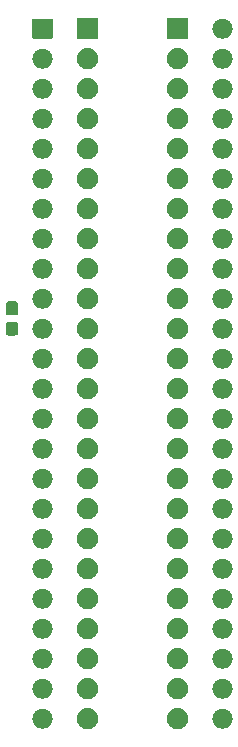
<source format=gbr>
G04 #@! TF.GenerationSoftware,KiCad,Pcbnew,7.0.11+dfsg-1build4*
G04 #@! TF.CreationDate,2024-11-28T15:17:37+09:00*
G04 #@! TF.ProjectId,bionic-z8800,62696f6e-6963-42d7-9a38-3830302e6b69,5*
G04 #@! TF.SameCoordinates,Original*
G04 #@! TF.FileFunction,Soldermask,Bot*
G04 #@! TF.FilePolarity,Negative*
%FSLAX46Y46*%
G04 Gerber Fmt 4.6, Leading zero omitted, Abs format (unit mm)*
G04 Created by KiCad (PCBNEW 7.0.11+dfsg-1build4) date 2024-11-28 15:17:37*
%MOMM*%
%LPD*%
G01*
G04 APERTURE LIST*
G04 APERTURE END LIST*
G36*
X109933983Y-132603936D02*
G01*
X109984180Y-132603936D01*
X110027524Y-132613149D01*
X110065659Y-132616905D01*
X110113566Y-132631437D01*
X110168424Y-132643098D01*
X110203530Y-132658728D01*
X110234566Y-132668143D01*
X110283884Y-132694504D01*
X110340500Y-132719711D01*
X110366822Y-132738835D01*
X110390232Y-132751348D01*
X110437988Y-132790540D01*
X110492887Y-132830427D01*
X110510711Y-132850223D01*
X110526675Y-132863324D01*
X110569572Y-132915594D01*
X110618924Y-132970405D01*
X110629292Y-132988363D01*
X110638651Y-132999767D01*
X110673273Y-133064542D01*
X110713104Y-133133530D01*
X110717685Y-133147630D01*
X110721856Y-133155433D01*
X110744852Y-133231242D01*
X110771311Y-133312672D01*
X110772242Y-133321532D01*
X110773094Y-133324340D01*
X110781384Y-133408513D01*
X110791000Y-133500000D01*
X110781383Y-133591494D01*
X110773094Y-133675659D01*
X110772242Y-133678466D01*
X110771311Y-133687328D01*
X110744848Y-133768771D01*
X110721856Y-133844566D01*
X110717686Y-133852366D01*
X110713104Y-133866470D01*
X110673266Y-133935470D01*
X110638651Y-134000232D01*
X110629294Y-134011633D01*
X110618924Y-134029595D01*
X110569563Y-134084415D01*
X110526675Y-134136675D01*
X110510714Y-134149773D01*
X110492887Y-134169573D01*
X110437977Y-134209467D01*
X110390232Y-134248651D01*
X110366827Y-134261161D01*
X110340500Y-134280289D01*
X110283873Y-134305500D01*
X110234566Y-134331856D01*
X110203537Y-134341268D01*
X110168424Y-134356902D01*
X110113555Y-134368564D01*
X110065659Y-134383094D01*
X110027532Y-134386849D01*
X109984180Y-134396064D01*
X109933973Y-134396064D01*
X109890000Y-134400395D01*
X109846027Y-134396064D01*
X109795820Y-134396064D01*
X109752467Y-134386849D01*
X109714340Y-134383094D01*
X109666441Y-134368563D01*
X109611576Y-134356902D01*
X109576464Y-134341269D01*
X109545433Y-134331856D01*
X109496120Y-134305498D01*
X109439500Y-134280289D01*
X109413175Y-134261163D01*
X109389767Y-134248651D01*
X109342013Y-134209460D01*
X109287113Y-134169573D01*
X109269287Y-134149776D01*
X109253324Y-134136675D01*
X109210425Y-134084402D01*
X109161076Y-134029595D01*
X109150708Y-134011637D01*
X109141348Y-134000232D01*
X109106719Y-133935447D01*
X109066896Y-133866470D01*
X109062315Y-133852371D01*
X109058143Y-133844566D01*
X109035136Y-133768725D01*
X109008689Y-133687328D01*
X109007758Y-133678471D01*
X109006905Y-133675659D01*
X108998600Y-133591342D01*
X108989000Y-133500000D01*
X108998599Y-133408664D01*
X109006905Y-133324340D01*
X109007758Y-133321527D01*
X109008689Y-133312672D01*
X109035132Y-133231288D01*
X109058143Y-133155433D01*
X109062315Y-133147626D01*
X109066896Y-133133530D01*
X109106712Y-133064565D01*
X109141348Y-132999767D01*
X109150710Y-132988359D01*
X109161076Y-132970405D01*
X109210416Y-132915607D01*
X109253324Y-132863324D01*
X109269291Y-132850219D01*
X109287113Y-132830427D01*
X109342002Y-132790546D01*
X109389767Y-132751348D01*
X109413180Y-132738833D01*
X109439500Y-132719711D01*
X109496109Y-132694506D01*
X109545433Y-132668143D01*
X109576471Y-132658727D01*
X109611576Y-132643098D01*
X109666430Y-132631438D01*
X109714340Y-132616905D01*
X109752476Y-132613148D01*
X109795820Y-132603936D01*
X109846016Y-132603936D01*
X109890000Y-132599604D01*
X109933983Y-132603936D01*
G37*
G36*
X117553983Y-132603936D02*
G01*
X117604180Y-132603936D01*
X117647524Y-132613149D01*
X117685659Y-132616905D01*
X117733566Y-132631437D01*
X117788424Y-132643098D01*
X117823530Y-132658728D01*
X117854566Y-132668143D01*
X117903884Y-132694504D01*
X117960500Y-132719711D01*
X117986822Y-132738835D01*
X118010232Y-132751348D01*
X118057988Y-132790540D01*
X118112887Y-132830427D01*
X118130711Y-132850223D01*
X118146675Y-132863324D01*
X118189572Y-132915594D01*
X118238924Y-132970405D01*
X118249292Y-132988363D01*
X118258651Y-132999767D01*
X118293273Y-133064542D01*
X118333104Y-133133530D01*
X118337685Y-133147630D01*
X118341856Y-133155433D01*
X118364852Y-133231242D01*
X118391311Y-133312672D01*
X118392242Y-133321532D01*
X118393094Y-133324340D01*
X118401384Y-133408513D01*
X118411000Y-133500000D01*
X118401383Y-133591494D01*
X118393094Y-133675659D01*
X118392242Y-133678466D01*
X118391311Y-133687328D01*
X118364848Y-133768771D01*
X118341856Y-133844566D01*
X118337686Y-133852366D01*
X118333104Y-133866470D01*
X118293266Y-133935470D01*
X118258651Y-134000232D01*
X118249294Y-134011633D01*
X118238924Y-134029595D01*
X118189563Y-134084415D01*
X118146675Y-134136675D01*
X118130714Y-134149773D01*
X118112887Y-134169573D01*
X118057977Y-134209467D01*
X118010232Y-134248651D01*
X117986827Y-134261161D01*
X117960500Y-134280289D01*
X117903873Y-134305500D01*
X117854566Y-134331856D01*
X117823537Y-134341268D01*
X117788424Y-134356902D01*
X117733555Y-134368564D01*
X117685659Y-134383094D01*
X117647532Y-134386849D01*
X117604180Y-134396064D01*
X117553973Y-134396064D01*
X117510000Y-134400395D01*
X117466027Y-134396064D01*
X117415820Y-134396064D01*
X117372467Y-134386849D01*
X117334340Y-134383094D01*
X117286441Y-134368563D01*
X117231576Y-134356902D01*
X117196464Y-134341269D01*
X117165433Y-134331856D01*
X117116120Y-134305498D01*
X117059500Y-134280289D01*
X117033175Y-134261163D01*
X117009767Y-134248651D01*
X116962013Y-134209460D01*
X116907113Y-134169573D01*
X116889287Y-134149776D01*
X116873324Y-134136675D01*
X116830425Y-134084402D01*
X116781076Y-134029595D01*
X116770708Y-134011637D01*
X116761348Y-134000232D01*
X116726719Y-133935447D01*
X116686896Y-133866470D01*
X116682315Y-133852371D01*
X116678143Y-133844566D01*
X116655136Y-133768725D01*
X116628689Y-133687328D01*
X116627758Y-133678471D01*
X116626905Y-133675659D01*
X116618600Y-133591342D01*
X116609000Y-133500000D01*
X116618599Y-133408664D01*
X116626905Y-133324340D01*
X116627758Y-133321527D01*
X116628689Y-133312672D01*
X116655132Y-133231288D01*
X116678143Y-133155433D01*
X116682315Y-133147626D01*
X116686896Y-133133530D01*
X116726712Y-133064565D01*
X116761348Y-132999767D01*
X116770710Y-132988359D01*
X116781076Y-132970405D01*
X116830416Y-132915607D01*
X116873324Y-132863324D01*
X116889291Y-132850219D01*
X116907113Y-132830427D01*
X116962002Y-132790546D01*
X117009767Y-132751348D01*
X117033180Y-132738833D01*
X117059500Y-132719711D01*
X117116109Y-132694506D01*
X117165433Y-132668143D01*
X117196471Y-132658727D01*
X117231576Y-132643098D01*
X117286430Y-132631438D01*
X117334340Y-132616905D01*
X117372476Y-132613148D01*
X117415820Y-132603936D01*
X117466016Y-132603936D01*
X117510000Y-132599604D01*
X117553983Y-132603936D01*
G37*
G36*
X106121199Y-132653662D02*
G01*
X106168954Y-132653662D01*
X106210194Y-132662427D01*
X106245901Y-132665945D01*
X106290759Y-132679552D01*
X106342973Y-132690651D01*
X106376384Y-132705526D01*
X106405435Y-132714339D01*
X106451602Y-132739015D01*
X106505500Y-132763012D01*
X106530554Y-132781215D01*
X106552453Y-132792920D01*
X106597128Y-132829584D01*
X106649430Y-132867584D01*
X106666411Y-132886443D01*
X106681320Y-132898679D01*
X106721387Y-132947501D01*
X106768473Y-132999795D01*
X106778364Y-133016927D01*
X106787079Y-133027546D01*
X106819306Y-133087840D01*
X106857427Y-133153867D01*
X106861813Y-133167368D01*
X106865660Y-133174564D01*
X106886861Y-133244455D01*
X106912404Y-133323067D01*
X106913303Y-133331623D01*
X106914054Y-133334098D01*
X106921371Y-133408389D01*
X106931000Y-133500000D01*
X106921370Y-133591619D01*
X106914054Y-133665901D01*
X106913303Y-133668375D01*
X106912404Y-133676933D01*
X106886856Y-133755558D01*
X106865660Y-133825435D01*
X106861814Y-133832629D01*
X106857427Y-133846133D01*
X106819299Y-133912172D01*
X106787079Y-133972453D01*
X106778366Y-133983069D01*
X106768473Y-134000205D01*
X106721378Y-134052509D01*
X106681320Y-134101320D01*
X106666414Y-134113552D01*
X106649430Y-134132416D01*
X106597118Y-134170423D01*
X106552453Y-134207079D01*
X106530559Y-134218780D01*
X106505500Y-134236988D01*
X106451591Y-134260989D01*
X106405435Y-134285660D01*
X106376391Y-134294470D01*
X106342973Y-134309349D01*
X106290748Y-134320449D01*
X106245901Y-134334054D01*
X106210203Y-134337570D01*
X106168954Y-134346338D01*
X106121188Y-134346338D01*
X106080000Y-134350395D01*
X106038811Y-134346338D01*
X105991046Y-134346338D01*
X105949797Y-134337570D01*
X105914098Y-134334054D01*
X105869248Y-134320448D01*
X105817027Y-134309349D01*
X105783610Y-134294471D01*
X105754564Y-134285660D01*
X105708402Y-134260986D01*
X105654500Y-134236988D01*
X105629443Y-134218783D01*
X105607546Y-134207079D01*
X105562873Y-134170416D01*
X105510570Y-134132416D01*
X105493588Y-134113555D01*
X105478679Y-134101320D01*
X105438610Y-134052496D01*
X105391527Y-134000205D01*
X105381636Y-133983073D01*
X105372920Y-133972453D01*
X105340687Y-133912148D01*
X105302573Y-133846133D01*
X105298186Y-133832634D01*
X105294339Y-133825435D01*
X105273128Y-133755512D01*
X105247596Y-133676933D01*
X105246697Y-133668380D01*
X105245945Y-133665901D01*
X105238613Y-133591467D01*
X105229000Y-133500000D01*
X105238612Y-133408540D01*
X105245945Y-133334098D01*
X105246697Y-133331618D01*
X105247596Y-133323067D01*
X105273123Y-133244502D01*
X105294339Y-133174564D01*
X105298187Y-133167363D01*
X105302573Y-133153867D01*
X105340680Y-133087863D01*
X105372920Y-133027546D01*
X105381638Y-133016923D01*
X105391527Y-132999795D01*
X105438601Y-132947513D01*
X105478679Y-132898679D01*
X105493591Y-132886440D01*
X105510570Y-132867584D01*
X105562862Y-132829591D01*
X105607546Y-132792920D01*
X105629448Y-132781213D01*
X105654500Y-132763012D01*
X105708391Y-132739018D01*
X105754564Y-132714339D01*
X105783617Y-132705525D01*
X105817027Y-132690651D01*
X105869237Y-132679553D01*
X105914098Y-132665945D01*
X105949806Y-132662427D01*
X105991046Y-132653662D01*
X106038801Y-132653662D01*
X106080000Y-132649604D01*
X106121199Y-132653662D01*
G37*
G36*
X121361199Y-132653662D02*
G01*
X121408954Y-132653662D01*
X121450194Y-132662427D01*
X121485901Y-132665945D01*
X121530759Y-132679552D01*
X121582973Y-132690651D01*
X121616384Y-132705526D01*
X121645435Y-132714339D01*
X121691602Y-132739015D01*
X121745500Y-132763012D01*
X121770554Y-132781215D01*
X121792453Y-132792920D01*
X121837128Y-132829584D01*
X121889430Y-132867584D01*
X121906411Y-132886443D01*
X121921320Y-132898679D01*
X121961387Y-132947501D01*
X122008473Y-132999795D01*
X122018364Y-133016927D01*
X122027079Y-133027546D01*
X122059306Y-133087840D01*
X122097427Y-133153867D01*
X122101813Y-133167368D01*
X122105660Y-133174564D01*
X122126861Y-133244455D01*
X122152404Y-133323067D01*
X122153303Y-133331623D01*
X122154054Y-133334098D01*
X122161371Y-133408389D01*
X122171000Y-133500000D01*
X122161370Y-133591619D01*
X122154054Y-133665901D01*
X122153303Y-133668375D01*
X122152404Y-133676933D01*
X122126856Y-133755558D01*
X122105660Y-133825435D01*
X122101814Y-133832629D01*
X122097427Y-133846133D01*
X122059299Y-133912172D01*
X122027079Y-133972453D01*
X122018366Y-133983069D01*
X122008473Y-134000205D01*
X121961378Y-134052509D01*
X121921320Y-134101320D01*
X121906414Y-134113552D01*
X121889430Y-134132416D01*
X121837118Y-134170423D01*
X121792453Y-134207079D01*
X121770559Y-134218780D01*
X121745500Y-134236988D01*
X121691591Y-134260989D01*
X121645435Y-134285660D01*
X121616391Y-134294470D01*
X121582973Y-134309349D01*
X121530748Y-134320449D01*
X121485901Y-134334054D01*
X121450203Y-134337570D01*
X121408954Y-134346338D01*
X121361188Y-134346338D01*
X121320000Y-134350395D01*
X121278811Y-134346338D01*
X121231046Y-134346338D01*
X121189797Y-134337570D01*
X121154098Y-134334054D01*
X121109248Y-134320448D01*
X121057027Y-134309349D01*
X121023610Y-134294471D01*
X120994564Y-134285660D01*
X120948402Y-134260986D01*
X120894500Y-134236988D01*
X120869443Y-134218783D01*
X120847546Y-134207079D01*
X120802873Y-134170416D01*
X120750570Y-134132416D01*
X120733588Y-134113555D01*
X120718679Y-134101320D01*
X120678610Y-134052496D01*
X120631527Y-134000205D01*
X120621636Y-133983073D01*
X120612920Y-133972453D01*
X120580687Y-133912148D01*
X120542573Y-133846133D01*
X120538186Y-133832634D01*
X120534339Y-133825435D01*
X120513128Y-133755512D01*
X120487596Y-133676933D01*
X120486697Y-133668380D01*
X120485945Y-133665901D01*
X120478613Y-133591467D01*
X120469000Y-133500000D01*
X120478612Y-133408540D01*
X120485945Y-133334098D01*
X120486697Y-133331618D01*
X120487596Y-133323067D01*
X120513123Y-133244502D01*
X120534339Y-133174564D01*
X120538187Y-133167363D01*
X120542573Y-133153867D01*
X120580680Y-133087863D01*
X120612920Y-133027546D01*
X120621638Y-133016923D01*
X120631527Y-132999795D01*
X120678601Y-132947513D01*
X120718679Y-132898679D01*
X120733591Y-132886440D01*
X120750570Y-132867584D01*
X120802862Y-132829591D01*
X120847546Y-132792920D01*
X120869448Y-132781213D01*
X120894500Y-132763012D01*
X120948391Y-132739018D01*
X120994564Y-132714339D01*
X121023617Y-132705525D01*
X121057027Y-132690651D01*
X121109237Y-132679553D01*
X121154098Y-132665945D01*
X121189806Y-132662427D01*
X121231046Y-132653662D01*
X121278801Y-132653662D01*
X121320000Y-132649604D01*
X121361199Y-132653662D01*
G37*
G36*
X109933983Y-130063936D02*
G01*
X109984180Y-130063936D01*
X110027524Y-130073149D01*
X110065659Y-130076905D01*
X110113566Y-130091437D01*
X110168424Y-130103098D01*
X110203530Y-130118728D01*
X110234566Y-130128143D01*
X110283884Y-130154504D01*
X110340500Y-130179711D01*
X110366822Y-130198835D01*
X110390232Y-130211348D01*
X110437988Y-130250540D01*
X110492887Y-130290427D01*
X110510711Y-130310223D01*
X110526675Y-130323324D01*
X110569572Y-130375594D01*
X110618924Y-130430405D01*
X110629292Y-130448363D01*
X110638651Y-130459767D01*
X110673273Y-130524542D01*
X110713104Y-130593530D01*
X110717685Y-130607630D01*
X110721856Y-130615433D01*
X110744852Y-130691242D01*
X110771311Y-130772672D01*
X110772242Y-130781532D01*
X110773094Y-130784340D01*
X110781384Y-130868513D01*
X110791000Y-130960000D01*
X110781383Y-131051494D01*
X110773094Y-131135659D01*
X110772242Y-131138466D01*
X110771311Y-131147328D01*
X110744848Y-131228771D01*
X110721856Y-131304566D01*
X110717686Y-131312366D01*
X110713104Y-131326470D01*
X110673266Y-131395470D01*
X110638651Y-131460232D01*
X110629294Y-131471633D01*
X110618924Y-131489595D01*
X110569563Y-131544415D01*
X110526675Y-131596675D01*
X110510714Y-131609773D01*
X110492887Y-131629573D01*
X110437977Y-131669467D01*
X110390232Y-131708651D01*
X110366827Y-131721161D01*
X110340500Y-131740289D01*
X110283873Y-131765500D01*
X110234566Y-131791856D01*
X110203537Y-131801268D01*
X110168424Y-131816902D01*
X110113555Y-131828564D01*
X110065659Y-131843094D01*
X110027532Y-131846849D01*
X109984180Y-131856064D01*
X109933973Y-131856064D01*
X109890000Y-131860395D01*
X109846027Y-131856064D01*
X109795820Y-131856064D01*
X109752467Y-131846849D01*
X109714340Y-131843094D01*
X109666441Y-131828563D01*
X109611576Y-131816902D01*
X109576464Y-131801269D01*
X109545433Y-131791856D01*
X109496120Y-131765498D01*
X109439500Y-131740289D01*
X109413175Y-131721163D01*
X109389767Y-131708651D01*
X109342013Y-131669460D01*
X109287113Y-131629573D01*
X109269287Y-131609776D01*
X109253324Y-131596675D01*
X109210425Y-131544402D01*
X109161076Y-131489595D01*
X109150708Y-131471637D01*
X109141348Y-131460232D01*
X109106719Y-131395447D01*
X109066896Y-131326470D01*
X109062315Y-131312371D01*
X109058143Y-131304566D01*
X109035136Y-131228725D01*
X109008689Y-131147328D01*
X109007758Y-131138471D01*
X109006905Y-131135659D01*
X108998600Y-131051342D01*
X108989000Y-130960000D01*
X108998599Y-130868664D01*
X109006905Y-130784340D01*
X109007758Y-130781527D01*
X109008689Y-130772672D01*
X109035132Y-130691288D01*
X109058143Y-130615433D01*
X109062315Y-130607626D01*
X109066896Y-130593530D01*
X109106712Y-130524565D01*
X109141348Y-130459767D01*
X109150710Y-130448359D01*
X109161076Y-130430405D01*
X109210416Y-130375607D01*
X109253324Y-130323324D01*
X109269291Y-130310219D01*
X109287113Y-130290427D01*
X109342002Y-130250546D01*
X109389767Y-130211348D01*
X109413180Y-130198833D01*
X109439500Y-130179711D01*
X109496109Y-130154506D01*
X109545433Y-130128143D01*
X109576471Y-130118727D01*
X109611576Y-130103098D01*
X109666430Y-130091438D01*
X109714340Y-130076905D01*
X109752476Y-130073148D01*
X109795820Y-130063936D01*
X109846016Y-130063936D01*
X109890000Y-130059604D01*
X109933983Y-130063936D01*
G37*
G36*
X117553983Y-130063936D02*
G01*
X117604180Y-130063936D01*
X117647524Y-130073149D01*
X117685659Y-130076905D01*
X117733566Y-130091437D01*
X117788424Y-130103098D01*
X117823530Y-130118728D01*
X117854566Y-130128143D01*
X117903884Y-130154504D01*
X117960500Y-130179711D01*
X117986822Y-130198835D01*
X118010232Y-130211348D01*
X118057988Y-130250540D01*
X118112887Y-130290427D01*
X118130711Y-130310223D01*
X118146675Y-130323324D01*
X118189572Y-130375594D01*
X118238924Y-130430405D01*
X118249292Y-130448363D01*
X118258651Y-130459767D01*
X118293273Y-130524542D01*
X118333104Y-130593530D01*
X118337685Y-130607630D01*
X118341856Y-130615433D01*
X118364852Y-130691242D01*
X118391311Y-130772672D01*
X118392242Y-130781532D01*
X118393094Y-130784340D01*
X118401384Y-130868513D01*
X118411000Y-130960000D01*
X118401383Y-131051494D01*
X118393094Y-131135659D01*
X118392242Y-131138466D01*
X118391311Y-131147328D01*
X118364848Y-131228771D01*
X118341856Y-131304566D01*
X118337686Y-131312366D01*
X118333104Y-131326470D01*
X118293266Y-131395470D01*
X118258651Y-131460232D01*
X118249294Y-131471633D01*
X118238924Y-131489595D01*
X118189563Y-131544415D01*
X118146675Y-131596675D01*
X118130714Y-131609773D01*
X118112887Y-131629573D01*
X118057977Y-131669467D01*
X118010232Y-131708651D01*
X117986827Y-131721161D01*
X117960500Y-131740289D01*
X117903873Y-131765500D01*
X117854566Y-131791856D01*
X117823537Y-131801268D01*
X117788424Y-131816902D01*
X117733555Y-131828564D01*
X117685659Y-131843094D01*
X117647532Y-131846849D01*
X117604180Y-131856064D01*
X117553973Y-131856064D01*
X117510000Y-131860395D01*
X117466027Y-131856064D01*
X117415820Y-131856064D01*
X117372467Y-131846849D01*
X117334340Y-131843094D01*
X117286441Y-131828563D01*
X117231576Y-131816902D01*
X117196464Y-131801269D01*
X117165433Y-131791856D01*
X117116120Y-131765498D01*
X117059500Y-131740289D01*
X117033175Y-131721163D01*
X117009767Y-131708651D01*
X116962013Y-131669460D01*
X116907113Y-131629573D01*
X116889287Y-131609776D01*
X116873324Y-131596675D01*
X116830425Y-131544402D01*
X116781076Y-131489595D01*
X116770708Y-131471637D01*
X116761348Y-131460232D01*
X116726719Y-131395447D01*
X116686896Y-131326470D01*
X116682315Y-131312371D01*
X116678143Y-131304566D01*
X116655136Y-131228725D01*
X116628689Y-131147328D01*
X116627758Y-131138471D01*
X116626905Y-131135659D01*
X116618600Y-131051342D01*
X116609000Y-130960000D01*
X116618599Y-130868664D01*
X116626905Y-130784340D01*
X116627758Y-130781527D01*
X116628689Y-130772672D01*
X116655132Y-130691288D01*
X116678143Y-130615433D01*
X116682315Y-130607626D01*
X116686896Y-130593530D01*
X116726712Y-130524565D01*
X116761348Y-130459767D01*
X116770710Y-130448359D01*
X116781076Y-130430405D01*
X116830416Y-130375607D01*
X116873324Y-130323324D01*
X116889291Y-130310219D01*
X116907113Y-130290427D01*
X116962002Y-130250546D01*
X117009767Y-130211348D01*
X117033180Y-130198833D01*
X117059500Y-130179711D01*
X117116109Y-130154506D01*
X117165433Y-130128143D01*
X117196471Y-130118727D01*
X117231576Y-130103098D01*
X117286430Y-130091438D01*
X117334340Y-130076905D01*
X117372476Y-130073148D01*
X117415820Y-130063936D01*
X117466016Y-130063936D01*
X117510000Y-130059604D01*
X117553983Y-130063936D01*
G37*
G36*
X106121199Y-130113662D02*
G01*
X106168954Y-130113662D01*
X106210194Y-130122427D01*
X106245901Y-130125945D01*
X106290759Y-130139552D01*
X106342973Y-130150651D01*
X106376384Y-130165526D01*
X106405435Y-130174339D01*
X106451602Y-130199015D01*
X106505500Y-130223012D01*
X106530554Y-130241215D01*
X106552453Y-130252920D01*
X106597128Y-130289584D01*
X106649430Y-130327584D01*
X106666411Y-130346443D01*
X106681320Y-130358679D01*
X106721387Y-130407501D01*
X106768473Y-130459795D01*
X106778364Y-130476927D01*
X106787079Y-130487546D01*
X106819306Y-130547840D01*
X106857427Y-130613867D01*
X106861813Y-130627368D01*
X106865660Y-130634564D01*
X106886861Y-130704455D01*
X106912404Y-130783067D01*
X106913303Y-130791623D01*
X106914054Y-130794098D01*
X106921371Y-130868389D01*
X106931000Y-130960000D01*
X106921370Y-131051619D01*
X106914054Y-131125901D01*
X106913303Y-131128375D01*
X106912404Y-131136933D01*
X106886856Y-131215558D01*
X106865660Y-131285435D01*
X106861814Y-131292629D01*
X106857427Y-131306133D01*
X106819299Y-131372172D01*
X106787079Y-131432453D01*
X106778366Y-131443069D01*
X106768473Y-131460205D01*
X106721378Y-131512509D01*
X106681320Y-131561320D01*
X106666414Y-131573552D01*
X106649430Y-131592416D01*
X106597118Y-131630423D01*
X106552453Y-131667079D01*
X106530559Y-131678780D01*
X106505500Y-131696988D01*
X106451591Y-131720989D01*
X106405435Y-131745660D01*
X106376391Y-131754470D01*
X106342973Y-131769349D01*
X106290748Y-131780449D01*
X106245901Y-131794054D01*
X106210203Y-131797570D01*
X106168954Y-131806338D01*
X106121188Y-131806338D01*
X106080000Y-131810395D01*
X106038811Y-131806338D01*
X105991046Y-131806338D01*
X105949797Y-131797570D01*
X105914098Y-131794054D01*
X105869248Y-131780448D01*
X105817027Y-131769349D01*
X105783610Y-131754471D01*
X105754564Y-131745660D01*
X105708402Y-131720986D01*
X105654500Y-131696988D01*
X105629443Y-131678783D01*
X105607546Y-131667079D01*
X105562873Y-131630416D01*
X105510570Y-131592416D01*
X105493588Y-131573555D01*
X105478679Y-131561320D01*
X105438610Y-131512496D01*
X105391527Y-131460205D01*
X105381636Y-131443073D01*
X105372920Y-131432453D01*
X105340687Y-131372148D01*
X105302573Y-131306133D01*
X105298186Y-131292634D01*
X105294339Y-131285435D01*
X105273128Y-131215512D01*
X105247596Y-131136933D01*
X105246697Y-131128380D01*
X105245945Y-131125901D01*
X105238613Y-131051467D01*
X105229000Y-130960000D01*
X105238612Y-130868540D01*
X105245945Y-130794098D01*
X105246697Y-130791618D01*
X105247596Y-130783067D01*
X105273123Y-130704502D01*
X105294339Y-130634564D01*
X105298187Y-130627363D01*
X105302573Y-130613867D01*
X105340680Y-130547863D01*
X105372920Y-130487546D01*
X105381638Y-130476923D01*
X105391527Y-130459795D01*
X105438601Y-130407513D01*
X105478679Y-130358679D01*
X105493591Y-130346440D01*
X105510570Y-130327584D01*
X105562862Y-130289591D01*
X105607546Y-130252920D01*
X105629448Y-130241213D01*
X105654500Y-130223012D01*
X105708391Y-130199018D01*
X105754564Y-130174339D01*
X105783617Y-130165525D01*
X105817027Y-130150651D01*
X105869237Y-130139553D01*
X105914098Y-130125945D01*
X105949806Y-130122427D01*
X105991046Y-130113662D01*
X106038801Y-130113662D01*
X106080000Y-130109604D01*
X106121199Y-130113662D01*
G37*
G36*
X121361199Y-130113662D02*
G01*
X121408954Y-130113662D01*
X121450194Y-130122427D01*
X121485901Y-130125945D01*
X121530759Y-130139552D01*
X121582973Y-130150651D01*
X121616384Y-130165526D01*
X121645435Y-130174339D01*
X121691602Y-130199015D01*
X121745500Y-130223012D01*
X121770554Y-130241215D01*
X121792453Y-130252920D01*
X121837128Y-130289584D01*
X121889430Y-130327584D01*
X121906411Y-130346443D01*
X121921320Y-130358679D01*
X121961387Y-130407501D01*
X122008473Y-130459795D01*
X122018364Y-130476927D01*
X122027079Y-130487546D01*
X122059306Y-130547840D01*
X122097427Y-130613867D01*
X122101813Y-130627368D01*
X122105660Y-130634564D01*
X122126861Y-130704455D01*
X122152404Y-130783067D01*
X122153303Y-130791623D01*
X122154054Y-130794098D01*
X122161371Y-130868389D01*
X122171000Y-130960000D01*
X122161370Y-131051619D01*
X122154054Y-131125901D01*
X122153303Y-131128375D01*
X122152404Y-131136933D01*
X122126856Y-131215558D01*
X122105660Y-131285435D01*
X122101814Y-131292629D01*
X122097427Y-131306133D01*
X122059299Y-131372172D01*
X122027079Y-131432453D01*
X122018366Y-131443069D01*
X122008473Y-131460205D01*
X121961378Y-131512509D01*
X121921320Y-131561320D01*
X121906414Y-131573552D01*
X121889430Y-131592416D01*
X121837118Y-131630423D01*
X121792453Y-131667079D01*
X121770559Y-131678780D01*
X121745500Y-131696988D01*
X121691591Y-131720989D01*
X121645435Y-131745660D01*
X121616391Y-131754470D01*
X121582973Y-131769349D01*
X121530748Y-131780449D01*
X121485901Y-131794054D01*
X121450203Y-131797570D01*
X121408954Y-131806338D01*
X121361188Y-131806338D01*
X121320000Y-131810395D01*
X121278811Y-131806338D01*
X121231046Y-131806338D01*
X121189797Y-131797570D01*
X121154098Y-131794054D01*
X121109248Y-131780448D01*
X121057027Y-131769349D01*
X121023610Y-131754471D01*
X120994564Y-131745660D01*
X120948402Y-131720986D01*
X120894500Y-131696988D01*
X120869443Y-131678783D01*
X120847546Y-131667079D01*
X120802873Y-131630416D01*
X120750570Y-131592416D01*
X120733588Y-131573555D01*
X120718679Y-131561320D01*
X120678610Y-131512496D01*
X120631527Y-131460205D01*
X120621636Y-131443073D01*
X120612920Y-131432453D01*
X120580687Y-131372148D01*
X120542573Y-131306133D01*
X120538186Y-131292634D01*
X120534339Y-131285435D01*
X120513128Y-131215512D01*
X120487596Y-131136933D01*
X120486697Y-131128380D01*
X120485945Y-131125901D01*
X120478613Y-131051467D01*
X120469000Y-130960000D01*
X120478612Y-130868540D01*
X120485945Y-130794098D01*
X120486697Y-130791618D01*
X120487596Y-130783067D01*
X120513123Y-130704502D01*
X120534339Y-130634564D01*
X120538187Y-130627363D01*
X120542573Y-130613867D01*
X120580680Y-130547863D01*
X120612920Y-130487546D01*
X120621638Y-130476923D01*
X120631527Y-130459795D01*
X120678601Y-130407513D01*
X120718679Y-130358679D01*
X120733591Y-130346440D01*
X120750570Y-130327584D01*
X120802862Y-130289591D01*
X120847546Y-130252920D01*
X120869448Y-130241213D01*
X120894500Y-130223012D01*
X120948391Y-130199018D01*
X120994564Y-130174339D01*
X121023617Y-130165525D01*
X121057027Y-130150651D01*
X121109237Y-130139553D01*
X121154098Y-130125945D01*
X121189806Y-130122427D01*
X121231046Y-130113662D01*
X121278801Y-130113662D01*
X121320000Y-130109604D01*
X121361199Y-130113662D01*
G37*
G36*
X109933983Y-127523936D02*
G01*
X109984180Y-127523936D01*
X110027524Y-127533149D01*
X110065659Y-127536905D01*
X110113566Y-127551437D01*
X110168424Y-127563098D01*
X110203530Y-127578728D01*
X110234566Y-127588143D01*
X110283884Y-127614504D01*
X110340500Y-127639711D01*
X110366822Y-127658835D01*
X110390232Y-127671348D01*
X110437988Y-127710540D01*
X110492887Y-127750427D01*
X110510711Y-127770223D01*
X110526675Y-127783324D01*
X110569572Y-127835594D01*
X110618924Y-127890405D01*
X110629292Y-127908363D01*
X110638651Y-127919767D01*
X110673273Y-127984542D01*
X110713104Y-128053530D01*
X110717685Y-128067630D01*
X110721856Y-128075433D01*
X110744852Y-128151242D01*
X110771311Y-128232672D01*
X110772242Y-128241532D01*
X110773094Y-128244340D01*
X110781384Y-128328513D01*
X110791000Y-128420000D01*
X110781383Y-128511494D01*
X110773094Y-128595659D01*
X110772242Y-128598466D01*
X110771311Y-128607328D01*
X110744848Y-128688771D01*
X110721856Y-128764566D01*
X110717686Y-128772366D01*
X110713104Y-128786470D01*
X110673266Y-128855470D01*
X110638651Y-128920232D01*
X110629294Y-128931633D01*
X110618924Y-128949595D01*
X110569563Y-129004415D01*
X110526675Y-129056675D01*
X110510714Y-129069773D01*
X110492887Y-129089573D01*
X110437977Y-129129467D01*
X110390232Y-129168651D01*
X110366827Y-129181161D01*
X110340500Y-129200289D01*
X110283873Y-129225500D01*
X110234566Y-129251856D01*
X110203537Y-129261268D01*
X110168424Y-129276902D01*
X110113555Y-129288564D01*
X110065659Y-129303094D01*
X110027532Y-129306849D01*
X109984180Y-129316064D01*
X109933973Y-129316064D01*
X109890000Y-129320395D01*
X109846027Y-129316064D01*
X109795820Y-129316064D01*
X109752467Y-129306849D01*
X109714340Y-129303094D01*
X109666441Y-129288563D01*
X109611576Y-129276902D01*
X109576464Y-129261269D01*
X109545433Y-129251856D01*
X109496120Y-129225498D01*
X109439500Y-129200289D01*
X109413175Y-129181163D01*
X109389767Y-129168651D01*
X109342013Y-129129460D01*
X109287113Y-129089573D01*
X109269287Y-129069776D01*
X109253324Y-129056675D01*
X109210425Y-129004402D01*
X109161076Y-128949595D01*
X109150708Y-128931637D01*
X109141348Y-128920232D01*
X109106719Y-128855447D01*
X109066896Y-128786470D01*
X109062315Y-128772371D01*
X109058143Y-128764566D01*
X109035136Y-128688725D01*
X109008689Y-128607328D01*
X109007758Y-128598471D01*
X109006905Y-128595659D01*
X108998600Y-128511342D01*
X108989000Y-128420000D01*
X108998599Y-128328664D01*
X109006905Y-128244340D01*
X109007758Y-128241527D01*
X109008689Y-128232672D01*
X109035132Y-128151288D01*
X109058143Y-128075433D01*
X109062315Y-128067626D01*
X109066896Y-128053530D01*
X109106712Y-127984565D01*
X109141348Y-127919767D01*
X109150710Y-127908359D01*
X109161076Y-127890405D01*
X109210416Y-127835607D01*
X109253324Y-127783324D01*
X109269291Y-127770219D01*
X109287113Y-127750427D01*
X109342002Y-127710546D01*
X109389767Y-127671348D01*
X109413180Y-127658833D01*
X109439500Y-127639711D01*
X109496109Y-127614506D01*
X109545433Y-127588143D01*
X109576471Y-127578727D01*
X109611576Y-127563098D01*
X109666430Y-127551438D01*
X109714340Y-127536905D01*
X109752476Y-127533148D01*
X109795820Y-127523936D01*
X109846016Y-127523936D01*
X109890000Y-127519604D01*
X109933983Y-127523936D01*
G37*
G36*
X117553983Y-127523936D02*
G01*
X117604180Y-127523936D01*
X117647524Y-127533149D01*
X117685659Y-127536905D01*
X117733566Y-127551437D01*
X117788424Y-127563098D01*
X117823530Y-127578728D01*
X117854566Y-127588143D01*
X117903884Y-127614504D01*
X117960500Y-127639711D01*
X117986822Y-127658835D01*
X118010232Y-127671348D01*
X118057988Y-127710540D01*
X118112887Y-127750427D01*
X118130711Y-127770223D01*
X118146675Y-127783324D01*
X118189572Y-127835594D01*
X118238924Y-127890405D01*
X118249292Y-127908363D01*
X118258651Y-127919767D01*
X118293273Y-127984542D01*
X118333104Y-128053530D01*
X118337685Y-128067630D01*
X118341856Y-128075433D01*
X118364852Y-128151242D01*
X118391311Y-128232672D01*
X118392242Y-128241532D01*
X118393094Y-128244340D01*
X118401384Y-128328513D01*
X118411000Y-128420000D01*
X118401383Y-128511494D01*
X118393094Y-128595659D01*
X118392242Y-128598466D01*
X118391311Y-128607328D01*
X118364848Y-128688771D01*
X118341856Y-128764566D01*
X118337686Y-128772366D01*
X118333104Y-128786470D01*
X118293266Y-128855470D01*
X118258651Y-128920232D01*
X118249294Y-128931633D01*
X118238924Y-128949595D01*
X118189563Y-129004415D01*
X118146675Y-129056675D01*
X118130714Y-129069773D01*
X118112887Y-129089573D01*
X118057977Y-129129467D01*
X118010232Y-129168651D01*
X117986827Y-129181161D01*
X117960500Y-129200289D01*
X117903873Y-129225500D01*
X117854566Y-129251856D01*
X117823537Y-129261268D01*
X117788424Y-129276902D01*
X117733555Y-129288564D01*
X117685659Y-129303094D01*
X117647532Y-129306849D01*
X117604180Y-129316064D01*
X117553973Y-129316064D01*
X117510000Y-129320395D01*
X117466027Y-129316064D01*
X117415820Y-129316064D01*
X117372467Y-129306849D01*
X117334340Y-129303094D01*
X117286441Y-129288563D01*
X117231576Y-129276902D01*
X117196464Y-129261269D01*
X117165433Y-129251856D01*
X117116120Y-129225498D01*
X117059500Y-129200289D01*
X117033175Y-129181163D01*
X117009767Y-129168651D01*
X116962013Y-129129460D01*
X116907113Y-129089573D01*
X116889287Y-129069776D01*
X116873324Y-129056675D01*
X116830425Y-129004402D01*
X116781076Y-128949595D01*
X116770708Y-128931637D01*
X116761348Y-128920232D01*
X116726719Y-128855447D01*
X116686896Y-128786470D01*
X116682315Y-128772371D01*
X116678143Y-128764566D01*
X116655136Y-128688725D01*
X116628689Y-128607328D01*
X116627758Y-128598471D01*
X116626905Y-128595659D01*
X116618600Y-128511342D01*
X116609000Y-128420000D01*
X116618599Y-128328664D01*
X116626905Y-128244340D01*
X116627758Y-128241527D01*
X116628689Y-128232672D01*
X116655132Y-128151288D01*
X116678143Y-128075433D01*
X116682315Y-128067626D01*
X116686896Y-128053530D01*
X116726712Y-127984565D01*
X116761348Y-127919767D01*
X116770710Y-127908359D01*
X116781076Y-127890405D01*
X116830416Y-127835607D01*
X116873324Y-127783324D01*
X116889291Y-127770219D01*
X116907113Y-127750427D01*
X116962002Y-127710546D01*
X117009767Y-127671348D01*
X117033180Y-127658833D01*
X117059500Y-127639711D01*
X117116109Y-127614506D01*
X117165433Y-127588143D01*
X117196471Y-127578727D01*
X117231576Y-127563098D01*
X117286430Y-127551438D01*
X117334340Y-127536905D01*
X117372476Y-127533148D01*
X117415820Y-127523936D01*
X117466016Y-127523936D01*
X117510000Y-127519604D01*
X117553983Y-127523936D01*
G37*
G36*
X106121199Y-127573662D02*
G01*
X106168954Y-127573662D01*
X106210194Y-127582427D01*
X106245901Y-127585945D01*
X106290759Y-127599552D01*
X106342973Y-127610651D01*
X106376384Y-127625526D01*
X106405435Y-127634339D01*
X106451602Y-127659015D01*
X106505500Y-127683012D01*
X106530554Y-127701215D01*
X106552453Y-127712920D01*
X106597128Y-127749584D01*
X106649430Y-127787584D01*
X106666411Y-127806443D01*
X106681320Y-127818679D01*
X106721387Y-127867501D01*
X106768473Y-127919795D01*
X106778364Y-127936927D01*
X106787079Y-127947546D01*
X106819306Y-128007840D01*
X106857427Y-128073867D01*
X106861813Y-128087368D01*
X106865660Y-128094564D01*
X106886861Y-128164455D01*
X106912404Y-128243067D01*
X106913303Y-128251623D01*
X106914054Y-128254098D01*
X106921371Y-128328389D01*
X106931000Y-128420000D01*
X106921370Y-128511619D01*
X106914054Y-128585901D01*
X106913303Y-128588375D01*
X106912404Y-128596933D01*
X106886856Y-128675558D01*
X106865660Y-128745435D01*
X106861814Y-128752629D01*
X106857427Y-128766133D01*
X106819299Y-128832172D01*
X106787079Y-128892453D01*
X106778366Y-128903069D01*
X106768473Y-128920205D01*
X106721378Y-128972509D01*
X106681320Y-129021320D01*
X106666414Y-129033552D01*
X106649430Y-129052416D01*
X106597118Y-129090423D01*
X106552453Y-129127079D01*
X106530559Y-129138780D01*
X106505500Y-129156988D01*
X106451591Y-129180989D01*
X106405435Y-129205660D01*
X106376391Y-129214470D01*
X106342973Y-129229349D01*
X106290748Y-129240449D01*
X106245901Y-129254054D01*
X106210203Y-129257570D01*
X106168954Y-129266338D01*
X106121188Y-129266338D01*
X106080000Y-129270395D01*
X106038811Y-129266338D01*
X105991046Y-129266338D01*
X105949797Y-129257570D01*
X105914098Y-129254054D01*
X105869248Y-129240448D01*
X105817027Y-129229349D01*
X105783610Y-129214471D01*
X105754564Y-129205660D01*
X105708402Y-129180986D01*
X105654500Y-129156988D01*
X105629443Y-129138783D01*
X105607546Y-129127079D01*
X105562873Y-129090416D01*
X105510570Y-129052416D01*
X105493588Y-129033555D01*
X105478679Y-129021320D01*
X105438610Y-128972496D01*
X105391527Y-128920205D01*
X105381636Y-128903073D01*
X105372920Y-128892453D01*
X105340687Y-128832148D01*
X105302573Y-128766133D01*
X105298186Y-128752634D01*
X105294339Y-128745435D01*
X105273128Y-128675512D01*
X105247596Y-128596933D01*
X105246697Y-128588380D01*
X105245945Y-128585901D01*
X105238613Y-128511467D01*
X105229000Y-128420000D01*
X105238612Y-128328540D01*
X105245945Y-128254098D01*
X105246697Y-128251618D01*
X105247596Y-128243067D01*
X105273123Y-128164502D01*
X105294339Y-128094564D01*
X105298187Y-128087363D01*
X105302573Y-128073867D01*
X105340680Y-128007863D01*
X105372920Y-127947546D01*
X105381638Y-127936923D01*
X105391527Y-127919795D01*
X105438601Y-127867513D01*
X105478679Y-127818679D01*
X105493591Y-127806440D01*
X105510570Y-127787584D01*
X105562862Y-127749591D01*
X105607546Y-127712920D01*
X105629448Y-127701213D01*
X105654500Y-127683012D01*
X105708391Y-127659018D01*
X105754564Y-127634339D01*
X105783617Y-127625525D01*
X105817027Y-127610651D01*
X105869237Y-127599553D01*
X105914098Y-127585945D01*
X105949806Y-127582427D01*
X105991046Y-127573662D01*
X106038801Y-127573662D01*
X106080000Y-127569604D01*
X106121199Y-127573662D01*
G37*
G36*
X121361199Y-127573662D02*
G01*
X121408954Y-127573662D01*
X121450194Y-127582427D01*
X121485901Y-127585945D01*
X121530759Y-127599552D01*
X121582973Y-127610651D01*
X121616384Y-127625526D01*
X121645435Y-127634339D01*
X121691602Y-127659015D01*
X121745500Y-127683012D01*
X121770554Y-127701215D01*
X121792453Y-127712920D01*
X121837128Y-127749584D01*
X121889430Y-127787584D01*
X121906411Y-127806443D01*
X121921320Y-127818679D01*
X121961387Y-127867501D01*
X122008473Y-127919795D01*
X122018364Y-127936927D01*
X122027079Y-127947546D01*
X122059306Y-128007840D01*
X122097427Y-128073867D01*
X122101813Y-128087368D01*
X122105660Y-128094564D01*
X122126861Y-128164455D01*
X122152404Y-128243067D01*
X122153303Y-128251623D01*
X122154054Y-128254098D01*
X122161371Y-128328389D01*
X122171000Y-128420000D01*
X122161370Y-128511619D01*
X122154054Y-128585901D01*
X122153303Y-128588375D01*
X122152404Y-128596933D01*
X122126856Y-128675558D01*
X122105660Y-128745435D01*
X122101814Y-128752629D01*
X122097427Y-128766133D01*
X122059299Y-128832172D01*
X122027079Y-128892453D01*
X122018366Y-128903069D01*
X122008473Y-128920205D01*
X121961378Y-128972509D01*
X121921320Y-129021320D01*
X121906414Y-129033552D01*
X121889430Y-129052416D01*
X121837118Y-129090423D01*
X121792453Y-129127079D01*
X121770559Y-129138780D01*
X121745500Y-129156988D01*
X121691591Y-129180989D01*
X121645435Y-129205660D01*
X121616391Y-129214470D01*
X121582973Y-129229349D01*
X121530748Y-129240449D01*
X121485901Y-129254054D01*
X121450203Y-129257570D01*
X121408954Y-129266338D01*
X121361188Y-129266338D01*
X121320000Y-129270395D01*
X121278811Y-129266338D01*
X121231046Y-129266338D01*
X121189797Y-129257570D01*
X121154098Y-129254054D01*
X121109248Y-129240448D01*
X121057027Y-129229349D01*
X121023610Y-129214471D01*
X120994564Y-129205660D01*
X120948402Y-129180986D01*
X120894500Y-129156988D01*
X120869443Y-129138783D01*
X120847546Y-129127079D01*
X120802873Y-129090416D01*
X120750570Y-129052416D01*
X120733588Y-129033555D01*
X120718679Y-129021320D01*
X120678610Y-128972496D01*
X120631527Y-128920205D01*
X120621636Y-128903073D01*
X120612920Y-128892453D01*
X120580687Y-128832148D01*
X120542573Y-128766133D01*
X120538186Y-128752634D01*
X120534339Y-128745435D01*
X120513128Y-128675512D01*
X120487596Y-128596933D01*
X120486697Y-128588380D01*
X120485945Y-128585901D01*
X120478613Y-128511467D01*
X120469000Y-128420000D01*
X120478612Y-128328540D01*
X120485945Y-128254098D01*
X120486697Y-128251618D01*
X120487596Y-128243067D01*
X120513123Y-128164502D01*
X120534339Y-128094564D01*
X120538187Y-128087363D01*
X120542573Y-128073867D01*
X120580680Y-128007863D01*
X120612920Y-127947546D01*
X120621638Y-127936923D01*
X120631527Y-127919795D01*
X120678601Y-127867513D01*
X120718679Y-127818679D01*
X120733591Y-127806440D01*
X120750570Y-127787584D01*
X120802862Y-127749591D01*
X120847546Y-127712920D01*
X120869448Y-127701213D01*
X120894500Y-127683012D01*
X120948391Y-127659018D01*
X120994564Y-127634339D01*
X121023617Y-127625525D01*
X121057027Y-127610651D01*
X121109237Y-127599553D01*
X121154098Y-127585945D01*
X121189806Y-127582427D01*
X121231046Y-127573662D01*
X121278801Y-127573662D01*
X121320000Y-127569604D01*
X121361199Y-127573662D01*
G37*
G36*
X109933983Y-124983936D02*
G01*
X109984180Y-124983936D01*
X110027524Y-124993149D01*
X110065659Y-124996905D01*
X110113566Y-125011437D01*
X110168424Y-125023098D01*
X110203530Y-125038728D01*
X110234566Y-125048143D01*
X110283884Y-125074504D01*
X110340500Y-125099711D01*
X110366822Y-125118835D01*
X110390232Y-125131348D01*
X110437988Y-125170540D01*
X110492887Y-125210427D01*
X110510711Y-125230223D01*
X110526675Y-125243324D01*
X110569572Y-125295594D01*
X110618924Y-125350405D01*
X110629292Y-125368363D01*
X110638651Y-125379767D01*
X110673273Y-125444542D01*
X110713104Y-125513530D01*
X110717685Y-125527630D01*
X110721856Y-125535433D01*
X110744852Y-125611242D01*
X110771311Y-125692672D01*
X110772242Y-125701532D01*
X110773094Y-125704340D01*
X110781384Y-125788513D01*
X110791000Y-125880000D01*
X110781383Y-125971494D01*
X110773094Y-126055659D01*
X110772242Y-126058466D01*
X110771311Y-126067328D01*
X110744848Y-126148771D01*
X110721856Y-126224566D01*
X110717686Y-126232366D01*
X110713104Y-126246470D01*
X110673266Y-126315470D01*
X110638651Y-126380232D01*
X110629294Y-126391633D01*
X110618924Y-126409595D01*
X110569563Y-126464415D01*
X110526675Y-126516675D01*
X110510714Y-126529773D01*
X110492887Y-126549573D01*
X110437977Y-126589467D01*
X110390232Y-126628651D01*
X110366827Y-126641161D01*
X110340500Y-126660289D01*
X110283873Y-126685500D01*
X110234566Y-126711856D01*
X110203537Y-126721268D01*
X110168424Y-126736902D01*
X110113555Y-126748564D01*
X110065659Y-126763094D01*
X110027532Y-126766849D01*
X109984180Y-126776064D01*
X109933973Y-126776064D01*
X109890000Y-126780395D01*
X109846027Y-126776064D01*
X109795820Y-126776064D01*
X109752467Y-126766849D01*
X109714340Y-126763094D01*
X109666441Y-126748563D01*
X109611576Y-126736902D01*
X109576464Y-126721269D01*
X109545433Y-126711856D01*
X109496120Y-126685498D01*
X109439500Y-126660289D01*
X109413175Y-126641163D01*
X109389767Y-126628651D01*
X109342013Y-126589460D01*
X109287113Y-126549573D01*
X109269287Y-126529776D01*
X109253324Y-126516675D01*
X109210425Y-126464402D01*
X109161076Y-126409595D01*
X109150708Y-126391637D01*
X109141348Y-126380232D01*
X109106719Y-126315447D01*
X109066896Y-126246470D01*
X109062315Y-126232371D01*
X109058143Y-126224566D01*
X109035136Y-126148725D01*
X109008689Y-126067328D01*
X109007758Y-126058471D01*
X109006905Y-126055659D01*
X108998600Y-125971342D01*
X108989000Y-125880000D01*
X108998599Y-125788664D01*
X109006905Y-125704340D01*
X109007758Y-125701527D01*
X109008689Y-125692672D01*
X109035132Y-125611288D01*
X109058143Y-125535433D01*
X109062315Y-125527626D01*
X109066896Y-125513530D01*
X109106712Y-125444565D01*
X109141348Y-125379767D01*
X109150710Y-125368359D01*
X109161076Y-125350405D01*
X109210416Y-125295607D01*
X109253324Y-125243324D01*
X109269291Y-125230219D01*
X109287113Y-125210427D01*
X109342002Y-125170546D01*
X109389767Y-125131348D01*
X109413180Y-125118833D01*
X109439500Y-125099711D01*
X109496109Y-125074506D01*
X109545433Y-125048143D01*
X109576471Y-125038727D01*
X109611576Y-125023098D01*
X109666430Y-125011438D01*
X109714340Y-124996905D01*
X109752476Y-124993148D01*
X109795820Y-124983936D01*
X109846016Y-124983936D01*
X109890000Y-124979604D01*
X109933983Y-124983936D01*
G37*
G36*
X117553983Y-124983936D02*
G01*
X117604180Y-124983936D01*
X117647524Y-124993149D01*
X117685659Y-124996905D01*
X117733566Y-125011437D01*
X117788424Y-125023098D01*
X117823530Y-125038728D01*
X117854566Y-125048143D01*
X117903884Y-125074504D01*
X117960500Y-125099711D01*
X117986822Y-125118835D01*
X118010232Y-125131348D01*
X118057988Y-125170540D01*
X118112887Y-125210427D01*
X118130711Y-125230223D01*
X118146675Y-125243324D01*
X118189572Y-125295594D01*
X118238924Y-125350405D01*
X118249292Y-125368363D01*
X118258651Y-125379767D01*
X118293273Y-125444542D01*
X118333104Y-125513530D01*
X118337685Y-125527630D01*
X118341856Y-125535433D01*
X118364852Y-125611242D01*
X118391311Y-125692672D01*
X118392242Y-125701532D01*
X118393094Y-125704340D01*
X118401384Y-125788513D01*
X118411000Y-125880000D01*
X118401383Y-125971494D01*
X118393094Y-126055659D01*
X118392242Y-126058466D01*
X118391311Y-126067328D01*
X118364848Y-126148771D01*
X118341856Y-126224566D01*
X118337686Y-126232366D01*
X118333104Y-126246470D01*
X118293266Y-126315470D01*
X118258651Y-126380232D01*
X118249294Y-126391633D01*
X118238924Y-126409595D01*
X118189563Y-126464415D01*
X118146675Y-126516675D01*
X118130714Y-126529773D01*
X118112887Y-126549573D01*
X118057977Y-126589467D01*
X118010232Y-126628651D01*
X117986827Y-126641161D01*
X117960500Y-126660289D01*
X117903873Y-126685500D01*
X117854566Y-126711856D01*
X117823537Y-126721268D01*
X117788424Y-126736902D01*
X117733555Y-126748564D01*
X117685659Y-126763094D01*
X117647532Y-126766849D01*
X117604180Y-126776064D01*
X117553973Y-126776064D01*
X117510000Y-126780395D01*
X117466027Y-126776064D01*
X117415820Y-126776064D01*
X117372467Y-126766849D01*
X117334340Y-126763094D01*
X117286441Y-126748563D01*
X117231576Y-126736902D01*
X117196464Y-126721269D01*
X117165433Y-126711856D01*
X117116120Y-126685498D01*
X117059500Y-126660289D01*
X117033175Y-126641163D01*
X117009767Y-126628651D01*
X116962013Y-126589460D01*
X116907113Y-126549573D01*
X116889287Y-126529776D01*
X116873324Y-126516675D01*
X116830425Y-126464402D01*
X116781076Y-126409595D01*
X116770708Y-126391637D01*
X116761348Y-126380232D01*
X116726719Y-126315447D01*
X116686896Y-126246470D01*
X116682315Y-126232371D01*
X116678143Y-126224566D01*
X116655136Y-126148725D01*
X116628689Y-126067328D01*
X116627758Y-126058471D01*
X116626905Y-126055659D01*
X116618600Y-125971342D01*
X116609000Y-125880000D01*
X116618599Y-125788664D01*
X116626905Y-125704340D01*
X116627758Y-125701527D01*
X116628689Y-125692672D01*
X116655132Y-125611288D01*
X116678143Y-125535433D01*
X116682315Y-125527626D01*
X116686896Y-125513530D01*
X116726712Y-125444565D01*
X116761348Y-125379767D01*
X116770710Y-125368359D01*
X116781076Y-125350405D01*
X116830416Y-125295607D01*
X116873324Y-125243324D01*
X116889291Y-125230219D01*
X116907113Y-125210427D01*
X116962002Y-125170546D01*
X117009767Y-125131348D01*
X117033180Y-125118833D01*
X117059500Y-125099711D01*
X117116109Y-125074506D01*
X117165433Y-125048143D01*
X117196471Y-125038727D01*
X117231576Y-125023098D01*
X117286430Y-125011438D01*
X117334340Y-124996905D01*
X117372476Y-124993148D01*
X117415820Y-124983936D01*
X117466016Y-124983936D01*
X117510000Y-124979604D01*
X117553983Y-124983936D01*
G37*
G36*
X106121199Y-125033662D02*
G01*
X106168954Y-125033662D01*
X106210194Y-125042427D01*
X106245901Y-125045945D01*
X106290759Y-125059552D01*
X106342973Y-125070651D01*
X106376384Y-125085526D01*
X106405435Y-125094339D01*
X106451602Y-125119015D01*
X106505500Y-125143012D01*
X106530554Y-125161215D01*
X106552453Y-125172920D01*
X106597128Y-125209584D01*
X106649430Y-125247584D01*
X106666411Y-125266443D01*
X106681320Y-125278679D01*
X106721387Y-125327501D01*
X106768473Y-125379795D01*
X106778364Y-125396927D01*
X106787079Y-125407546D01*
X106819306Y-125467840D01*
X106857427Y-125533867D01*
X106861813Y-125547368D01*
X106865660Y-125554564D01*
X106886861Y-125624455D01*
X106912404Y-125703067D01*
X106913303Y-125711623D01*
X106914054Y-125714098D01*
X106921371Y-125788389D01*
X106931000Y-125880000D01*
X106921370Y-125971619D01*
X106914054Y-126045901D01*
X106913303Y-126048375D01*
X106912404Y-126056933D01*
X106886856Y-126135558D01*
X106865660Y-126205435D01*
X106861814Y-126212629D01*
X106857427Y-126226133D01*
X106819299Y-126292172D01*
X106787079Y-126352453D01*
X106778366Y-126363069D01*
X106768473Y-126380205D01*
X106721378Y-126432509D01*
X106681320Y-126481320D01*
X106666414Y-126493552D01*
X106649430Y-126512416D01*
X106597118Y-126550423D01*
X106552453Y-126587079D01*
X106530559Y-126598780D01*
X106505500Y-126616988D01*
X106451591Y-126640989D01*
X106405435Y-126665660D01*
X106376391Y-126674470D01*
X106342973Y-126689349D01*
X106290748Y-126700449D01*
X106245901Y-126714054D01*
X106210203Y-126717570D01*
X106168954Y-126726338D01*
X106121188Y-126726338D01*
X106080000Y-126730395D01*
X106038811Y-126726338D01*
X105991046Y-126726338D01*
X105949797Y-126717570D01*
X105914098Y-126714054D01*
X105869248Y-126700448D01*
X105817027Y-126689349D01*
X105783610Y-126674471D01*
X105754564Y-126665660D01*
X105708402Y-126640986D01*
X105654500Y-126616988D01*
X105629443Y-126598783D01*
X105607546Y-126587079D01*
X105562873Y-126550416D01*
X105510570Y-126512416D01*
X105493588Y-126493555D01*
X105478679Y-126481320D01*
X105438610Y-126432496D01*
X105391527Y-126380205D01*
X105381636Y-126363073D01*
X105372920Y-126352453D01*
X105340687Y-126292148D01*
X105302573Y-126226133D01*
X105298186Y-126212634D01*
X105294339Y-126205435D01*
X105273128Y-126135512D01*
X105247596Y-126056933D01*
X105246697Y-126048380D01*
X105245945Y-126045901D01*
X105238613Y-125971467D01*
X105229000Y-125880000D01*
X105238612Y-125788540D01*
X105245945Y-125714098D01*
X105246697Y-125711618D01*
X105247596Y-125703067D01*
X105273123Y-125624502D01*
X105294339Y-125554564D01*
X105298187Y-125547363D01*
X105302573Y-125533867D01*
X105340680Y-125467863D01*
X105372920Y-125407546D01*
X105381638Y-125396923D01*
X105391527Y-125379795D01*
X105438601Y-125327513D01*
X105478679Y-125278679D01*
X105493591Y-125266440D01*
X105510570Y-125247584D01*
X105562862Y-125209591D01*
X105607546Y-125172920D01*
X105629448Y-125161213D01*
X105654500Y-125143012D01*
X105708391Y-125119018D01*
X105754564Y-125094339D01*
X105783617Y-125085525D01*
X105817027Y-125070651D01*
X105869237Y-125059553D01*
X105914098Y-125045945D01*
X105949806Y-125042427D01*
X105991046Y-125033662D01*
X106038801Y-125033662D01*
X106080000Y-125029604D01*
X106121199Y-125033662D01*
G37*
G36*
X121361199Y-125033662D02*
G01*
X121408954Y-125033662D01*
X121450194Y-125042427D01*
X121485901Y-125045945D01*
X121530759Y-125059552D01*
X121582973Y-125070651D01*
X121616384Y-125085526D01*
X121645435Y-125094339D01*
X121691602Y-125119015D01*
X121745500Y-125143012D01*
X121770554Y-125161215D01*
X121792453Y-125172920D01*
X121837128Y-125209584D01*
X121889430Y-125247584D01*
X121906411Y-125266443D01*
X121921320Y-125278679D01*
X121961387Y-125327501D01*
X122008473Y-125379795D01*
X122018364Y-125396927D01*
X122027079Y-125407546D01*
X122059306Y-125467840D01*
X122097427Y-125533867D01*
X122101813Y-125547368D01*
X122105660Y-125554564D01*
X122126861Y-125624455D01*
X122152404Y-125703067D01*
X122153303Y-125711623D01*
X122154054Y-125714098D01*
X122161371Y-125788389D01*
X122171000Y-125880000D01*
X122161370Y-125971619D01*
X122154054Y-126045901D01*
X122153303Y-126048375D01*
X122152404Y-126056933D01*
X122126856Y-126135558D01*
X122105660Y-126205435D01*
X122101814Y-126212629D01*
X122097427Y-126226133D01*
X122059299Y-126292172D01*
X122027079Y-126352453D01*
X122018366Y-126363069D01*
X122008473Y-126380205D01*
X121961378Y-126432509D01*
X121921320Y-126481320D01*
X121906414Y-126493552D01*
X121889430Y-126512416D01*
X121837118Y-126550423D01*
X121792453Y-126587079D01*
X121770559Y-126598780D01*
X121745500Y-126616988D01*
X121691591Y-126640989D01*
X121645435Y-126665660D01*
X121616391Y-126674470D01*
X121582973Y-126689349D01*
X121530748Y-126700449D01*
X121485901Y-126714054D01*
X121450203Y-126717570D01*
X121408954Y-126726338D01*
X121361188Y-126726338D01*
X121320000Y-126730395D01*
X121278811Y-126726338D01*
X121231046Y-126726338D01*
X121189797Y-126717570D01*
X121154098Y-126714054D01*
X121109248Y-126700448D01*
X121057027Y-126689349D01*
X121023610Y-126674471D01*
X120994564Y-126665660D01*
X120948402Y-126640986D01*
X120894500Y-126616988D01*
X120869443Y-126598783D01*
X120847546Y-126587079D01*
X120802873Y-126550416D01*
X120750570Y-126512416D01*
X120733588Y-126493555D01*
X120718679Y-126481320D01*
X120678610Y-126432496D01*
X120631527Y-126380205D01*
X120621636Y-126363073D01*
X120612920Y-126352453D01*
X120580687Y-126292148D01*
X120542573Y-126226133D01*
X120538186Y-126212634D01*
X120534339Y-126205435D01*
X120513128Y-126135512D01*
X120487596Y-126056933D01*
X120486697Y-126048380D01*
X120485945Y-126045901D01*
X120478613Y-125971467D01*
X120469000Y-125880000D01*
X120478612Y-125788540D01*
X120485945Y-125714098D01*
X120486697Y-125711618D01*
X120487596Y-125703067D01*
X120513123Y-125624502D01*
X120534339Y-125554564D01*
X120538187Y-125547363D01*
X120542573Y-125533867D01*
X120580680Y-125467863D01*
X120612920Y-125407546D01*
X120621638Y-125396923D01*
X120631527Y-125379795D01*
X120678601Y-125327513D01*
X120718679Y-125278679D01*
X120733591Y-125266440D01*
X120750570Y-125247584D01*
X120802862Y-125209591D01*
X120847546Y-125172920D01*
X120869448Y-125161213D01*
X120894500Y-125143012D01*
X120948391Y-125119018D01*
X120994564Y-125094339D01*
X121023617Y-125085525D01*
X121057027Y-125070651D01*
X121109237Y-125059553D01*
X121154098Y-125045945D01*
X121189806Y-125042427D01*
X121231046Y-125033662D01*
X121278801Y-125033662D01*
X121320000Y-125029604D01*
X121361199Y-125033662D01*
G37*
G36*
X109933983Y-122443936D02*
G01*
X109984180Y-122443936D01*
X110027524Y-122453149D01*
X110065659Y-122456905D01*
X110113566Y-122471437D01*
X110168424Y-122483098D01*
X110203530Y-122498728D01*
X110234566Y-122508143D01*
X110283884Y-122534504D01*
X110340500Y-122559711D01*
X110366822Y-122578835D01*
X110390232Y-122591348D01*
X110437988Y-122630540D01*
X110492887Y-122670427D01*
X110510711Y-122690223D01*
X110526675Y-122703324D01*
X110569572Y-122755594D01*
X110618924Y-122810405D01*
X110629292Y-122828363D01*
X110638651Y-122839767D01*
X110673273Y-122904542D01*
X110713104Y-122973530D01*
X110717685Y-122987630D01*
X110721856Y-122995433D01*
X110744852Y-123071242D01*
X110771311Y-123152672D01*
X110772242Y-123161532D01*
X110773094Y-123164340D01*
X110781384Y-123248513D01*
X110791000Y-123340000D01*
X110781383Y-123431494D01*
X110773094Y-123515659D01*
X110772242Y-123518466D01*
X110771311Y-123527328D01*
X110744848Y-123608771D01*
X110721856Y-123684566D01*
X110717686Y-123692366D01*
X110713104Y-123706470D01*
X110673266Y-123775470D01*
X110638651Y-123840232D01*
X110629294Y-123851633D01*
X110618924Y-123869595D01*
X110569563Y-123924415D01*
X110526675Y-123976675D01*
X110510714Y-123989773D01*
X110492887Y-124009573D01*
X110437977Y-124049467D01*
X110390232Y-124088651D01*
X110366827Y-124101161D01*
X110340500Y-124120289D01*
X110283873Y-124145500D01*
X110234566Y-124171856D01*
X110203537Y-124181268D01*
X110168424Y-124196902D01*
X110113555Y-124208564D01*
X110065659Y-124223094D01*
X110027532Y-124226849D01*
X109984180Y-124236064D01*
X109933973Y-124236064D01*
X109890000Y-124240395D01*
X109846027Y-124236064D01*
X109795820Y-124236064D01*
X109752467Y-124226849D01*
X109714340Y-124223094D01*
X109666441Y-124208563D01*
X109611576Y-124196902D01*
X109576464Y-124181269D01*
X109545433Y-124171856D01*
X109496120Y-124145498D01*
X109439500Y-124120289D01*
X109413175Y-124101163D01*
X109389767Y-124088651D01*
X109342013Y-124049460D01*
X109287113Y-124009573D01*
X109269287Y-123989776D01*
X109253324Y-123976675D01*
X109210425Y-123924402D01*
X109161076Y-123869595D01*
X109150708Y-123851637D01*
X109141348Y-123840232D01*
X109106719Y-123775447D01*
X109066896Y-123706470D01*
X109062315Y-123692371D01*
X109058143Y-123684566D01*
X109035136Y-123608725D01*
X109008689Y-123527328D01*
X109007758Y-123518471D01*
X109006905Y-123515659D01*
X108998600Y-123431342D01*
X108989000Y-123340000D01*
X108998599Y-123248664D01*
X109006905Y-123164340D01*
X109007758Y-123161527D01*
X109008689Y-123152672D01*
X109035132Y-123071288D01*
X109058143Y-122995433D01*
X109062315Y-122987626D01*
X109066896Y-122973530D01*
X109106712Y-122904565D01*
X109141348Y-122839767D01*
X109150710Y-122828359D01*
X109161076Y-122810405D01*
X109210416Y-122755607D01*
X109253324Y-122703324D01*
X109269291Y-122690219D01*
X109287113Y-122670427D01*
X109342002Y-122630546D01*
X109389767Y-122591348D01*
X109413180Y-122578833D01*
X109439500Y-122559711D01*
X109496109Y-122534506D01*
X109545433Y-122508143D01*
X109576471Y-122498727D01*
X109611576Y-122483098D01*
X109666430Y-122471438D01*
X109714340Y-122456905D01*
X109752476Y-122453148D01*
X109795820Y-122443936D01*
X109846016Y-122443936D01*
X109890000Y-122439604D01*
X109933983Y-122443936D01*
G37*
G36*
X117553983Y-122443936D02*
G01*
X117604180Y-122443936D01*
X117647524Y-122453149D01*
X117685659Y-122456905D01*
X117733566Y-122471437D01*
X117788424Y-122483098D01*
X117823530Y-122498728D01*
X117854566Y-122508143D01*
X117903884Y-122534504D01*
X117960500Y-122559711D01*
X117986822Y-122578835D01*
X118010232Y-122591348D01*
X118057988Y-122630540D01*
X118112887Y-122670427D01*
X118130711Y-122690223D01*
X118146675Y-122703324D01*
X118189572Y-122755594D01*
X118238924Y-122810405D01*
X118249292Y-122828363D01*
X118258651Y-122839767D01*
X118293273Y-122904542D01*
X118333104Y-122973530D01*
X118337685Y-122987630D01*
X118341856Y-122995433D01*
X118364852Y-123071242D01*
X118391311Y-123152672D01*
X118392242Y-123161532D01*
X118393094Y-123164340D01*
X118401384Y-123248513D01*
X118411000Y-123340000D01*
X118401383Y-123431494D01*
X118393094Y-123515659D01*
X118392242Y-123518466D01*
X118391311Y-123527328D01*
X118364848Y-123608771D01*
X118341856Y-123684566D01*
X118337686Y-123692366D01*
X118333104Y-123706470D01*
X118293266Y-123775470D01*
X118258651Y-123840232D01*
X118249294Y-123851633D01*
X118238924Y-123869595D01*
X118189563Y-123924415D01*
X118146675Y-123976675D01*
X118130714Y-123989773D01*
X118112887Y-124009573D01*
X118057977Y-124049467D01*
X118010232Y-124088651D01*
X117986827Y-124101161D01*
X117960500Y-124120289D01*
X117903873Y-124145500D01*
X117854566Y-124171856D01*
X117823537Y-124181268D01*
X117788424Y-124196902D01*
X117733555Y-124208564D01*
X117685659Y-124223094D01*
X117647532Y-124226849D01*
X117604180Y-124236064D01*
X117553973Y-124236064D01*
X117510000Y-124240395D01*
X117466027Y-124236064D01*
X117415820Y-124236064D01*
X117372467Y-124226849D01*
X117334340Y-124223094D01*
X117286441Y-124208563D01*
X117231576Y-124196902D01*
X117196464Y-124181269D01*
X117165433Y-124171856D01*
X117116120Y-124145498D01*
X117059500Y-124120289D01*
X117033175Y-124101163D01*
X117009767Y-124088651D01*
X116962013Y-124049460D01*
X116907113Y-124009573D01*
X116889287Y-123989776D01*
X116873324Y-123976675D01*
X116830425Y-123924402D01*
X116781076Y-123869595D01*
X116770708Y-123851637D01*
X116761348Y-123840232D01*
X116726719Y-123775447D01*
X116686896Y-123706470D01*
X116682315Y-123692371D01*
X116678143Y-123684566D01*
X116655136Y-123608725D01*
X116628689Y-123527328D01*
X116627758Y-123518471D01*
X116626905Y-123515659D01*
X116618600Y-123431342D01*
X116609000Y-123340000D01*
X116618599Y-123248664D01*
X116626905Y-123164340D01*
X116627758Y-123161527D01*
X116628689Y-123152672D01*
X116655132Y-123071288D01*
X116678143Y-122995433D01*
X116682315Y-122987626D01*
X116686896Y-122973530D01*
X116726712Y-122904565D01*
X116761348Y-122839767D01*
X116770710Y-122828359D01*
X116781076Y-122810405D01*
X116830416Y-122755607D01*
X116873324Y-122703324D01*
X116889291Y-122690219D01*
X116907113Y-122670427D01*
X116962002Y-122630546D01*
X117009767Y-122591348D01*
X117033180Y-122578833D01*
X117059500Y-122559711D01*
X117116109Y-122534506D01*
X117165433Y-122508143D01*
X117196471Y-122498727D01*
X117231576Y-122483098D01*
X117286430Y-122471438D01*
X117334340Y-122456905D01*
X117372476Y-122453148D01*
X117415820Y-122443936D01*
X117466016Y-122443936D01*
X117510000Y-122439604D01*
X117553983Y-122443936D01*
G37*
G36*
X106121199Y-122493662D02*
G01*
X106168954Y-122493662D01*
X106210194Y-122502427D01*
X106245901Y-122505945D01*
X106290759Y-122519552D01*
X106342973Y-122530651D01*
X106376384Y-122545526D01*
X106405435Y-122554339D01*
X106451602Y-122579015D01*
X106505500Y-122603012D01*
X106530554Y-122621215D01*
X106552453Y-122632920D01*
X106597128Y-122669584D01*
X106649430Y-122707584D01*
X106666411Y-122726443D01*
X106681320Y-122738679D01*
X106721387Y-122787501D01*
X106768473Y-122839795D01*
X106778364Y-122856927D01*
X106787079Y-122867546D01*
X106819306Y-122927840D01*
X106857427Y-122993867D01*
X106861813Y-123007368D01*
X106865660Y-123014564D01*
X106886861Y-123084455D01*
X106912404Y-123163067D01*
X106913303Y-123171623D01*
X106914054Y-123174098D01*
X106921371Y-123248389D01*
X106931000Y-123340000D01*
X106921370Y-123431619D01*
X106914054Y-123505901D01*
X106913303Y-123508375D01*
X106912404Y-123516933D01*
X106886856Y-123595558D01*
X106865660Y-123665435D01*
X106861814Y-123672629D01*
X106857427Y-123686133D01*
X106819299Y-123752172D01*
X106787079Y-123812453D01*
X106778366Y-123823069D01*
X106768473Y-123840205D01*
X106721378Y-123892509D01*
X106681320Y-123941320D01*
X106666414Y-123953552D01*
X106649430Y-123972416D01*
X106597118Y-124010423D01*
X106552453Y-124047079D01*
X106530559Y-124058780D01*
X106505500Y-124076988D01*
X106451591Y-124100989D01*
X106405435Y-124125660D01*
X106376391Y-124134470D01*
X106342973Y-124149349D01*
X106290748Y-124160449D01*
X106245901Y-124174054D01*
X106210203Y-124177570D01*
X106168954Y-124186338D01*
X106121188Y-124186338D01*
X106080000Y-124190395D01*
X106038811Y-124186338D01*
X105991046Y-124186338D01*
X105949797Y-124177570D01*
X105914098Y-124174054D01*
X105869248Y-124160448D01*
X105817027Y-124149349D01*
X105783610Y-124134471D01*
X105754564Y-124125660D01*
X105708402Y-124100986D01*
X105654500Y-124076988D01*
X105629443Y-124058783D01*
X105607546Y-124047079D01*
X105562873Y-124010416D01*
X105510570Y-123972416D01*
X105493588Y-123953555D01*
X105478679Y-123941320D01*
X105438610Y-123892496D01*
X105391527Y-123840205D01*
X105381636Y-123823073D01*
X105372920Y-123812453D01*
X105340687Y-123752148D01*
X105302573Y-123686133D01*
X105298186Y-123672634D01*
X105294339Y-123665435D01*
X105273128Y-123595512D01*
X105247596Y-123516933D01*
X105246697Y-123508380D01*
X105245945Y-123505901D01*
X105238613Y-123431467D01*
X105229000Y-123340000D01*
X105238612Y-123248540D01*
X105245945Y-123174098D01*
X105246697Y-123171618D01*
X105247596Y-123163067D01*
X105273123Y-123084502D01*
X105294339Y-123014564D01*
X105298187Y-123007363D01*
X105302573Y-122993867D01*
X105340680Y-122927863D01*
X105372920Y-122867546D01*
X105381638Y-122856923D01*
X105391527Y-122839795D01*
X105438601Y-122787513D01*
X105478679Y-122738679D01*
X105493591Y-122726440D01*
X105510570Y-122707584D01*
X105562862Y-122669591D01*
X105607546Y-122632920D01*
X105629448Y-122621213D01*
X105654500Y-122603012D01*
X105708391Y-122579018D01*
X105754564Y-122554339D01*
X105783617Y-122545525D01*
X105817027Y-122530651D01*
X105869237Y-122519553D01*
X105914098Y-122505945D01*
X105949806Y-122502427D01*
X105991046Y-122493662D01*
X106038801Y-122493662D01*
X106080000Y-122489604D01*
X106121199Y-122493662D01*
G37*
G36*
X121361199Y-122493662D02*
G01*
X121408954Y-122493662D01*
X121450194Y-122502427D01*
X121485901Y-122505945D01*
X121530759Y-122519552D01*
X121582973Y-122530651D01*
X121616384Y-122545526D01*
X121645435Y-122554339D01*
X121691602Y-122579015D01*
X121745500Y-122603012D01*
X121770554Y-122621215D01*
X121792453Y-122632920D01*
X121837128Y-122669584D01*
X121889430Y-122707584D01*
X121906411Y-122726443D01*
X121921320Y-122738679D01*
X121961387Y-122787501D01*
X122008473Y-122839795D01*
X122018364Y-122856927D01*
X122027079Y-122867546D01*
X122059306Y-122927840D01*
X122097427Y-122993867D01*
X122101813Y-123007368D01*
X122105660Y-123014564D01*
X122126861Y-123084455D01*
X122152404Y-123163067D01*
X122153303Y-123171623D01*
X122154054Y-123174098D01*
X122161371Y-123248389D01*
X122171000Y-123340000D01*
X122161370Y-123431619D01*
X122154054Y-123505901D01*
X122153303Y-123508375D01*
X122152404Y-123516933D01*
X122126856Y-123595558D01*
X122105660Y-123665435D01*
X122101814Y-123672629D01*
X122097427Y-123686133D01*
X122059299Y-123752172D01*
X122027079Y-123812453D01*
X122018366Y-123823069D01*
X122008473Y-123840205D01*
X121961378Y-123892509D01*
X121921320Y-123941320D01*
X121906414Y-123953552D01*
X121889430Y-123972416D01*
X121837118Y-124010423D01*
X121792453Y-124047079D01*
X121770559Y-124058780D01*
X121745500Y-124076988D01*
X121691591Y-124100989D01*
X121645435Y-124125660D01*
X121616391Y-124134470D01*
X121582973Y-124149349D01*
X121530748Y-124160449D01*
X121485901Y-124174054D01*
X121450203Y-124177570D01*
X121408954Y-124186338D01*
X121361188Y-124186338D01*
X121320000Y-124190395D01*
X121278811Y-124186338D01*
X121231046Y-124186338D01*
X121189797Y-124177570D01*
X121154098Y-124174054D01*
X121109248Y-124160448D01*
X121057027Y-124149349D01*
X121023610Y-124134471D01*
X120994564Y-124125660D01*
X120948402Y-124100986D01*
X120894500Y-124076988D01*
X120869443Y-124058783D01*
X120847546Y-124047079D01*
X120802873Y-124010416D01*
X120750570Y-123972416D01*
X120733588Y-123953555D01*
X120718679Y-123941320D01*
X120678610Y-123892496D01*
X120631527Y-123840205D01*
X120621636Y-123823073D01*
X120612920Y-123812453D01*
X120580687Y-123752148D01*
X120542573Y-123686133D01*
X120538186Y-123672634D01*
X120534339Y-123665435D01*
X120513128Y-123595512D01*
X120487596Y-123516933D01*
X120486697Y-123508380D01*
X120485945Y-123505901D01*
X120478613Y-123431467D01*
X120469000Y-123340000D01*
X120478612Y-123248540D01*
X120485945Y-123174098D01*
X120486697Y-123171618D01*
X120487596Y-123163067D01*
X120513123Y-123084502D01*
X120534339Y-123014564D01*
X120538187Y-123007363D01*
X120542573Y-122993867D01*
X120580680Y-122927863D01*
X120612920Y-122867546D01*
X120621638Y-122856923D01*
X120631527Y-122839795D01*
X120678601Y-122787513D01*
X120718679Y-122738679D01*
X120733591Y-122726440D01*
X120750570Y-122707584D01*
X120802862Y-122669591D01*
X120847546Y-122632920D01*
X120869448Y-122621213D01*
X120894500Y-122603012D01*
X120948391Y-122579018D01*
X120994564Y-122554339D01*
X121023617Y-122545525D01*
X121057027Y-122530651D01*
X121109237Y-122519553D01*
X121154098Y-122505945D01*
X121189806Y-122502427D01*
X121231046Y-122493662D01*
X121278801Y-122493662D01*
X121320000Y-122489604D01*
X121361199Y-122493662D01*
G37*
G36*
X109933983Y-119903936D02*
G01*
X109984180Y-119903936D01*
X110027524Y-119913149D01*
X110065659Y-119916905D01*
X110113566Y-119931437D01*
X110168424Y-119943098D01*
X110203530Y-119958728D01*
X110234566Y-119968143D01*
X110283884Y-119994504D01*
X110340500Y-120019711D01*
X110366822Y-120038835D01*
X110390232Y-120051348D01*
X110437988Y-120090540D01*
X110492887Y-120130427D01*
X110510711Y-120150223D01*
X110526675Y-120163324D01*
X110569572Y-120215594D01*
X110618924Y-120270405D01*
X110629292Y-120288363D01*
X110638651Y-120299767D01*
X110673273Y-120364542D01*
X110713104Y-120433530D01*
X110717685Y-120447630D01*
X110721856Y-120455433D01*
X110744852Y-120531242D01*
X110771311Y-120612672D01*
X110772242Y-120621532D01*
X110773094Y-120624340D01*
X110781384Y-120708513D01*
X110791000Y-120800000D01*
X110781383Y-120891494D01*
X110773094Y-120975659D01*
X110772242Y-120978466D01*
X110771311Y-120987328D01*
X110744848Y-121068771D01*
X110721856Y-121144566D01*
X110717686Y-121152366D01*
X110713104Y-121166470D01*
X110673266Y-121235470D01*
X110638651Y-121300232D01*
X110629294Y-121311633D01*
X110618924Y-121329595D01*
X110569563Y-121384415D01*
X110526675Y-121436675D01*
X110510714Y-121449773D01*
X110492887Y-121469573D01*
X110437977Y-121509467D01*
X110390232Y-121548651D01*
X110366827Y-121561161D01*
X110340500Y-121580289D01*
X110283873Y-121605500D01*
X110234566Y-121631856D01*
X110203537Y-121641268D01*
X110168424Y-121656902D01*
X110113555Y-121668564D01*
X110065659Y-121683094D01*
X110027532Y-121686849D01*
X109984180Y-121696064D01*
X109933973Y-121696064D01*
X109890000Y-121700395D01*
X109846027Y-121696064D01*
X109795820Y-121696064D01*
X109752467Y-121686849D01*
X109714340Y-121683094D01*
X109666441Y-121668563D01*
X109611576Y-121656902D01*
X109576464Y-121641269D01*
X109545433Y-121631856D01*
X109496120Y-121605498D01*
X109439500Y-121580289D01*
X109413175Y-121561163D01*
X109389767Y-121548651D01*
X109342013Y-121509460D01*
X109287113Y-121469573D01*
X109269287Y-121449776D01*
X109253324Y-121436675D01*
X109210425Y-121384402D01*
X109161076Y-121329595D01*
X109150708Y-121311637D01*
X109141348Y-121300232D01*
X109106719Y-121235447D01*
X109066896Y-121166470D01*
X109062315Y-121152371D01*
X109058143Y-121144566D01*
X109035136Y-121068725D01*
X109008689Y-120987328D01*
X109007758Y-120978471D01*
X109006905Y-120975659D01*
X108998600Y-120891342D01*
X108989000Y-120800000D01*
X108998599Y-120708664D01*
X109006905Y-120624340D01*
X109007758Y-120621527D01*
X109008689Y-120612672D01*
X109035132Y-120531288D01*
X109058143Y-120455433D01*
X109062315Y-120447626D01*
X109066896Y-120433530D01*
X109106712Y-120364565D01*
X109141348Y-120299767D01*
X109150710Y-120288359D01*
X109161076Y-120270405D01*
X109210416Y-120215607D01*
X109253324Y-120163324D01*
X109269291Y-120150219D01*
X109287113Y-120130427D01*
X109342002Y-120090546D01*
X109389767Y-120051348D01*
X109413180Y-120038833D01*
X109439500Y-120019711D01*
X109496109Y-119994506D01*
X109545433Y-119968143D01*
X109576471Y-119958727D01*
X109611576Y-119943098D01*
X109666430Y-119931438D01*
X109714340Y-119916905D01*
X109752476Y-119913148D01*
X109795820Y-119903936D01*
X109846016Y-119903936D01*
X109890000Y-119899604D01*
X109933983Y-119903936D01*
G37*
G36*
X117553983Y-119903936D02*
G01*
X117604180Y-119903936D01*
X117647524Y-119913149D01*
X117685659Y-119916905D01*
X117733566Y-119931437D01*
X117788424Y-119943098D01*
X117823530Y-119958728D01*
X117854566Y-119968143D01*
X117903884Y-119994504D01*
X117960500Y-120019711D01*
X117986822Y-120038835D01*
X118010232Y-120051348D01*
X118057988Y-120090540D01*
X118112887Y-120130427D01*
X118130711Y-120150223D01*
X118146675Y-120163324D01*
X118189572Y-120215594D01*
X118238924Y-120270405D01*
X118249292Y-120288363D01*
X118258651Y-120299767D01*
X118293273Y-120364542D01*
X118333104Y-120433530D01*
X118337685Y-120447630D01*
X118341856Y-120455433D01*
X118364852Y-120531242D01*
X118391311Y-120612672D01*
X118392242Y-120621532D01*
X118393094Y-120624340D01*
X118401384Y-120708513D01*
X118411000Y-120800000D01*
X118401383Y-120891494D01*
X118393094Y-120975659D01*
X118392242Y-120978466D01*
X118391311Y-120987328D01*
X118364848Y-121068771D01*
X118341856Y-121144566D01*
X118337686Y-121152366D01*
X118333104Y-121166470D01*
X118293266Y-121235470D01*
X118258651Y-121300232D01*
X118249294Y-121311633D01*
X118238924Y-121329595D01*
X118189563Y-121384415D01*
X118146675Y-121436675D01*
X118130714Y-121449773D01*
X118112887Y-121469573D01*
X118057977Y-121509467D01*
X118010232Y-121548651D01*
X117986827Y-121561161D01*
X117960500Y-121580289D01*
X117903873Y-121605500D01*
X117854566Y-121631856D01*
X117823537Y-121641268D01*
X117788424Y-121656902D01*
X117733555Y-121668564D01*
X117685659Y-121683094D01*
X117647532Y-121686849D01*
X117604180Y-121696064D01*
X117553973Y-121696064D01*
X117510000Y-121700395D01*
X117466027Y-121696064D01*
X117415820Y-121696064D01*
X117372467Y-121686849D01*
X117334340Y-121683094D01*
X117286441Y-121668563D01*
X117231576Y-121656902D01*
X117196464Y-121641269D01*
X117165433Y-121631856D01*
X117116120Y-121605498D01*
X117059500Y-121580289D01*
X117033175Y-121561163D01*
X117009767Y-121548651D01*
X116962013Y-121509460D01*
X116907113Y-121469573D01*
X116889287Y-121449776D01*
X116873324Y-121436675D01*
X116830425Y-121384402D01*
X116781076Y-121329595D01*
X116770708Y-121311637D01*
X116761348Y-121300232D01*
X116726719Y-121235447D01*
X116686896Y-121166470D01*
X116682315Y-121152371D01*
X116678143Y-121144566D01*
X116655136Y-121068725D01*
X116628689Y-120987328D01*
X116627758Y-120978471D01*
X116626905Y-120975659D01*
X116618600Y-120891342D01*
X116609000Y-120800000D01*
X116618599Y-120708664D01*
X116626905Y-120624340D01*
X116627758Y-120621527D01*
X116628689Y-120612672D01*
X116655132Y-120531288D01*
X116678143Y-120455433D01*
X116682315Y-120447626D01*
X116686896Y-120433530D01*
X116726712Y-120364565D01*
X116761348Y-120299767D01*
X116770710Y-120288359D01*
X116781076Y-120270405D01*
X116830416Y-120215607D01*
X116873324Y-120163324D01*
X116889291Y-120150219D01*
X116907113Y-120130427D01*
X116962002Y-120090546D01*
X117009767Y-120051348D01*
X117033180Y-120038833D01*
X117059500Y-120019711D01*
X117116109Y-119994506D01*
X117165433Y-119968143D01*
X117196471Y-119958727D01*
X117231576Y-119943098D01*
X117286430Y-119931438D01*
X117334340Y-119916905D01*
X117372476Y-119913148D01*
X117415820Y-119903936D01*
X117466016Y-119903936D01*
X117510000Y-119899604D01*
X117553983Y-119903936D01*
G37*
G36*
X106121199Y-119953662D02*
G01*
X106168954Y-119953662D01*
X106210194Y-119962427D01*
X106245901Y-119965945D01*
X106290759Y-119979552D01*
X106342973Y-119990651D01*
X106376384Y-120005526D01*
X106405435Y-120014339D01*
X106451602Y-120039015D01*
X106505500Y-120063012D01*
X106530554Y-120081215D01*
X106552453Y-120092920D01*
X106597128Y-120129584D01*
X106649430Y-120167584D01*
X106666411Y-120186443D01*
X106681320Y-120198679D01*
X106721387Y-120247501D01*
X106768473Y-120299795D01*
X106778364Y-120316927D01*
X106787079Y-120327546D01*
X106819306Y-120387840D01*
X106857427Y-120453867D01*
X106861813Y-120467368D01*
X106865660Y-120474564D01*
X106886861Y-120544455D01*
X106912404Y-120623067D01*
X106913303Y-120631623D01*
X106914054Y-120634098D01*
X106921371Y-120708389D01*
X106931000Y-120800000D01*
X106921370Y-120891619D01*
X106914054Y-120965901D01*
X106913303Y-120968375D01*
X106912404Y-120976933D01*
X106886856Y-121055558D01*
X106865660Y-121125435D01*
X106861814Y-121132629D01*
X106857427Y-121146133D01*
X106819299Y-121212172D01*
X106787079Y-121272453D01*
X106778366Y-121283069D01*
X106768473Y-121300205D01*
X106721378Y-121352509D01*
X106681320Y-121401320D01*
X106666414Y-121413552D01*
X106649430Y-121432416D01*
X106597118Y-121470423D01*
X106552453Y-121507079D01*
X106530559Y-121518780D01*
X106505500Y-121536988D01*
X106451591Y-121560989D01*
X106405435Y-121585660D01*
X106376391Y-121594470D01*
X106342973Y-121609349D01*
X106290748Y-121620449D01*
X106245901Y-121634054D01*
X106210203Y-121637570D01*
X106168954Y-121646338D01*
X106121188Y-121646338D01*
X106080000Y-121650395D01*
X106038811Y-121646338D01*
X105991046Y-121646338D01*
X105949797Y-121637570D01*
X105914098Y-121634054D01*
X105869248Y-121620448D01*
X105817027Y-121609349D01*
X105783610Y-121594471D01*
X105754564Y-121585660D01*
X105708402Y-121560986D01*
X105654500Y-121536988D01*
X105629443Y-121518783D01*
X105607546Y-121507079D01*
X105562873Y-121470416D01*
X105510570Y-121432416D01*
X105493588Y-121413555D01*
X105478679Y-121401320D01*
X105438610Y-121352496D01*
X105391527Y-121300205D01*
X105381636Y-121283073D01*
X105372920Y-121272453D01*
X105340687Y-121212148D01*
X105302573Y-121146133D01*
X105298186Y-121132634D01*
X105294339Y-121125435D01*
X105273128Y-121055512D01*
X105247596Y-120976933D01*
X105246697Y-120968380D01*
X105245945Y-120965901D01*
X105238613Y-120891467D01*
X105229000Y-120800000D01*
X105238612Y-120708540D01*
X105245945Y-120634098D01*
X105246697Y-120631618D01*
X105247596Y-120623067D01*
X105273123Y-120544502D01*
X105294339Y-120474564D01*
X105298187Y-120467363D01*
X105302573Y-120453867D01*
X105340680Y-120387863D01*
X105372920Y-120327546D01*
X105381638Y-120316923D01*
X105391527Y-120299795D01*
X105438601Y-120247513D01*
X105478679Y-120198679D01*
X105493591Y-120186440D01*
X105510570Y-120167584D01*
X105562862Y-120129591D01*
X105607546Y-120092920D01*
X105629448Y-120081213D01*
X105654500Y-120063012D01*
X105708391Y-120039018D01*
X105754564Y-120014339D01*
X105783617Y-120005525D01*
X105817027Y-119990651D01*
X105869237Y-119979553D01*
X105914098Y-119965945D01*
X105949806Y-119962427D01*
X105991046Y-119953662D01*
X106038801Y-119953662D01*
X106080000Y-119949604D01*
X106121199Y-119953662D01*
G37*
G36*
X121361199Y-119953662D02*
G01*
X121408954Y-119953662D01*
X121450194Y-119962427D01*
X121485901Y-119965945D01*
X121530759Y-119979552D01*
X121582973Y-119990651D01*
X121616384Y-120005526D01*
X121645435Y-120014339D01*
X121691602Y-120039015D01*
X121745500Y-120063012D01*
X121770554Y-120081215D01*
X121792453Y-120092920D01*
X121837128Y-120129584D01*
X121889430Y-120167584D01*
X121906411Y-120186443D01*
X121921320Y-120198679D01*
X121961387Y-120247501D01*
X122008473Y-120299795D01*
X122018364Y-120316927D01*
X122027079Y-120327546D01*
X122059306Y-120387840D01*
X122097427Y-120453867D01*
X122101813Y-120467368D01*
X122105660Y-120474564D01*
X122126861Y-120544455D01*
X122152404Y-120623067D01*
X122153303Y-120631623D01*
X122154054Y-120634098D01*
X122161371Y-120708389D01*
X122171000Y-120800000D01*
X122161370Y-120891619D01*
X122154054Y-120965901D01*
X122153303Y-120968375D01*
X122152404Y-120976933D01*
X122126856Y-121055558D01*
X122105660Y-121125435D01*
X122101814Y-121132629D01*
X122097427Y-121146133D01*
X122059299Y-121212172D01*
X122027079Y-121272453D01*
X122018366Y-121283069D01*
X122008473Y-121300205D01*
X121961378Y-121352509D01*
X121921320Y-121401320D01*
X121906414Y-121413552D01*
X121889430Y-121432416D01*
X121837118Y-121470423D01*
X121792453Y-121507079D01*
X121770559Y-121518780D01*
X121745500Y-121536988D01*
X121691591Y-121560989D01*
X121645435Y-121585660D01*
X121616391Y-121594470D01*
X121582973Y-121609349D01*
X121530748Y-121620449D01*
X121485901Y-121634054D01*
X121450203Y-121637570D01*
X121408954Y-121646338D01*
X121361188Y-121646338D01*
X121320000Y-121650395D01*
X121278811Y-121646338D01*
X121231046Y-121646338D01*
X121189797Y-121637570D01*
X121154098Y-121634054D01*
X121109248Y-121620448D01*
X121057027Y-121609349D01*
X121023610Y-121594471D01*
X120994564Y-121585660D01*
X120948402Y-121560986D01*
X120894500Y-121536988D01*
X120869443Y-121518783D01*
X120847546Y-121507079D01*
X120802873Y-121470416D01*
X120750570Y-121432416D01*
X120733588Y-121413555D01*
X120718679Y-121401320D01*
X120678610Y-121352496D01*
X120631527Y-121300205D01*
X120621636Y-121283073D01*
X120612920Y-121272453D01*
X120580687Y-121212148D01*
X120542573Y-121146133D01*
X120538186Y-121132634D01*
X120534339Y-121125435D01*
X120513128Y-121055512D01*
X120487596Y-120976933D01*
X120486697Y-120968380D01*
X120485945Y-120965901D01*
X120478613Y-120891467D01*
X120469000Y-120800000D01*
X120478612Y-120708540D01*
X120485945Y-120634098D01*
X120486697Y-120631618D01*
X120487596Y-120623067D01*
X120513123Y-120544502D01*
X120534339Y-120474564D01*
X120538187Y-120467363D01*
X120542573Y-120453867D01*
X120580680Y-120387863D01*
X120612920Y-120327546D01*
X120621638Y-120316923D01*
X120631527Y-120299795D01*
X120678601Y-120247513D01*
X120718679Y-120198679D01*
X120733591Y-120186440D01*
X120750570Y-120167584D01*
X120802862Y-120129591D01*
X120847546Y-120092920D01*
X120869448Y-120081213D01*
X120894500Y-120063012D01*
X120948391Y-120039018D01*
X120994564Y-120014339D01*
X121023617Y-120005525D01*
X121057027Y-119990651D01*
X121109237Y-119979553D01*
X121154098Y-119965945D01*
X121189806Y-119962427D01*
X121231046Y-119953662D01*
X121278801Y-119953662D01*
X121320000Y-119949604D01*
X121361199Y-119953662D01*
G37*
G36*
X109933983Y-117363936D02*
G01*
X109984180Y-117363936D01*
X110027524Y-117373149D01*
X110065659Y-117376905D01*
X110113566Y-117391437D01*
X110168424Y-117403098D01*
X110203530Y-117418728D01*
X110234566Y-117428143D01*
X110283884Y-117454504D01*
X110340500Y-117479711D01*
X110366822Y-117498835D01*
X110390232Y-117511348D01*
X110437988Y-117550540D01*
X110492887Y-117590427D01*
X110510711Y-117610223D01*
X110526675Y-117623324D01*
X110569572Y-117675594D01*
X110618924Y-117730405D01*
X110629292Y-117748363D01*
X110638651Y-117759767D01*
X110673273Y-117824542D01*
X110713104Y-117893530D01*
X110717685Y-117907630D01*
X110721856Y-117915433D01*
X110744852Y-117991242D01*
X110771311Y-118072672D01*
X110772242Y-118081532D01*
X110773094Y-118084340D01*
X110781384Y-118168513D01*
X110791000Y-118260000D01*
X110781383Y-118351494D01*
X110773094Y-118435659D01*
X110772242Y-118438466D01*
X110771311Y-118447328D01*
X110744848Y-118528771D01*
X110721856Y-118604566D01*
X110717686Y-118612366D01*
X110713104Y-118626470D01*
X110673266Y-118695470D01*
X110638651Y-118760232D01*
X110629294Y-118771633D01*
X110618924Y-118789595D01*
X110569563Y-118844415D01*
X110526675Y-118896675D01*
X110510714Y-118909773D01*
X110492887Y-118929573D01*
X110437977Y-118969467D01*
X110390232Y-119008651D01*
X110366827Y-119021161D01*
X110340500Y-119040289D01*
X110283873Y-119065500D01*
X110234566Y-119091856D01*
X110203537Y-119101268D01*
X110168424Y-119116902D01*
X110113555Y-119128564D01*
X110065659Y-119143094D01*
X110027532Y-119146849D01*
X109984180Y-119156064D01*
X109933973Y-119156064D01*
X109890000Y-119160395D01*
X109846027Y-119156064D01*
X109795820Y-119156064D01*
X109752467Y-119146849D01*
X109714340Y-119143094D01*
X109666441Y-119128563D01*
X109611576Y-119116902D01*
X109576464Y-119101269D01*
X109545433Y-119091856D01*
X109496120Y-119065498D01*
X109439500Y-119040289D01*
X109413175Y-119021163D01*
X109389767Y-119008651D01*
X109342013Y-118969460D01*
X109287113Y-118929573D01*
X109269287Y-118909776D01*
X109253324Y-118896675D01*
X109210425Y-118844402D01*
X109161076Y-118789595D01*
X109150708Y-118771637D01*
X109141348Y-118760232D01*
X109106719Y-118695447D01*
X109066896Y-118626470D01*
X109062315Y-118612371D01*
X109058143Y-118604566D01*
X109035136Y-118528725D01*
X109008689Y-118447328D01*
X109007758Y-118438471D01*
X109006905Y-118435659D01*
X108998600Y-118351342D01*
X108989000Y-118260000D01*
X108998599Y-118168664D01*
X109006905Y-118084340D01*
X109007758Y-118081527D01*
X109008689Y-118072672D01*
X109035132Y-117991288D01*
X109058143Y-117915433D01*
X109062315Y-117907626D01*
X109066896Y-117893530D01*
X109106712Y-117824565D01*
X109141348Y-117759767D01*
X109150710Y-117748359D01*
X109161076Y-117730405D01*
X109210416Y-117675607D01*
X109253324Y-117623324D01*
X109269291Y-117610219D01*
X109287113Y-117590427D01*
X109342002Y-117550546D01*
X109389767Y-117511348D01*
X109413180Y-117498833D01*
X109439500Y-117479711D01*
X109496109Y-117454506D01*
X109545433Y-117428143D01*
X109576471Y-117418727D01*
X109611576Y-117403098D01*
X109666430Y-117391438D01*
X109714340Y-117376905D01*
X109752476Y-117373148D01*
X109795820Y-117363936D01*
X109846016Y-117363936D01*
X109890000Y-117359604D01*
X109933983Y-117363936D01*
G37*
G36*
X117553983Y-117363936D02*
G01*
X117604180Y-117363936D01*
X117647524Y-117373149D01*
X117685659Y-117376905D01*
X117733566Y-117391437D01*
X117788424Y-117403098D01*
X117823530Y-117418728D01*
X117854566Y-117428143D01*
X117903884Y-117454504D01*
X117960500Y-117479711D01*
X117986822Y-117498835D01*
X118010232Y-117511348D01*
X118057988Y-117550540D01*
X118112887Y-117590427D01*
X118130711Y-117610223D01*
X118146675Y-117623324D01*
X118189572Y-117675594D01*
X118238924Y-117730405D01*
X118249292Y-117748363D01*
X118258651Y-117759767D01*
X118293273Y-117824542D01*
X118333104Y-117893530D01*
X118337685Y-117907630D01*
X118341856Y-117915433D01*
X118364852Y-117991242D01*
X118391311Y-118072672D01*
X118392242Y-118081532D01*
X118393094Y-118084340D01*
X118401384Y-118168513D01*
X118411000Y-118260000D01*
X118401383Y-118351494D01*
X118393094Y-118435659D01*
X118392242Y-118438466D01*
X118391311Y-118447328D01*
X118364848Y-118528771D01*
X118341856Y-118604566D01*
X118337686Y-118612366D01*
X118333104Y-118626470D01*
X118293266Y-118695470D01*
X118258651Y-118760232D01*
X118249294Y-118771633D01*
X118238924Y-118789595D01*
X118189563Y-118844415D01*
X118146675Y-118896675D01*
X118130714Y-118909773D01*
X118112887Y-118929573D01*
X118057977Y-118969467D01*
X118010232Y-119008651D01*
X117986827Y-119021161D01*
X117960500Y-119040289D01*
X117903873Y-119065500D01*
X117854566Y-119091856D01*
X117823537Y-119101268D01*
X117788424Y-119116902D01*
X117733555Y-119128564D01*
X117685659Y-119143094D01*
X117647532Y-119146849D01*
X117604180Y-119156064D01*
X117553973Y-119156064D01*
X117510000Y-119160395D01*
X117466027Y-119156064D01*
X117415820Y-119156064D01*
X117372467Y-119146849D01*
X117334340Y-119143094D01*
X117286441Y-119128563D01*
X117231576Y-119116902D01*
X117196464Y-119101269D01*
X117165433Y-119091856D01*
X117116120Y-119065498D01*
X117059500Y-119040289D01*
X117033175Y-119021163D01*
X117009767Y-119008651D01*
X116962013Y-118969460D01*
X116907113Y-118929573D01*
X116889287Y-118909776D01*
X116873324Y-118896675D01*
X116830425Y-118844402D01*
X116781076Y-118789595D01*
X116770708Y-118771637D01*
X116761348Y-118760232D01*
X116726719Y-118695447D01*
X116686896Y-118626470D01*
X116682315Y-118612371D01*
X116678143Y-118604566D01*
X116655136Y-118528725D01*
X116628689Y-118447328D01*
X116627758Y-118438471D01*
X116626905Y-118435659D01*
X116618600Y-118351342D01*
X116609000Y-118260000D01*
X116618599Y-118168664D01*
X116626905Y-118084340D01*
X116627758Y-118081527D01*
X116628689Y-118072672D01*
X116655132Y-117991288D01*
X116678143Y-117915433D01*
X116682315Y-117907626D01*
X116686896Y-117893530D01*
X116726712Y-117824565D01*
X116761348Y-117759767D01*
X116770710Y-117748359D01*
X116781076Y-117730405D01*
X116830416Y-117675607D01*
X116873324Y-117623324D01*
X116889291Y-117610219D01*
X116907113Y-117590427D01*
X116962002Y-117550546D01*
X117009767Y-117511348D01*
X117033180Y-117498833D01*
X117059500Y-117479711D01*
X117116109Y-117454506D01*
X117165433Y-117428143D01*
X117196471Y-117418727D01*
X117231576Y-117403098D01*
X117286430Y-117391438D01*
X117334340Y-117376905D01*
X117372476Y-117373148D01*
X117415820Y-117363936D01*
X117466016Y-117363936D01*
X117510000Y-117359604D01*
X117553983Y-117363936D01*
G37*
G36*
X106121199Y-117413662D02*
G01*
X106168954Y-117413662D01*
X106210194Y-117422427D01*
X106245901Y-117425945D01*
X106290759Y-117439552D01*
X106342973Y-117450651D01*
X106376384Y-117465526D01*
X106405435Y-117474339D01*
X106451602Y-117499015D01*
X106505500Y-117523012D01*
X106530554Y-117541215D01*
X106552453Y-117552920D01*
X106597128Y-117589584D01*
X106649430Y-117627584D01*
X106666411Y-117646443D01*
X106681320Y-117658679D01*
X106721387Y-117707501D01*
X106768473Y-117759795D01*
X106778364Y-117776927D01*
X106787079Y-117787546D01*
X106819306Y-117847840D01*
X106857427Y-117913867D01*
X106861813Y-117927368D01*
X106865660Y-117934564D01*
X106886861Y-118004455D01*
X106912404Y-118083067D01*
X106913303Y-118091623D01*
X106914054Y-118094098D01*
X106921371Y-118168389D01*
X106931000Y-118260000D01*
X106921370Y-118351619D01*
X106914054Y-118425901D01*
X106913303Y-118428375D01*
X106912404Y-118436933D01*
X106886856Y-118515558D01*
X106865660Y-118585435D01*
X106861814Y-118592629D01*
X106857427Y-118606133D01*
X106819299Y-118672172D01*
X106787079Y-118732453D01*
X106778366Y-118743069D01*
X106768473Y-118760205D01*
X106721378Y-118812509D01*
X106681320Y-118861320D01*
X106666414Y-118873552D01*
X106649430Y-118892416D01*
X106597118Y-118930423D01*
X106552453Y-118967079D01*
X106530559Y-118978780D01*
X106505500Y-118996988D01*
X106451591Y-119020989D01*
X106405435Y-119045660D01*
X106376391Y-119054470D01*
X106342973Y-119069349D01*
X106290748Y-119080449D01*
X106245901Y-119094054D01*
X106210203Y-119097570D01*
X106168954Y-119106338D01*
X106121188Y-119106338D01*
X106080000Y-119110395D01*
X106038811Y-119106338D01*
X105991046Y-119106338D01*
X105949797Y-119097570D01*
X105914098Y-119094054D01*
X105869248Y-119080448D01*
X105817027Y-119069349D01*
X105783610Y-119054471D01*
X105754564Y-119045660D01*
X105708402Y-119020986D01*
X105654500Y-118996988D01*
X105629443Y-118978783D01*
X105607546Y-118967079D01*
X105562873Y-118930416D01*
X105510570Y-118892416D01*
X105493588Y-118873555D01*
X105478679Y-118861320D01*
X105438610Y-118812496D01*
X105391527Y-118760205D01*
X105381636Y-118743073D01*
X105372920Y-118732453D01*
X105340687Y-118672148D01*
X105302573Y-118606133D01*
X105298186Y-118592634D01*
X105294339Y-118585435D01*
X105273128Y-118515512D01*
X105247596Y-118436933D01*
X105246697Y-118428380D01*
X105245945Y-118425901D01*
X105238613Y-118351467D01*
X105229000Y-118260000D01*
X105238612Y-118168540D01*
X105245945Y-118094098D01*
X105246697Y-118091618D01*
X105247596Y-118083067D01*
X105273123Y-118004502D01*
X105294339Y-117934564D01*
X105298187Y-117927363D01*
X105302573Y-117913867D01*
X105340680Y-117847863D01*
X105372920Y-117787546D01*
X105381638Y-117776923D01*
X105391527Y-117759795D01*
X105438601Y-117707513D01*
X105478679Y-117658679D01*
X105493591Y-117646440D01*
X105510570Y-117627584D01*
X105562862Y-117589591D01*
X105607546Y-117552920D01*
X105629448Y-117541213D01*
X105654500Y-117523012D01*
X105708391Y-117499018D01*
X105754564Y-117474339D01*
X105783617Y-117465525D01*
X105817027Y-117450651D01*
X105869237Y-117439553D01*
X105914098Y-117425945D01*
X105949806Y-117422427D01*
X105991046Y-117413662D01*
X106038801Y-117413662D01*
X106080000Y-117409604D01*
X106121199Y-117413662D01*
G37*
G36*
X121361199Y-117413662D02*
G01*
X121408954Y-117413662D01*
X121450194Y-117422427D01*
X121485901Y-117425945D01*
X121530759Y-117439552D01*
X121582973Y-117450651D01*
X121616384Y-117465526D01*
X121645435Y-117474339D01*
X121691602Y-117499015D01*
X121745500Y-117523012D01*
X121770554Y-117541215D01*
X121792453Y-117552920D01*
X121837128Y-117589584D01*
X121889430Y-117627584D01*
X121906411Y-117646443D01*
X121921320Y-117658679D01*
X121961387Y-117707501D01*
X122008473Y-117759795D01*
X122018364Y-117776927D01*
X122027079Y-117787546D01*
X122059306Y-117847840D01*
X122097427Y-117913867D01*
X122101813Y-117927368D01*
X122105660Y-117934564D01*
X122126861Y-118004455D01*
X122152404Y-118083067D01*
X122153303Y-118091623D01*
X122154054Y-118094098D01*
X122161371Y-118168389D01*
X122171000Y-118260000D01*
X122161370Y-118351619D01*
X122154054Y-118425901D01*
X122153303Y-118428375D01*
X122152404Y-118436933D01*
X122126856Y-118515558D01*
X122105660Y-118585435D01*
X122101814Y-118592629D01*
X122097427Y-118606133D01*
X122059299Y-118672172D01*
X122027079Y-118732453D01*
X122018366Y-118743069D01*
X122008473Y-118760205D01*
X121961378Y-118812509D01*
X121921320Y-118861320D01*
X121906414Y-118873552D01*
X121889430Y-118892416D01*
X121837118Y-118930423D01*
X121792453Y-118967079D01*
X121770559Y-118978780D01*
X121745500Y-118996988D01*
X121691591Y-119020989D01*
X121645435Y-119045660D01*
X121616391Y-119054470D01*
X121582973Y-119069349D01*
X121530748Y-119080449D01*
X121485901Y-119094054D01*
X121450203Y-119097570D01*
X121408954Y-119106338D01*
X121361188Y-119106338D01*
X121320000Y-119110395D01*
X121278811Y-119106338D01*
X121231046Y-119106338D01*
X121189797Y-119097570D01*
X121154098Y-119094054D01*
X121109248Y-119080448D01*
X121057027Y-119069349D01*
X121023610Y-119054471D01*
X120994564Y-119045660D01*
X120948402Y-119020986D01*
X120894500Y-118996988D01*
X120869443Y-118978783D01*
X120847546Y-118967079D01*
X120802873Y-118930416D01*
X120750570Y-118892416D01*
X120733588Y-118873555D01*
X120718679Y-118861320D01*
X120678610Y-118812496D01*
X120631527Y-118760205D01*
X120621636Y-118743073D01*
X120612920Y-118732453D01*
X120580687Y-118672148D01*
X120542573Y-118606133D01*
X120538186Y-118592634D01*
X120534339Y-118585435D01*
X120513128Y-118515512D01*
X120487596Y-118436933D01*
X120486697Y-118428380D01*
X120485945Y-118425901D01*
X120478613Y-118351467D01*
X120469000Y-118260000D01*
X120478612Y-118168540D01*
X120485945Y-118094098D01*
X120486697Y-118091618D01*
X120487596Y-118083067D01*
X120513123Y-118004502D01*
X120534339Y-117934564D01*
X120538187Y-117927363D01*
X120542573Y-117913867D01*
X120580680Y-117847863D01*
X120612920Y-117787546D01*
X120621638Y-117776923D01*
X120631527Y-117759795D01*
X120678601Y-117707513D01*
X120718679Y-117658679D01*
X120733591Y-117646440D01*
X120750570Y-117627584D01*
X120802862Y-117589591D01*
X120847546Y-117552920D01*
X120869448Y-117541213D01*
X120894500Y-117523012D01*
X120948391Y-117499018D01*
X120994564Y-117474339D01*
X121023617Y-117465525D01*
X121057027Y-117450651D01*
X121109237Y-117439553D01*
X121154098Y-117425945D01*
X121189806Y-117422427D01*
X121231046Y-117413662D01*
X121278801Y-117413662D01*
X121320000Y-117409604D01*
X121361199Y-117413662D01*
G37*
G36*
X109933983Y-114823936D02*
G01*
X109984180Y-114823936D01*
X110027524Y-114833149D01*
X110065659Y-114836905D01*
X110113566Y-114851437D01*
X110168424Y-114863098D01*
X110203530Y-114878728D01*
X110234566Y-114888143D01*
X110283884Y-114914504D01*
X110340500Y-114939711D01*
X110366822Y-114958835D01*
X110390232Y-114971348D01*
X110437988Y-115010540D01*
X110492887Y-115050427D01*
X110510711Y-115070223D01*
X110526675Y-115083324D01*
X110569572Y-115135594D01*
X110618924Y-115190405D01*
X110629292Y-115208363D01*
X110638651Y-115219767D01*
X110673273Y-115284542D01*
X110713104Y-115353530D01*
X110717685Y-115367630D01*
X110721856Y-115375433D01*
X110744852Y-115451242D01*
X110771311Y-115532672D01*
X110772242Y-115541532D01*
X110773094Y-115544340D01*
X110781384Y-115628513D01*
X110791000Y-115720000D01*
X110781383Y-115811494D01*
X110773094Y-115895659D01*
X110772242Y-115898466D01*
X110771311Y-115907328D01*
X110744848Y-115988771D01*
X110721856Y-116064566D01*
X110717686Y-116072366D01*
X110713104Y-116086470D01*
X110673266Y-116155470D01*
X110638651Y-116220232D01*
X110629294Y-116231633D01*
X110618924Y-116249595D01*
X110569563Y-116304415D01*
X110526675Y-116356675D01*
X110510714Y-116369773D01*
X110492887Y-116389573D01*
X110437977Y-116429467D01*
X110390232Y-116468651D01*
X110366827Y-116481161D01*
X110340500Y-116500289D01*
X110283873Y-116525500D01*
X110234566Y-116551856D01*
X110203537Y-116561268D01*
X110168424Y-116576902D01*
X110113555Y-116588564D01*
X110065659Y-116603094D01*
X110027532Y-116606849D01*
X109984180Y-116616064D01*
X109933973Y-116616064D01*
X109890000Y-116620395D01*
X109846027Y-116616064D01*
X109795820Y-116616064D01*
X109752467Y-116606849D01*
X109714340Y-116603094D01*
X109666441Y-116588563D01*
X109611576Y-116576902D01*
X109576464Y-116561269D01*
X109545433Y-116551856D01*
X109496120Y-116525498D01*
X109439500Y-116500289D01*
X109413175Y-116481163D01*
X109389767Y-116468651D01*
X109342013Y-116429460D01*
X109287113Y-116389573D01*
X109269287Y-116369776D01*
X109253324Y-116356675D01*
X109210425Y-116304402D01*
X109161076Y-116249595D01*
X109150708Y-116231637D01*
X109141348Y-116220232D01*
X109106719Y-116155447D01*
X109066896Y-116086470D01*
X109062315Y-116072371D01*
X109058143Y-116064566D01*
X109035136Y-115988725D01*
X109008689Y-115907328D01*
X109007758Y-115898471D01*
X109006905Y-115895659D01*
X108998600Y-115811342D01*
X108989000Y-115720000D01*
X108998599Y-115628664D01*
X109006905Y-115544340D01*
X109007758Y-115541527D01*
X109008689Y-115532672D01*
X109035132Y-115451288D01*
X109058143Y-115375433D01*
X109062315Y-115367626D01*
X109066896Y-115353530D01*
X109106712Y-115284565D01*
X109141348Y-115219767D01*
X109150710Y-115208359D01*
X109161076Y-115190405D01*
X109210416Y-115135607D01*
X109253324Y-115083324D01*
X109269291Y-115070219D01*
X109287113Y-115050427D01*
X109342002Y-115010546D01*
X109389767Y-114971348D01*
X109413180Y-114958833D01*
X109439500Y-114939711D01*
X109496109Y-114914506D01*
X109545433Y-114888143D01*
X109576471Y-114878727D01*
X109611576Y-114863098D01*
X109666430Y-114851438D01*
X109714340Y-114836905D01*
X109752476Y-114833148D01*
X109795820Y-114823936D01*
X109846016Y-114823936D01*
X109890000Y-114819604D01*
X109933983Y-114823936D01*
G37*
G36*
X117553983Y-114823936D02*
G01*
X117604180Y-114823936D01*
X117647524Y-114833149D01*
X117685659Y-114836905D01*
X117733566Y-114851437D01*
X117788424Y-114863098D01*
X117823530Y-114878728D01*
X117854566Y-114888143D01*
X117903884Y-114914504D01*
X117960500Y-114939711D01*
X117986822Y-114958835D01*
X118010232Y-114971348D01*
X118057988Y-115010540D01*
X118112887Y-115050427D01*
X118130711Y-115070223D01*
X118146675Y-115083324D01*
X118189572Y-115135594D01*
X118238924Y-115190405D01*
X118249292Y-115208363D01*
X118258651Y-115219767D01*
X118293273Y-115284542D01*
X118333104Y-115353530D01*
X118337685Y-115367630D01*
X118341856Y-115375433D01*
X118364852Y-115451242D01*
X118391311Y-115532672D01*
X118392242Y-115541532D01*
X118393094Y-115544340D01*
X118401384Y-115628513D01*
X118411000Y-115720000D01*
X118401383Y-115811494D01*
X118393094Y-115895659D01*
X118392242Y-115898466D01*
X118391311Y-115907328D01*
X118364848Y-115988771D01*
X118341856Y-116064566D01*
X118337686Y-116072366D01*
X118333104Y-116086470D01*
X118293266Y-116155470D01*
X118258651Y-116220232D01*
X118249294Y-116231633D01*
X118238924Y-116249595D01*
X118189563Y-116304415D01*
X118146675Y-116356675D01*
X118130714Y-116369773D01*
X118112887Y-116389573D01*
X118057977Y-116429467D01*
X118010232Y-116468651D01*
X117986827Y-116481161D01*
X117960500Y-116500289D01*
X117903873Y-116525500D01*
X117854566Y-116551856D01*
X117823537Y-116561268D01*
X117788424Y-116576902D01*
X117733555Y-116588564D01*
X117685659Y-116603094D01*
X117647532Y-116606849D01*
X117604180Y-116616064D01*
X117553973Y-116616064D01*
X117510000Y-116620395D01*
X117466027Y-116616064D01*
X117415820Y-116616064D01*
X117372467Y-116606849D01*
X117334340Y-116603094D01*
X117286441Y-116588563D01*
X117231576Y-116576902D01*
X117196464Y-116561269D01*
X117165433Y-116551856D01*
X117116120Y-116525498D01*
X117059500Y-116500289D01*
X117033175Y-116481163D01*
X117009767Y-116468651D01*
X116962013Y-116429460D01*
X116907113Y-116389573D01*
X116889287Y-116369776D01*
X116873324Y-116356675D01*
X116830425Y-116304402D01*
X116781076Y-116249595D01*
X116770708Y-116231637D01*
X116761348Y-116220232D01*
X116726719Y-116155447D01*
X116686896Y-116086470D01*
X116682315Y-116072371D01*
X116678143Y-116064566D01*
X116655136Y-115988725D01*
X116628689Y-115907328D01*
X116627758Y-115898471D01*
X116626905Y-115895659D01*
X116618600Y-115811342D01*
X116609000Y-115720000D01*
X116618599Y-115628664D01*
X116626905Y-115544340D01*
X116627758Y-115541527D01*
X116628689Y-115532672D01*
X116655132Y-115451288D01*
X116678143Y-115375433D01*
X116682315Y-115367626D01*
X116686896Y-115353530D01*
X116726712Y-115284565D01*
X116761348Y-115219767D01*
X116770710Y-115208359D01*
X116781076Y-115190405D01*
X116830416Y-115135607D01*
X116873324Y-115083324D01*
X116889291Y-115070219D01*
X116907113Y-115050427D01*
X116962002Y-115010546D01*
X117009767Y-114971348D01*
X117033180Y-114958833D01*
X117059500Y-114939711D01*
X117116109Y-114914506D01*
X117165433Y-114888143D01*
X117196471Y-114878727D01*
X117231576Y-114863098D01*
X117286430Y-114851438D01*
X117334340Y-114836905D01*
X117372476Y-114833148D01*
X117415820Y-114823936D01*
X117466016Y-114823936D01*
X117510000Y-114819604D01*
X117553983Y-114823936D01*
G37*
G36*
X106121199Y-114873662D02*
G01*
X106168954Y-114873662D01*
X106210194Y-114882427D01*
X106245901Y-114885945D01*
X106290759Y-114899552D01*
X106342973Y-114910651D01*
X106376384Y-114925526D01*
X106405435Y-114934339D01*
X106451602Y-114959015D01*
X106505500Y-114983012D01*
X106530554Y-115001215D01*
X106552453Y-115012920D01*
X106597128Y-115049584D01*
X106649430Y-115087584D01*
X106666411Y-115106443D01*
X106681320Y-115118679D01*
X106721387Y-115167501D01*
X106768473Y-115219795D01*
X106778364Y-115236927D01*
X106787079Y-115247546D01*
X106819306Y-115307840D01*
X106857427Y-115373867D01*
X106861813Y-115387368D01*
X106865660Y-115394564D01*
X106886861Y-115464455D01*
X106912404Y-115543067D01*
X106913303Y-115551623D01*
X106914054Y-115554098D01*
X106921371Y-115628389D01*
X106931000Y-115720000D01*
X106921370Y-115811619D01*
X106914054Y-115885901D01*
X106913303Y-115888375D01*
X106912404Y-115896933D01*
X106886856Y-115975558D01*
X106865660Y-116045435D01*
X106861814Y-116052629D01*
X106857427Y-116066133D01*
X106819299Y-116132172D01*
X106787079Y-116192453D01*
X106778366Y-116203069D01*
X106768473Y-116220205D01*
X106721378Y-116272509D01*
X106681320Y-116321320D01*
X106666414Y-116333552D01*
X106649430Y-116352416D01*
X106597118Y-116390423D01*
X106552453Y-116427079D01*
X106530559Y-116438780D01*
X106505500Y-116456988D01*
X106451591Y-116480989D01*
X106405435Y-116505660D01*
X106376391Y-116514470D01*
X106342973Y-116529349D01*
X106290748Y-116540449D01*
X106245901Y-116554054D01*
X106210203Y-116557570D01*
X106168954Y-116566338D01*
X106121188Y-116566338D01*
X106080000Y-116570395D01*
X106038811Y-116566338D01*
X105991046Y-116566338D01*
X105949797Y-116557570D01*
X105914098Y-116554054D01*
X105869248Y-116540448D01*
X105817027Y-116529349D01*
X105783610Y-116514471D01*
X105754564Y-116505660D01*
X105708402Y-116480986D01*
X105654500Y-116456988D01*
X105629443Y-116438783D01*
X105607546Y-116427079D01*
X105562873Y-116390416D01*
X105510570Y-116352416D01*
X105493588Y-116333555D01*
X105478679Y-116321320D01*
X105438610Y-116272496D01*
X105391527Y-116220205D01*
X105381636Y-116203073D01*
X105372920Y-116192453D01*
X105340687Y-116132148D01*
X105302573Y-116066133D01*
X105298186Y-116052634D01*
X105294339Y-116045435D01*
X105273128Y-115975512D01*
X105247596Y-115896933D01*
X105246697Y-115888380D01*
X105245945Y-115885901D01*
X105238613Y-115811467D01*
X105229000Y-115720000D01*
X105238612Y-115628540D01*
X105245945Y-115554098D01*
X105246697Y-115551618D01*
X105247596Y-115543067D01*
X105273123Y-115464502D01*
X105294339Y-115394564D01*
X105298187Y-115387363D01*
X105302573Y-115373867D01*
X105340680Y-115307863D01*
X105372920Y-115247546D01*
X105381638Y-115236923D01*
X105391527Y-115219795D01*
X105438601Y-115167513D01*
X105478679Y-115118679D01*
X105493591Y-115106440D01*
X105510570Y-115087584D01*
X105562862Y-115049591D01*
X105607546Y-115012920D01*
X105629448Y-115001213D01*
X105654500Y-114983012D01*
X105708391Y-114959018D01*
X105754564Y-114934339D01*
X105783617Y-114925525D01*
X105817027Y-114910651D01*
X105869237Y-114899553D01*
X105914098Y-114885945D01*
X105949806Y-114882427D01*
X105991046Y-114873662D01*
X106038801Y-114873662D01*
X106080000Y-114869604D01*
X106121199Y-114873662D01*
G37*
G36*
X121361199Y-114873662D02*
G01*
X121408954Y-114873662D01*
X121450194Y-114882427D01*
X121485901Y-114885945D01*
X121530759Y-114899552D01*
X121582973Y-114910651D01*
X121616384Y-114925526D01*
X121645435Y-114934339D01*
X121691602Y-114959015D01*
X121745500Y-114983012D01*
X121770554Y-115001215D01*
X121792453Y-115012920D01*
X121837128Y-115049584D01*
X121889430Y-115087584D01*
X121906411Y-115106443D01*
X121921320Y-115118679D01*
X121961387Y-115167501D01*
X122008473Y-115219795D01*
X122018364Y-115236927D01*
X122027079Y-115247546D01*
X122059306Y-115307840D01*
X122097427Y-115373867D01*
X122101813Y-115387368D01*
X122105660Y-115394564D01*
X122126861Y-115464455D01*
X122152404Y-115543067D01*
X122153303Y-115551623D01*
X122154054Y-115554098D01*
X122161371Y-115628389D01*
X122171000Y-115720000D01*
X122161370Y-115811619D01*
X122154054Y-115885901D01*
X122153303Y-115888375D01*
X122152404Y-115896933D01*
X122126856Y-115975558D01*
X122105660Y-116045435D01*
X122101814Y-116052629D01*
X122097427Y-116066133D01*
X122059299Y-116132172D01*
X122027079Y-116192453D01*
X122018366Y-116203069D01*
X122008473Y-116220205D01*
X121961378Y-116272509D01*
X121921320Y-116321320D01*
X121906414Y-116333552D01*
X121889430Y-116352416D01*
X121837118Y-116390423D01*
X121792453Y-116427079D01*
X121770559Y-116438780D01*
X121745500Y-116456988D01*
X121691591Y-116480989D01*
X121645435Y-116505660D01*
X121616391Y-116514470D01*
X121582973Y-116529349D01*
X121530748Y-116540449D01*
X121485901Y-116554054D01*
X121450203Y-116557570D01*
X121408954Y-116566338D01*
X121361188Y-116566338D01*
X121320000Y-116570395D01*
X121278811Y-116566338D01*
X121231046Y-116566338D01*
X121189797Y-116557570D01*
X121154098Y-116554054D01*
X121109248Y-116540448D01*
X121057027Y-116529349D01*
X121023610Y-116514471D01*
X120994564Y-116505660D01*
X120948402Y-116480986D01*
X120894500Y-116456988D01*
X120869443Y-116438783D01*
X120847546Y-116427079D01*
X120802873Y-116390416D01*
X120750570Y-116352416D01*
X120733588Y-116333555D01*
X120718679Y-116321320D01*
X120678610Y-116272496D01*
X120631527Y-116220205D01*
X120621636Y-116203073D01*
X120612920Y-116192453D01*
X120580687Y-116132148D01*
X120542573Y-116066133D01*
X120538186Y-116052634D01*
X120534339Y-116045435D01*
X120513128Y-115975512D01*
X120487596Y-115896933D01*
X120486697Y-115888380D01*
X120485945Y-115885901D01*
X120478613Y-115811467D01*
X120469000Y-115720000D01*
X120478612Y-115628540D01*
X120485945Y-115554098D01*
X120486697Y-115551618D01*
X120487596Y-115543067D01*
X120513123Y-115464502D01*
X120534339Y-115394564D01*
X120538187Y-115387363D01*
X120542573Y-115373867D01*
X120580680Y-115307863D01*
X120612920Y-115247546D01*
X120621638Y-115236923D01*
X120631527Y-115219795D01*
X120678601Y-115167513D01*
X120718679Y-115118679D01*
X120733591Y-115106440D01*
X120750570Y-115087584D01*
X120802862Y-115049591D01*
X120847546Y-115012920D01*
X120869448Y-115001213D01*
X120894500Y-114983012D01*
X120948391Y-114959018D01*
X120994564Y-114934339D01*
X121023617Y-114925525D01*
X121057027Y-114910651D01*
X121109237Y-114899553D01*
X121154098Y-114885945D01*
X121189806Y-114882427D01*
X121231046Y-114873662D01*
X121278801Y-114873662D01*
X121320000Y-114869604D01*
X121361199Y-114873662D01*
G37*
G36*
X109933983Y-112283936D02*
G01*
X109984180Y-112283936D01*
X110027524Y-112293149D01*
X110065659Y-112296905D01*
X110113566Y-112311437D01*
X110168424Y-112323098D01*
X110203530Y-112338728D01*
X110234566Y-112348143D01*
X110283884Y-112374504D01*
X110340500Y-112399711D01*
X110366822Y-112418835D01*
X110390232Y-112431348D01*
X110437988Y-112470540D01*
X110492887Y-112510427D01*
X110510711Y-112530223D01*
X110526675Y-112543324D01*
X110569572Y-112595594D01*
X110618924Y-112650405D01*
X110629292Y-112668363D01*
X110638651Y-112679767D01*
X110673273Y-112744542D01*
X110713104Y-112813530D01*
X110717685Y-112827630D01*
X110721856Y-112835433D01*
X110744852Y-112911242D01*
X110771311Y-112992672D01*
X110772242Y-113001532D01*
X110773094Y-113004340D01*
X110781384Y-113088513D01*
X110791000Y-113180000D01*
X110781383Y-113271494D01*
X110773094Y-113355659D01*
X110772242Y-113358466D01*
X110771311Y-113367328D01*
X110744848Y-113448771D01*
X110721856Y-113524566D01*
X110717686Y-113532366D01*
X110713104Y-113546470D01*
X110673266Y-113615470D01*
X110638651Y-113680232D01*
X110629294Y-113691633D01*
X110618924Y-113709595D01*
X110569563Y-113764415D01*
X110526675Y-113816675D01*
X110510714Y-113829773D01*
X110492887Y-113849573D01*
X110437977Y-113889467D01*
X110390232Y-113928651D01*
X110366827Y-113941161D01*
X110340500Y-113960289D01*
X110283873Y-113985500D01*
X110234566Y-114011856D01*
X110203537Y-114021268D01*
X110168424Y-114036902D01*
X110113555Y-114048564D01*
X110065659Y-114063094D01*
X110027532Y-114066849D01*
X109984180Y-114076064D01*
X109933973Y-114076064D01*
X109890000Y-114080395D01*
X109846027Y-114076064D01*
X109795820Y-114076064D01*
X109752467Y-114066849D01*
X109714340Y-114063094D01*
X109666441Y-114048563D01*
X109611576Y-114036902D01*
X109576464Y-114021269D01*
X109545433Y-114011856D01*
X109496120Y-113985498D01*
X109439500Y-113960289D01*
X109413175Y-113941163D01*
X109389767Y-113928651D01*
X109342013Y-113889460D01*
X109287113Y-113849573D01*
X109269287Y-113829776D01*
X109253324Y-113816675D01*
X109210425Y-113764402D01*
X109161076Y-113709595D01*
X109150708Y-113691637D01*
X109141348Y-113680232D01*
X109106719Y-113615447D01*
X109066896Y-113546470D01*
X109062315Y-113532371D01*
X109058143Y-113524566D01*
X109035136Y-113448725D01*
X109008689Y-113367328D01*
X109007758Y-113358471D01*
X109006905Y-113355659D01*
X108998600Y-113271342D01*
X108989000Y-113180000D01*
X108998599Y-113088664D01*
X109006905Y-113004340D01*
X109007758Y-113001527D01*
X109008689Y-112992672D01*
X109035132Y-112911288D01*
X109058143Y-112835433D01*
X109062315Y-112827626D01*
X109066896Y-112813530D01*
X109106712Y-112744565D01*
X109141348Y-112679767D01*
X109150710Y-112668359D01*
X109161076Y-112650405D01*
X109210416Y-112595607D01*
X109253324Y-112543324D01*
X109269291Y-112530219D01*
X109287113Y-112510427D01*
X109342002Y-112470546D01*
X109389767Y-112431348D01*
X109413180Y-112418833D01*
X109439500Y-112399711D01*
X109496109Y-112374506D01*
X109545433Y-112348143D01*
X109576471Y-112338727D01*
X109611576Y-112323098D01*
X109666430Y-112311438D01*
X109714340Y-112296905D01*
X109752476Y-112293148D01*
X109795820Y-112283936D01*
X109846016Y-112283936D01*
X109890000Y-112279604D01*
X109933983Y-112283936D01*
G37*
G36*
X117553983Y-112283936D02*
G01*
X117604180Y-112283936D01*
X117647524Y-112293149D01*
X117685659Y-112296905D01*
X117733566Y-112311437D01*
X117788424Y-112323098D01*
X117823530Y-112338728D01*
X117854566Y-112348143D01*
X117903884Y-112374504D01*
X117960500Y-112399711D01*
X117986822Y-112418835D01*
X118010232Y-112431348D01*
X118057988Y-112470540D01*
X118112887Y-112510427D01*
X118130711Y-112530223D01*
X118146675Y-112543324D01*
X118189572Y-112595594D01*
X118238924Y-112650405D01*
X118249292Y-112668363D01*
X118258651Y-112679767D01*
X118293273Y-112744542D01*
X118333104Y-112813530D01*
X118337685Y-112827630D01*
X118341856Y-112835433D01*
X118364852Y-112911242D01*
X118391311Y-112992672D01*
X118392242Y-113001532D01*
X118393094Y-113004340D01*
X118401384Y-113088513D01*
X118411000Y-113180000D01*
X118401383Y-113271494D01*
X118393094Y-113355659D01*
X118392242Y-113358466D01*
X118391311Y-113367328D01*
X118364848Y-113448771D01*
X118341856Y-113524566D01*
X118337686Y-113532366D01*
X118333104Y-113546470D01*
X118293266Y-113615470D01*
X118258651Y-113680232D01*
X118249294Y-113691633D01*
X118238924Y-113709595D01*
X118189563Y-113764415D01*
X118146675Y-113816675D01*
X118130714Y-113829773D01*
X118112887Y-113849573D01*
X118057977Y-113889467D01*
X118010232Y-113928651D01*
X117986827Y-113941161D01*
X117960500Y-113960289D01*
X117903873Y-113985500D01*
X117854566Y-114011856D01*
X117823537Y-114021268D01*
X117788424Y-114036902D01*
X117733555Y-114048564D01*
X117685659Y-114063094D01*
X117647532Y-114066849D01*
X117604180Y-114076064D01*
X117553973Y-114076064D01*
X117510000Y-114080395D01*
X117466027Y-114076064D01*
X117415820Y-114076064D01*
X117372467Y-114066849D01*
X117334340Y-114063094D01*
X117286441Y-114048563D01*
X117231576Y-114036902D01*
X117196464Y-114021269D01*
X117165433Y-114011856D01*
X117116120Y-113985498D01*
X117059500Y-113960289D01*
X117033175Y-113941163D01*
X117009767Y-113928651D01*
X116962013Y-113889460D01*
X116907113Y-113849573D01*
X116889287Y-113829776D01*
X116873324Y-113816675D01*
X116830425Y-113764402D01*
X116781076Y-113709595D01*
X116770708Y-113691637D01*
X116761348Y-113680232D01*
X116726719Y-113615447D01*
X116686896Y-113546470D01*
X116682315Y-113532371D01*
X116678143Y-113524566D01*
X116655136Y-113448725D01*
X116628689Y-113367328D01*
X116627758Y-113358471D01*
X116626905Y-113355659D01*
X116618600Y-113271342D01*
X116609000Y-113180000D01*
X116618599Y-113088664D01*
X116626905Y-113004340D01*
X116627758Y-113001527D01*
X116628689Y-112992672D01*
X116655132Y-112911288D01*
X116678143Y-112835433D01*
X116682315Y-112827626D01*
X116686896Y-112813530D01*
X116726712Y-112744565D01*
X116761348Y-112679767D01*
X116770710Y-112668359D01*
X116781076Y-112650405D01*
X116830416Y-112595607D01*
X116873324Y-112543324D01*
X116889291Y-112530219D01*
X116907113Y-112510427D01*
X116962002Y-112470546D01*
X117009767Y-112431348D01*
X117033180Y-112418833D01*
X117059500Y-112399711D01*
X117116109Y-112374506D01*
X117165433Y-112348143D01*
X117196471Y-112338727D01*
X117231576Y-112323098D01*
X117286430Y-112311438D01*
X117334340Y-112296905D01*
X117372476Y-112293148D01*
X117415820Y-112283936D01*
X117466016Y-112283936D01*
X117510000Y-112279604D01*
X117553983Y-112283936D01*
G37*
G36*
X106121199Y-112333662D02*
G01*
X106168954Y-112333662D01*
X106210194Y-112342427D01*
X106245901Y-112345945D01*
X106290759Y-112359552D01*
X106342973Y-112370651D01*
X106376384Y-112385526D01*
X106405435Y-112394339D01*
X106451602Y-112419015D01*
X106505500Y-112443012D01*
X106530554Y-112461215D01*
X106552453Y-112472920D01*
X106597128Y-112509584D01*
X106649430Y-112547584D01*
X106666411Y-112566443D01*
X106681320Y-112578679D01*
X106721387Y-112627501D01*
X106768473Y-112679795D01*
X106778364Y-112696927D01*
X106787079Y-112707546D01*
X106819306Y-112767840D01*
X106857427Y-112833867D01*
X106861813Y-112847368D01*
X106865660Y-112854564D01*
X106886861Y-112924455D01*
X106912404Y-113003067D01*
X106913303Y-113011623D01*
X106914054Y-113014098D01*
X106921371Y-113088389D01*
X106931000Y-113180000D01*
X106921370Y-113271619D01*
X106914054Y-113345901D01*
X106913303Y-113348375D01*
X106912404Y-113356933D01*
X106886856Y-113435558D01*
X106865660Y-113505435D01*
X106861814Y-113512629D01*
X106857427Y-113526133D01*
X106819299Y-113592172D01*
X106787079Y-113652453D01*
X106778366Y-113663069D01*
X106768473Y-113680205D01*
X106721378Y-113732509D01*
X106681320Y-113781320D01*
X106666414Y-113793552D01*
X106649430Y-113812416D01*
X106597118Y-113850423D01*
X106552453Y-113887079D01*
X106530559Y-113898780D01*
X106505500Y-113916988D01*
X106451591Y-113940989D01*
X106405435Y-113965660D01*
X106376391Y-113974470D01*
X106342973Y-113989349D01*
X106290748Y-114000449D01*
X106245901Y-114014054D01*
X106210203Y-114017570D01*
X106168954Y-114026338D01*
X106121188Y-114026338D01*
X106080000Y-114030395D01*
X106038811Y-114026338D01*
X105991046Y-114026338D01*
X105949797Y-114017570D01*
X105914098Y-114014054D01*
X105869248Y-114000448D01*
X105817027Y-113989349D01*
X105783610Y-113974471D01*
X105754564Y-113965660D01*
X105708402Y-113940986D01*
X105654500Y-113916988D01*
X105629443Y-113898783D01*
X105607546Y-113887079D01*
X105562873Y-113850416D01*
X105510570Y-113812416D01*
X105493588Y-113793555D01*
X105478679Y-113781320D01*
X105438610Y-113732496D01*
X105391527Y-113680205D01*
X105381636Y-113663073D01*
X105372920Y-113652453D01*
X105340687Y-113592148D01*
X105302573Y-113526133D01*
X105298186Y-113512634D01*
X105294339Y-113505435D01*
X105273128Y-113435512D01*
X105247596Y-113356933D01*
X105246697Y-113348380D01*
X105245945Y-113345901D01*
X105238613Y-113271467D01*
X105229000Y-113180000D01*
X105238612Y-113088540D01*
X105245945Y-113014098D01*
X105246697Y-113011618D01*
X105247596Y-113003067D01*
X105273123Y-112924502D01*
X105294339Y-112854564D01*
X105298187Y-112847363D01*
X105302573Y-112833867D01*
X105340680Y-112767863D01*
X105372920Y-112707546D01*
X105381638Y-112696923D01*
X105391527Y-112679795D01*
X105438601Y-112627513D01*
X105478679Y-112578679D01*
X105493591Y-112566440D01*
X105510570Y-112547584D01*
X105562862Y-112509591D01*
X105607546Y-112472920D01*
X105629448Y-112461213D01*
X105654500Y-112443012D01*
X105708391Y-112419018D01*
X105754564Y-112394339D01*
X105783617Y-112385525D01*
X105817027Y-112370651D01*
X105869237Y-112359553D01*
X105914098Y-112345945D01*
X105949806Y-112342427D01*
X105991046Y-112333662D01*
X106038801Y-112333662D01*
X106080000Y-112329604D01*
X106121199Y-112333662D01*
G37*
G36*
X121361199Y-112333662D02*
G01*
X121408954Y-112333662D01*
X121450194Y-112342427D01*
X121485901Y-112345945D01*
X121530759Y-112359552D01*
X121582973Y-112370651D01*
X121616384Y-112385526D01*
X121645435Y-112394339D01*
X121691602Y-112419015D01*
X121745500Y-112443012D01*
X121770554Y-112461215D01*
X121792453Y-112472920D01*
X121837128Y-112509584D01*
X121889430Y-112547584D01*
X121906411Y-112566443D01*
X121921320Y-112578679D01*
X121961387Y-112627501D01*
X122008473Y-112679795D01*
X122018364Y-112696927D01*
X122027079Y-112707546D01*
X122059306Y-112767840D01*
X122097427Y-112833867D01*
X122101813Y-112847368D01*
X122105660Y-112854564D01*
X122126861Y-112924455D01*
X122152404Y-113003067D01*
X122153303Y-113011623D01*
X122154054Y-113014098D01*
X122161371Y-113088389D01*
X122171000Y-113180000D01*
X122161370Y-113271619D01*
X122154054Y-113345901D01*
X122153303Y-113348375D01*
X122152404Y-113356933D01*
X122126856Y-113435558D01*
X122105660Y-113505435D01*
X122101814Y-113512629D01*
X122097427Y-113526133D01*
X122059299Y-113592172D01*
X122027079Y-113652453D01*
X122018366Y-113663069D01*
X122008473Y-113680205D01*
X121961378Y-113732509D01*
X121921320Y-113781320D01*
X121906414Y-113793552D01*
X121889430Y-113812416D01*
X121837118Y-113850423D01*
X121792453Y-113887079D01*
X121770559Y-113898780D01*
X121745500Y-113916988D01*
X121691591Y-113940989D01*
X121645435Y-113965660D01*
X121616391Y-113974470D01*
X121582973Y-113989349D01*
X121530748Y-114000449D01*
X121485901Y-114014054D01*
X121450203Y-114017570D01*
X121408954Y-114026338D01*
X121361188Y-114026338D01*
X121320000Y-114030395D01*
X121278811Y-114026338D01*
X121231046Y-114026338D01*
X121189797Y-114017570D01*
X121154098Y-114014054D01*
X121109248Y-114000448D01*
X121057027Y-113989349D01*
X121023610Y-113974471D01*
X120994564Y-113965660D01*
X120948402Y-113940986D01*
X120894500Y-113916988D01*
X120869443Y-113898783D01*
X120847546Y-113887079D01*
X120802873Y-113850416D01*
X120750570Y-113812416D01*
X120733588Y-113793555D01*
X120718679Y-113781320D01*
X120678610Y-113732496D01*
X120631527Y-113680205D01*
X120621636Y-113663073D01*
X120612920Y-113652453D01*
X120580687Y-113592148D01*
X120542573Y-113526133D01*
X120538186Y-113512634D01*
X120534339Y-113505435D01*
X120513128Y-113435512D01*
X120487596Y-113356933D01*
X120486697Y-113348380D01*
X120485945Y-113345901D01*
X120478613Y-113271467D01*
X120469000Y-113180000D01*
X120478612Y-113088540D01*
X120485945Y-113014098D01*
X120486697Y-113011618D01*
X120487596Y-113003067D01*
X120513123Y-112924502D01*
X120534339Y-112854564D01*
X120538187Y-112847363D01*
X120542573Y-112833867D01*
X120580680Y-112767863D01*
X120612920Y-112707546D01*
X120621638Y-112696923D01*
X120631527Y-112679795D01*
X120678601Y-112627513D01*
X120718679Y-112578679D01*
X120733591Y-112566440D01*
X120750570Y-112547584D01*
X120802862Y-112509591D01*
X120847546Y-112472920D01*
X120869448Y-112461213D01*
X120894500Y-112443012D01*
X120948391Y-112419018D01*
X120994564Y-112394339D01*
X121023617Y-112385525D01*
X121057027Y-112370651D01*
X121109237Y-112359553D01*
X121154098Y-112345945D01*
X121189806Y-112342427D01*
X121231046Y-112333662D01*
X121278801Y-112333662D01*
X121320000Y-112329604D01*
X121361199Y-112333662D01*
G37*
G36*
X109933983Y-109743936D02*
G01*
X109984180Y-109743936D01*
X110027524Y-109753149D01*
X110065659Y-109756905D01*
X110113566Y-109771437D01*
X110168424Y-109783098D01*
X110203530Y-109798728D01*
X110234566Y-109808143D01*
X110283884Y-109834504D01*
X110340500Y-109859711D01*
X110366822Y-109878835D01*
X110390232Y-109891348D01*
X110437988Y-109930540D01*
X110492887Y-109970427D01*
X110510711Y-109990223D01*
X110526675Y-110003324D01*
X110569572Y-110055594D01*
X110618924Y-110110405D01*
X110629292Y-110128363D01*
X110638651Y-110139767D01*
X110673273Y-110204542D01*
X110713104Y-110273530D01*
X110717685Y-110287630D01*
X110721856Y-110295433D01*
X110744852Y-110371242D01*
X110771311Y-110452672D01*
X110772242Y-110461532D01*
X110773094Y-110464340D01*
X110781384Y-110548513D01*
X110791000Y-110640000D01*
X110781383Y-110731494D01*
X110773094Y-110815659D01*
X110772242Y-110818466D01*
X110771311Y-110827328D01*
X110744848Y-110908771D01*
X110721856Y-110984566D01*
X110717686Y-110992366D01*
X110713104Y-111006470D01*
X110673266Y-111075470D01*
X110638651Y-111140232D01*
X110629294Y-111151633D01*
X110618924Y-111169595D01*
X110569563Y-111224415D01*
X110526675Y-111276675D01*
X110510714Y-111289773D01*
X110492887Y-111309573D01*
X110437977Y-111349467D01*
X110390232Y-111388651D01*
X110366827Y-111401161D01*
X110340500Y-111420289D01*
X110283873Y-111445500D01*
X110234566Y-111471856D01*
X110203537Y-111481268D01*
X110168424Y-111496902D01*
X110113555Y-111508564D01*
X110065659Y-111523094D01*
X110027532Y-111526849D01*
X109984180Y-111536064D01*
X109933973Y-111536064D01*
X109890000Y-111540395D01*
X109846027Y-111536064D01*
X109795820Y-111536064D01*
X109752467Y-111526849D01*
X109714340Y-111523094D01*
X109666441Y-111508563D01*
X109611576Y-111496902D01*
X109576464Y-111481269D01*
X109545433Y-111471856D01*
X109496120Y-111445498D01*
X109439500Y-111420289D01*
X109413175Y-111401163D01*
X109389767Y-111388651D01*
X109342013Y-111349460D01*
X109287113Y-111309573D01*
X109269287Y-111289776D01*
X109253324Y-111276675D01*
X109210425Y-111224402D01*
X109161076Y-111169595D01*
X109150708Y-111151637D01*
X109141348Y-111140232D01*
X109106719Y-111075447D01*
X109066896Y-111006470D01*
X109062315Y-110992371D01*
X109058143Y-110984566D01*
X109035136Y-110908725D01*
X109008689Y-110827328D01*
X109007758Y-110818471D01*
X109006905Y-110815659D01*
X108998600Y-110731342D01*
X108989000Y-110640000D01*
X108998599Y-110548664D01*
X109006905Y-110464340D01*
X109007758Y-110461527D01*
X109008689Y-110452672D01*
X109035132Y-110371288D01*
X109058143Y-110295433D01*
X109062315Y-110287626D01*
X109066896Y-110273530D01*
X109106712Y-110204565D01*
X109141348Y-110139767D01*
X109150710Y-110128359D01*
X109161076Y-110110405D01*
X109210416Y-110055607D01*
X109253324Y-110003324D01*
X109269291Y-109990219D01*
X109287113Y-109970427D01*
X109342002Y-109930546D01*
X109389767Y-109891348D01*
X109413180Y-109878833D01*
X109439500Y-109859711D01*
X109496109Y-109834506D01*
X109545433Y-109808143D01*
X109576471Y-109798727D01*
X109611576Y-109783098D01*
X109666430Y-109771438D01*
X109714340Y-109756905D01*
X109752476Y-109753148D01*
X109795820Y-109743936D01*
X109846016Y-109743936D01*
X109890000Y-109739604D01*
X109933983Y-109743936D01*
G37*
G36*
X117553983Y-109743936D02*
G01*
X117604180Y-109743936D01*
X117647524Y-109753149D01*
X117685659Y-109756905D01*
X117733566Y-109771437D01*
X117788424Y-109783098D01*
X117823530Y-109798728D01*
X117854566Y-109808143D01*
X117903884Y-109834504D01*
X117960500Y-109859711D01*
X117986822Y-109878835D01*
X118010232Y-109891348D01*
X118057988Y-109930540D01*
X118112887Y-109970427D01*
X118130711Y-109990223D01*
X118146675Y-110003324D01*
X118189572Y-110055594D01*
X118238924Y-110110405D01*
X118249292Y-110128363D01*
X118258651Y-110139767D01*
X118293273Y-110204542D01*
X118333104Y-110273530D01*
X118337685Y-110287630D01*
X118341856Y-110295433D01*
X118364852Y-110371242D01*
X118391311Y-110452672D01*
X118392242Y-110461532D01*
X118393094Y-110464340D01*
X118401384Y-110548513D01*
X118411000Y-110640000D01*
X118401383Y-110731494D01*
X118393094Y-110815659D01*
X118392242Y-110818466D01*
X118391311Y-110827328D01*
X118364848Y-110908771D01*
X118341856Y-110984566D01*
X118337686Y-110992366D01*
X118333104Y-111006470D01*
X118293266Y-111075470D01*
X118258651Y-111140232D01*
X118249294Y-111151633D01*
X118238924Y-111169595D01*
X118189563Y-111224415D01*
X118146675Y-111276675D01*
X118130714Y-111289773D01*
X118112887Y-111309573D01*
X118057977Y-111349467D01*
X118010232Y-111388651D01*
X117986827Y-111401161D01*
X117960500Y-111420289D01*
X117903873Y-111445500D01*
X117854566Y-111471856D01*
X117823537Y-111481268D01*
X117788424Y-111496902D01*
X117733555Y-111508564D01*
X117685659Y-111523094D01*
X117647532Y-111526849D01*
X117604180Y-111536064D01*
X117553973Y-111536064D01*
X117510000Y-111540395D01*
X117466027Y-111536064D01*
X117415820Y-111536064D01*
X117372467Y-111526849D01*
X117334340Y-111523094D01*
X117286441Y-111508563D01*
X117231576Y-111496902D01*
X117196464Y-111481269D01*
X117165433Y-111471856D01*
X117116120Y-111445498D01*
X117059500Y-111420289D01*
X117033175Y-111401163D01*
X117009767Y-111388651D01*
X116962013Y-111349460D01*
X116907113Y-111309573D01*
X116889287Y-111289776D01*
X116873324Y-111276675D01*
X116830425Y-111224402D01*
X116781076Y-111169595D01*
X116770708Y-111151637D01*
X116761348Y-111140232D01*
X116726719Y-111075447D01*
X116686896Y-111006470D01*
X116682315Y-110992371D01*
X116678143Y-110984566D01*
X116655136Y-110908725D01*
X116628689Y-110827328D01*
X116627758Y-110818471D01*
X116626905Y-110815659D01*
X116618600Y-110731342D01*
X116609000Y-110640000D01*
X116618599Y-110548664D01*
X116626905Y-110464340D01*
X116627758Y-110461527D01*
X116628689Y-110452672D01*
X116655132Y-110371288D01*
X116678143Y-110295433D01*
X116682315Y-110287626D01*
X116686896Y-110273530D01*
X116726712Y-110204565D01*
X116761348Y-110139767D01*
X116770710Y-110128359D01*
X116781076Y-110110405D01*
X116830416Y-110055607D01*
X116873324Y-110003324D01*
X116889291Y-109990219D01*
X116907113Y-109970427D01*
X116962002Y-109930546D01*
X117009767Y-109891348D01*
X117033180Y-109878833D01*
X117059500Y-109859711D01*
X117116109Y-109834506D01*
X117165433Y-109808143D01*
X117196471Y-109798727D01*
X117231576Y-109783098D01*
X117286430Y-109771438D01*
X117334340Y-109756905D01*
X117372476Y-109753148D01*
X117415820Y-109743936D01*
X117466016Y-109743936D01*
X117510000Y-109739604D01*
X117553983Y-109743936D01*
G37*
G36*
X106121199Y-109793662D02*
G01*
X106168954Y-109793662D01*
X106210194Y-109802427D01*
X106245901Y-109805945D01*
X106290759Y-109819552D01*
X106342973Y-109830651D01*
X106376384Y-109845526D01*
X106405435Y-109854339D01*
X106451602Y-109879015D01*
X106505500Y-109903012D01*
X106530554Y-109921215D01*
X106552453Y-109932920D01*
X106597128Y-109969584D01*
X106649430Y-110007584D01*
X106666411Y-110026443D01*
X106681320Y-110038679D01*
X106721387Y-110087501D01*
X106768473Y-110139795D01*
X106778364Y-110156927D01*
X106787079Y-110167546D01*
X106819306Y-110227840D01*
X106857427Y-110293867D01*
X106861813Y-110307368D01*
X106865660Y-110314564D01*
X106886861Y-110384455D01*
X106912404Y-110463067D01*
X106913303Y-110471623D01*
X106914054Y-110474098D01*
X106921371Y-110548389D01*
X106931000Y-110640000D01*
X106921370Y-110731619D01*
X106914054Y-110805901D01*
X106913303Y-110808375D01*
X106912404Y-110816933D01*
X106886856Y-110895558D01*
X106865660Y-110965435D01*
X106861814Y-110972629D01*
X106857427Y-110986133D01*
X106819299Y-111052172D01*
X106787079Y-111112453D01*
X106778366Y-111123069D01*
X106768473Y-111140205D01*
X106721378Y-111192509D01*
X106681320Y-111241320D01*
X106666414Y-111253552D01*
X106649430Y-111272416D01*
X106597118Y-111310423D01*
X106552453Y-111347079D01*
X106530559Y-111358780D01*
X106505500Y-111376988D01*
X106451591Y-111400989D01*
X106405435Y-111425660D01*
X106376391Y-111434470D01*
X106342973Y-111449349D01*
X106290748Y-111460449D01*
X106245901Y-111474054D01*
X106210203Y-111477570D01*
X106168954Y-111486338D01*
X106121188Y-111486338D01*
X106080000Y-111490395D01*
X106038811Y-111486338D01*
X105991046Y-111486338D01*
X105949797Y-111477570D01*
X105914098Y-111474054D01*
X105869248Y-111460448D01*
X105817027Y-111449349D01*
X105783610Y-111434471D01*
X105754564Y-111425660D01*
X105708402Y-111400986D01*
X105654500Y-111376988D01*
X105629443Y-111358783D01*
X105607546Y-111347079D01*
X105562873Y-111310416D01*
X105510570Y-111272416D01*
X105493588Y-111253555D01*
X105478679Y-111241320D01*
X105438610Y-111192496D01*
X105391527Y-111140205D01*
X105381636Y-111123073D01*
X105372920Y-111112453D01*
X105340687Y-111052148D01*
X105302573Y-110986133D01*
X105298186Y-110972634D01*
X105294339Y-110965435D01*
X105273128Y-110895512D01*
X105247596Y-110816933D01*
X105246697Y-110808380D01*
X105245945Y-110805901D01*
X105238613Y-110731467D01*
X105229000Y-110640000D01*
X105238612Y-110548540D01*
X105245945Y-110474098D01*
X105246697Y-110471618D01*
X105247596Y-110463067D01*
X105273123Y-110384502D01*
X105294339Y-110314564D01*
X105298187Y-110307363D01*
X105302573Y-110293867D01*
X105340680Y-110227863D01*
X105372920Y-110167546D01*
X105381638Y-110156923D01*
X105391527Y-110139795D01*
X105438601Y-110087513D01*
X105478679Y-110038679D01*
X105493591Y-110026440D01*
X105510570Y-110007584D01*
X105562862Y-109969591D01*
X105607546Y-109932920D01*
X105629448Y-109921213D01*
X105654500Y-109903012D01*
X105708391Y-109879018D01*
X105754564Y-109854339D01*
X105783617Y-109845525D01*
X105817027Y-109830651D01*
X105869237Y-109819553D01*
X105914098Y-109805945D01*
X105949806Y-109802427D01*
X105991046Y-109793662D01*
X106038801Y-109793662D01*
X106080000Y-109789604D01*
X106121199Y-109793662D01*
G37*
G36*
X121361199Y-109793662D02*
G01*
X121408954Y-109793662D01*
X121450194Y-109802427D01*
X121485901Y-109805945D01*
X121530759Y-109819552D01*
X121582973Y-109830651D01*
X121616384Y-109845526D01*
X121645435Y-109854339D01*
X121691602Y-109879015D01*
X121745500Y-109903012D01*
X121770554Y-109921215D01*
X121792453Y-109932920D01*
X121837128Y-109969584D01*
X121889430Y-110007584D01*
X121906411Y-110026443D01*
X121921320Y-110038679D01*
X121961387Y-110087501D01*
X122008473Y-110139795D01*
X122018364Y-110156927D01*
X122027079Y-110167546D01*
X122059306Y-110227840D01*
X122097427Y-110293867D01*
X122101813Y-110307368D01*
X122105660Y-110314564D01*
X122126861Y-110384455D01*
X122152404Y-110463067D01*
X122153303Y-110471623D01*
X122154054Y-110474098D01*
X122161371Y-110548389D01*
X122171000Y-110640000D01*
X122161370Y-110731619D01*
X122154054Y-110805901D01*
X122153303Y-110808375D01*
X122152404Y-110816933D01*
X122126856Y-110895558D01*
X122105660Y-110965435D01*
X122101814Y-110972629D01*
X122097427Y-110986133D01*
X122059299Y-111052172D01*
X122027079Y-111112453D01*
X122018366Y-111123069D01*
X122008473Y-111140205D01*
X121961378Y-111192509D01*
X121921320Y-111241320D01*
X121906414Y-111253552D01*
X121889430Y-111272416D01*
X121837118Y-111310423D01*
X121792453Y-111347079D01*
X121770559Y-111358780D01*
X121745500Y-111376988D01*
X121691591Y-111400989D01*
X121645435Y-111425660D01*
X121616391Y-111434470D01*
X121582973Y-111449349D01*
X121530748Y-111460449D01*
X121485901Y-111474054D01*
X121450203Y-111477570D01*
X121408954Y-111486338D01*
X121361188Y-111486338D01*
X121320000Y-111490395D01*
X121278811Y-111486338D01*
X121231046Y-111486338D01*
X121189797Y-111477570D01*
X121154098Y-111474054D01*
X121109248Y-111460448D01*
X121057027Y-111449349D01*
X121023610Y-111434471D01*
X120994564Y-111425660D01*
X120948402Y-111400986D01*
X120894500Y-111376988D01*
X120869443Y-111358783D01*
X120847546Y-111347079D01*
X120802873Y-111310416D01*
X120750570Y-111272416D01*
X120733588Y-111253555D01*
X120718679Y-111241320D01*
X120678610Y-111192496D01*
X120631527Y-111140205D01*
X120621636Y-111123073D01*
X120612920Y-111112453D01*
X120580687Y-111052148D01*
X120542573Y-110986133D01*
X120538186Y-110972634D01*
X120534339Y-110965435D01*
X120513128Y-110895512D01*
X120487596Y-110816933D01*
X120486697Y-110808380D01*
X120485945Y-110805901D01*
X120478613Y-110731467D01*
X120469000Y-110640000D01*
X120478612Y-110548540D01*
X120485945Y-110474098D01*
X120486697Y-110471618D01*
X120487596Y-110463067D01*
X120513123Y-110384502D01*
X120534339Y-110314564D01*
X120538187Y-110307363D01*
X120542573Y-110293867D01*
X120580680Y-110227863D01*
X120612920Y-110167546D01*
X120621638Y-110156923D01*
X120631527Y-110139795D01*
X120678601Y-110087513D01*
X120718679Y-110038679D01*
X120733591Y-110026440D01*
X120750570Y-110007584D01*
X120802862Y-109969591D01*
X120847546Y-109932920D01*
X120869448Y-109921213D01*
X120894500Y-109903012D01*
X120948391Y-109879018D01*
X120994564Y-109854339D01*
X121023617Y-109845525D01*
X121057027Y-109830651D01*
X121109237Y-109819553D01*
X121154098Y-109805945D01*
X121189806Y-109802427D01*
X121231046Y-109793662D01*
X121278801Y-109793662D01*
X121320000Y-109789604D01*
X121361199Y-109793662D01*
G37*
G36*
X109933983Y-107203936D02*
G01*
X109984180Y-107203936D01*
X110027524Y-107213149D01*
X110065659Y-107216905D01*
X110113566Y-107231437D01*
X110168424Y-107243098D01*
X110203530Y-107258728D01*
X110234566Y-107268143D01*
X110283884Y-107294504D01*
X110340500Y-107319711D01*
X110366822Y-107338835D01*
X110390232Y-107351348D01*
X110437988Y-107390540D01*
X110492887Y-107430427D01*
X110510711Y-107450223D01*
X110526675Y-107463324D01*
X110569572Y-107515594D01*
X110618924Y-107570405D01*
X110629292Y-107588363D01*
X110638651Y-107599767D01*
X110673273Y-107664542D01*
X110713104Y-107733530D01*
X110717685Y-107747630D01*
X110721856Y-107755433D01*
X110744852Y-107831242D01*
X110771311Y-107912672D01*
X110772242Y-107921532D01*
X110773094Y-107924340D01*
X110781384Y-108008513D01*
X110791000Y-108100000D01*
X110781383Y-108191494D01*
X110773094Y-108275659D01*
X110772242Y-108278466D01*
X110771311Y-108287328D01*
X110744848Y-108368771D01*
X110721856Y-108444566D01*
X110717686Y-108452366D01*
X110713104Y-108466470D01*
X110673266Y-108535470D01*
X110638651Y-108600232D01*
X110629294Y-108611633D01*
X110618924Y-108629595D01*
X110569563Y-108684415D01*
X110526675Y-108736675D01*
X110510714Y-108749773D01*
X110492887Y-108769573D01*
X110437977Y-108809467D01*
X110390232Y-108848651D01*
X110366827Y-108861161D01*
X110340500Y-108880289D01*
X110283873Y-108905500D01*
X110234566Y-108931856D01*
X110203537Y-108941268D01*
X110168424Y-108956902D01*
X110113555Y-108968564D01*
X110065659Y-108983094D01*
X110027532Y-108986849D01*
X109984180Y-108996064D01*
X109933973Y-108996064D01*
X109890000Y-109000395D01*
X109846027Y-108996064D01*
X109795820Y-108996064D01*
X109752467Y-108986849D01*
X109714340Y-108983094D01*
X109666441Y-108968563D01*
X109611576Y-108956902D01*
X109576464Y-108941269D01*
X109545433Y-108931856D01*
X109496120Y-108905498D01*
X109439500Y-108880289D01*
X109413175Y-108861163D01*
X109389767Y-108848651D01*
X109342013Y-108809460D01*
X109287113Y-108769573D01*
X109269287Y-108749776D01*
X109253324Y-108736675D01*
X109210425Y-108684402D01*
X109161076Y-108629595D01*
X109150708Y-108611637D01*
X109141348Y-108600232D01*
X109106719Y-108535447D01*
X109066896Y-108466470D01*
X109062315Y-108452371D01*
X109058143Y-108444566D01*
X109035136Y-108368725D01*
X109008689Y-108287328D01*
X109007758Y-108278471D01*
X109006905Y-108275659D01*
X108998600Y-108191342D01*
X108989000Y-108100000D01*
X108998599Y-108008664D01*
X109006905Y-107924340D01*
X109007758Y-107921527D01*
X109008689Y-107912672D01*
X109035132Y-107831288D01*
X109058143Y-107755433D01*
X109062315Y-107747626D01*
X109066896Y-107733530D01*
X109106712Y-107664565D01*
X109141348Y-107599767D01*
X109150710Y-107588359D01*
X109161076Y-107570405D01*
X109210416Y-107515607D01*
X109253324Y-107463324D01*
X109269291Y-107450219D01*
X109287113Y-107430427D01*
X109342002Y-107390546D01*
X109389767Y-107351348D01*
X109413180Y-107338833D01*
X109439500Y-107319711D01*
X109496109Y-107294506D01*
X109545433Y-107268143D01*
X109576471Y-107258727D01*
X109611576Y-107243098D01*
X109666430Y-107231438D01*
X109714340Y-107216905D01*
X109752476Y-107213148D01*
X109795820Y-107203936D01*
X109846016Y-107203936D01*
X109890000Y-107199604D01*
X109933983Y-107203936D01*
G37*
G36*
X117553983Y-107203936D02*
G01*
X117604180Y-107203936D01*
X117647524Y-107213149D01*
X117685659Y-107216905D01*
X117733566Y-107231437D01*
X117788424Y-107243098D01*
X117823530Y-107258728D01*
X117854566Y-107268143D01*
X117903884Y-107294504D01*
X117960500Y-107319711D01*
X117986822Y-107338835D01*
X118010232Y-107351348D01*
X118057988Y-107390540D01*
X118112887Y-107430427D01*
X118130711Y-107450223D01*
X118146675Y-107463324D01*
X118189572Y-107515594D01*
X118238924Y-107570405D01*
X118249292Y-107588363D01*
X118258651Y-107599767D01*
X118293273Y-107664542D01*
X118333104Y-107733530D01*
X118337685Y-107747630D01*
X118341856Y-107755433D01*
X118364852Y-107831242D01*
X118391311Y-107912672D01*
X118392242Y-107921532D01*
X118393094Y-107924340D01*
X118401384Y-108008513D01*
X118411000Y-108100000D01*
X118401383Y-108191494D01*
X118393094Y-108275659D01*
X118392242Y-108278466D01*
X118391311Y-108287328D01*
X118364848Y-108368771D01*
X118341856Y-108444566D01*
X118337686Y-108452366D01*
X118333104Y-108466470D01*
X118293266Y-108535470D01*
X118258651Y-108600232D01*
X118249294Y-108611633D01*
X118238924Y-108629595D01*
X118189563Y-108684415D01*
X118146675Y-108736675D01*
X118130714Y-108749773D01*
X118112887Y-108769573D01*
X118057977Y-108809467D01*
X118010232Y-108848651D01*
X117986827Y-108861161D01*
X117960500Y-108880289D01*
X117903873Y-108905500D01*
X117854566Y-108931856D01*
X117823537Y-108941268D01*
X117788424Y-108956902D01*
X117733555Y-108968564D01*
X117685659Y-108983094D01*
X117647532Y-108986849D01*
X117604180Y-108996064D01*
X117553973Y-108996064D01*
X117510000Y-109000395D01*
X117466027Y-108996064D01*
X117415820Y-108996064D01*
X117372467Y-108986849D01*
X117334340Y-108983094D01*
X117286441Y-108968563D01*
X117231576Y-108956902D01*
X117196464Y-108941269D01*
X117165433Y-108931856D01*
X117116120Y-108905498D01*
X117059500Y-108880289D01*
X117033175Y-108861163D01*
X117009767Y-108848651D01*
X116962013Y-108809460D01*
X116907113Y-108769573D01*
X116889287Y-108749776D01*
X116873324Y-108736675D01*
X116830425Y-108684402D01*
X116781076Y-108629595D01*
X116770708Y-108611637D01*
X116761348Y-108600232D01*
X116726719Y-108535447D01*
X116686896Y-108466470D01*
X116682315Y-108452371D01*
X116678143Y-108444566D01*
X116655136Y-108368725D01*
X116628689Y-108287328D01*
X116627758Y-108278471D01*
X116626905Y-108275659D01*
X116618600Y-108191342D01*
X116609000Y-108100000D01*
X116618599Y-108008664D01*
X116626905Y-107924340D01*
X116627758Y-107921527D01*
X116628689Y-107912672D01*
X116655132Y-107831288D01*
X116678143Y-107755433D01*
X116682315Y-107747626D01*
X116686896Y-107733530D01*
X116726712Y-107664565D01*
X116761348Y-107599767D01*
X116770710Y-107588359D01*
X116781076Y-107570405D01*
X116830416Y-107515607D01*
X116873324Y-107463324D01*
X116889291Y-107450219D01*
X116907113Y-107430427D01*
X116962002Y-107390546D01*
X117009767Y-107351348D01*
X117033180Y-107338833D01*
X117059500Y-107319711D01*
X117116109Y-107294506D01*
X117165433Y-107268143D01*
X117196471Y-107258727D01*
X117231576Y-107243098D01*
X117286430Y-107231438D01*
X117334340Y-107216905D01*
X117372476Y-107213148D01*
X117415820Y-107203936D01*
X117466016Y-107203936D01*
X117510000Y-107199604D01*
X117553983Y-107203936D01*
G37*
G36*
X106121199Y-107253662D02*
G01*
X106168954Y-107253662D01*
X106210194Y-107262427D01*
X106245901Y-107265945D01*
X106290759Y-107279552D01*
X106342973Y-107290651D01*
X106376384Y-107305526D01*
X106405435Y-107314339D01*
X106451602Y-107339015D01*
X106505500Y-107363012D01*
X106530554Y-107381215D01*
X106552453Y-107392920D01*
X106597128Y-107429584D01*
X106649430Y-107467584D01*
X106666411Y-107486443D01*
X106681320Y-107498679D01*
X106721387Y-107547501D01*
X106768473Y-107599795D01*
X106778364Y-107616927D01*
X106787079Y-107627546D01*
X106819306Y-107687840D01*
X106857427Y-107753867D01*
X106861813Y-107767368D01*
X106865660Y-107774564D01*
X106886861Y-107844455D01*
X106912404Y-107923067D01*
X106913303Y-107931623D01*
X106914054Y-107934098D01*
X106921371Y-108008389D01*
X106931000Y-108100000D01*
X106921370Y-108191619D01*
X106914054Y-108265901D01*
X106913303Y-108268375D01*
X106912404Y-108276933D01*
X106886856Y-108355558D01*
X106865660Y-108425435D01*
X106861814Y-108432629D01*
X106857427Y-108446133D01*
X106819299Y-108512172D01*
X106787079Y-108572453D01*
X106778366Y-108583069D01*
X106768473Y-108600205D01*
X106721378Y-108652509D01*
X106681320Y-108701320D01*
X106666414Y-108713552D01*
X106649430Y-108732416D01*
X106597118Y-108770423D01*
X106552453Y-108807079D01*
X106530559Y-108818780D01*
X106505500Y-108836988D01*
X106451591Y-108860989D01*
X106405435Y-108885660D01*
X106376391Y-108894470D01*
X106342973Y-108909349D01*
X106290748Y-108920449D01*
X106245901Y-108934054D01*
X106210203Y-108937570D01*
X106168954Y-108946338D01*
X106121188Y-108946338D01*
X106080000Y-108950395D01*
X106038811Y-108946338D01*
X105991046Y-108946338D01*
X105949797Y-108937570D01*
X105914098Y-108934054D01*
X105869248Y-108920448D01*
X105817027Y-108909349D01*
X105783610Y-108894471D01*
X105754564Y-108885660D01*
X105708402Y-108860986D01*
X105654500Y-108836988D01*
X105629443Y-108818783D01*
X105607546Y-108807079D01*
X105562873Y-108770416D01*
X105510570Y-108732416D01*
X105493588Y-108713555D01*
X105478679Y-108701320D01*
X105438610Y-108652496D01*
X105391527Y-108600205D01*
X105381636Y-108583073D01*
X105372920Y-108572453D01*
X105340687Y-108512148D01*
X105302573Y-108446133D01*
X105298186Y-108432634D01*
X105294339Y-108425435D01*
X105273128Y-108355512D01*
X105247596Y-108276933D01*
X105246697Y-108268380D01*
X105245945Y-108265901D01*
X105238613Y-108191467D01*
X105229000Y-108100000D01*
X105238612Y-108008540D01*
X105245945Y-107934098D01*
X105246697Y-107931618D01*
X105247596Y-107923067D01*
X105273123Y-107844502D01*
X105294339Y-107774564D01*
X105298187Y-107767363D01*
X105302573Y-107753867D01*
X105340680Y-107687863D01*
X105372920Y-107627546D01*
X105381638Y-107616923D01*
X105391527Y-107599795D01*
X105438601Y-107547513D01*
X105478679Y-107498679D01*
X105493591Y-107486440D01*
X105510570Y-107467584D01*
X105562862Y-107429591D01*
X105607546Y-107392920D01*
X105629448Y-107381213D01*
X105654500Y-107363012D01*
X105708391Y-107339018D01*
X105754564Y-107314339D01*
X105783617Y-107305525D01*
X105817027Y-107290651D01*
X105869237Y-107279553D01*
X105914098Y-107265945D01*
X105949806Y-107262427D01*
X105991046Y-107253662D01*
X106038801Y-107253662D01*
X106080000Y-107249604D01*
X106121199Y-107253662D01*
G37*
G36*
X121361199Y-107253662D02*
G01*
X121408954Y-107253662D01*
X121450194Y-107262427D01*
X121485901Y-107265945D01*
X121530759Y-107279552D01*
X121582973Y-107290651D01*
X121616384Y-107305526D01*
X121645435Y-107314339D01*
X121691602Y-107339015D01*
X121745500Y-107363012D01*
X121770554Y-107381215D01*
X121792453Y-107392920D01*
X121837128Y-107429584D01*
X121889430Y-107467584D01*
X121906411Y-107486443D01*
X121921320Y-107498679D01*
X121961387Y-107547501D01*
X122008473Y-107599795D01*
X122018364Y-107616927D01*
X122027079Y-107627546D01*
X122059306Y-107687840D01*
X122097427Y-107753867D01*
X122101813Y-107767368D01*
X122105660Y-107774564D01*
X122126861Y-107844455D01*
X122152404Y-107923067D01*
X122153303Y-107931623D01*
X122154054Y-107934098D01*
X122161371Y-108008389D01*
X122171000Y-108100000D01*
X122161370Y-108191619D01*
X122154054Y-108265901D01*
X122153303Y-108268375D01*
X122152404Y-108276933D01*
X122126856Y-108355558D01*
X122105660Y-108425435D01*
X122101814Y-108432629D01*
X122097427Y-108446133D01*
X122059299Y-108512172D01*
X122027079Y-108572453D01*
X122018366Y-108583069D01*
X122008473Y-108600205D01*
X121961378Y-108652509D01*
X121921320Y-108701320D01*
X121906414Y-108713552D01*
X121889430Y-108732416D01*
X121837118Y-108770423D01*
X121792453Y-108807079D01*
X121770559Y-108818780D01*
X121745500Y-108836988D01*
X121691591Y-108860989D01*
X121645435Y-108885660D01*
X121616391Y-108894470D01*
X121582973Y-108909349D01*
X121530748Y-108920449D01*
X121485901Y-108934054D01*
X121450203Y-108937570D01*
X121408954Y-108946338D01*
X121361188Y-108946338D01*
X121320000Y-108950395D01*
X121278811Y-108946338D01*
X121231046Y-108946338D01*
X121189797Y-108937570D01*
X121154098Y-108934054D01*
X121109248Y-108920448D01*
X121057027Y-108909349D01*
X121023610Y-108894471D01*
X120994564Y-108885660D01*
X120948402Y-108860986D01*
X120894500Y-108836988D01*
X120869443Y-108818783D01*
X120847546Y-108807079D01*
X120802873Y-108770416D01*
X120750570Y-108732416D01*
X120733588Y-108713555D01*
X120718679Y-108701320D01*
X120678610Y-108652496D01*
X120631527Y-108600205D01*
X120621636Y-108583073D01*
X120612920Y-108572453D01*
X120580687Y-108512148D01*
X120542573Y-108446133D01*
X120538186Y-108432634D01*
X120534339Y-108425435D01*
X120513128Y-108355512D01*
X120487596Y-108276933D01*
X120486697Y-108268380D01*
X120485945Y-108265901D01*
X120478613Y-108191467D01*
X120469000Y-108100000D01*
X120478612Y-108008540D01*
X120485945Y-107934098D01*
X120486697Y-107931618D01*
X120487596Y-107923067D01*
X120513123Y-107844502D01*
X120534339Y-107774564D01*
X120538187Y-107767363D01*
X120542573Y-107753867D01*
X120580680Y-107687863D01*
X120612920Y-107627546D01*
X120621638Y-107616923D01*
X120631527Y-107599795D01*
X120678601Y-107547513D01*
X120718679Y-107498679D01*
X120733591Y-107486440D01*
X120750570Y-107467584D01*
X120802862Y-107429591D01*
X120847546Y-107392920D01*
X120869448Y-107381213D01*
X120894500Y-107363012D01*
X120948391Y-107339018D01*
X120994564Y-107314339D01*
X121023617Y-107305525D01*
X121057027Y-107290651D01*
X121109237Y-107279553D01*
X121154098Y-107265945D01*
X121189806Y-107262427D01*
X121231046Y-107253662D01*
X121278801Y-107253662D01*
X121320000Y-107249604D01*
X121361199Y-107253662D01*
G37*
G36*
X109933983Y-104663936D02*
G01*
X109984180Y-104663936D01*
X110027524Y-104673149D01*
X110065659Y-104676905D01*
X110113566Y-104691437D01*
X110168424Y-104703098D01*
X110203530Y-104718728D01*
X110234566Y-104728143D01*
X110283884Y-104754504D01*
X110340500Y-104779711D01*
X110366822Y-104798835D01*
X110390232Y-104811348D01*
X110437988Y-104850540D01*
X110492887Y-104890427D01*
X110510711Y-104910223D01*
X110526675Y-104923324D01*
X110569572Y-104975594D01*
X110618924Y-105030405D01*
X110629292Y-105048363D01*
X110638651Y-105059767D01*
X110673273Y-105124542D01*
X110713104Y-105193530D01*
X110717685Y-105207630D01*
X110721856Y-105215433D01*
X110744852Y-105291242D01*
X110771311Y-105372672D01*
X110772242Y-105381532D01*
X110773094Y-105384340D01*
X110781384Y-105468513D01*
X110791000Y-105560000D01*
X110781383Y-105651494D01*
X110773094Y-105735659D01*
X110772242Y-105738466D01*
X110771311Y-105747328D01*
X110744848Y-105828771D01*
X110721856Y-105904566D01*
X110717686Y-105912366D01*
X110713104Y-105926470D01*
X110673266Y-105995470D01*
X110638651Y-106060232D01*
X110629294Y-106071633D01*
X110618924Y-106089595D01*
X110569563Y-106144415D01*
X110526675Y-106196675D01*
X110510714Y-106209773D01*
X110492887Y-106229573D01*
X110437977Y-106269467D01*
X110390232Y-106308651D01*
X110366827Y-106321161D01*
X110340500Y-106340289D01*
X110283873Y-106365500D01*
X110234566Y-106391856D01*
X110203537Y-106401268D01*
X110168424Y-106416902D01*
X110113555Y-106428564D01*
X110065659Y-106443094D01*
X110027532Y-106446849D01*
X109984180Y-106456064D01*
X109933973Y-106456064D01*
X109890000Y-106460395D01*
X109846027Y-106456064D01*
X109795820Y-106456064D01*
X109752467Y-106446849D01*
X109714340Y-106443094D01*
X109666441Y-106428563D01*
X109611576Y-106416902D01*
X109576464Y-106401269D01*
X109545433Y-106391856D01*
X109496120Y-106365498D01*
X109439500Y-106340289D01*
X109413175Y-106321163D01*
X109389767Y-106308651D01*
X109342013Y-106269460D01*
X109287113Y-106229573D01*
X109269287Y-106209776D01*
X109253324Y-106196675D01*
X109210425Y-106144402D01*
X109161076Y-106089595D01*
X109150708Y-106071637D01*
X109141348Y-106060232D01*
X109106719Y-105995447D01*
X109066896Y-105926470D01*
X109062315Y-105912371D01*
X109058143Y-105904566D01*
X109035136Y-105828725D01*
X109008689Y-105747328D01*
X109007758Y-105738471D01*
X109006905Y-105735659D01*
X108998600Y-105651342D01*
X108989000Y-105560000D01*
X108998599Y-105468664D01*
X109006905Y-105384340D01*
X109007758Y-105381527D01*
X109008689Y-105372672D01*
X109035132Y-105291288D01*
X109058143Y-105215433D01*
X109062315Y-105207626D01*
X109066896Y-105193530D01*
X109106712Y-105124565D01*
X109141348Y-105059767D01*
X109150710Y-105048359D01*
X109161076Y-105030405D01*
X109210416Y-104975607D01*
X109253324Y-104923324D01*
X109269291Y-104910219D01*
X109287113Y-104890427D01*
X109342002Y-104850546D01*
X109389767Y-104811348D01*
X109413180Y-104798833D01*
X109439500Y-104779711D01*
X109496109Y-104754506D01*
X109545433Y-104728143D01*
X109576471Y-104718727D01*
X109611576Y-104703098D01*
X109666430Y-104691438D01*
X109714340Y-104676905D01*
X109752476Y-104673148D01*
X109795820Y-104663936D01*
X109846016Y-104663936D01*
X109890000Y-104659604D01*
X109933983Y-104663936D01*
G37*
G36*
X117553983Y-104663936D02*
G01*
X117604180Y-104663936D01*
X117647524Y-104673149D01*
X117685659Y-104676905D01*
X117733566Y-104691437D01*
X117788424Y-104703098D01*
X117823530Y-104718728D01*
X117854566Y-104728143D01*
X117903884Y-104754504D01*
X117960500Y-104779711D01*
X117986822Y-104798835D01*
X118010232Y-104811348D01*
X118057988Y-104850540D01*
X118112887Y-104890427D01*
X118130711Y-104910223D01*
X118146675Y-104923324D01*
X118189572Y-104975594D01*
X118238924Y-105030405D01*
X118249292Y-105048363D01*
X118258651Y-105059767D01*
X118293273Y-105124542D01*
X118333104Y-105193530D01*
X118337685Y-105207630D01*
X118341856Y-105215433D01*
X118364852Y-105291242D01*
X118391311Y-105372672D01*
X118392242Y-105381532D01*
X118393094Y-105384340D01*
X118401384Y-105468513D01*
X118411000Y-105560000D01*
X118401383Y-105651494D01*
X118393094Y-105735659D01*
X118392242Y-105738466D01*
X118391311Y-105747328D01*
X118364848Y-105828771D01*
X118341856Y-105904566D01*
X118337686Y-105912366D01*
X118333104Y-105926470D01*
X118293266Y-105995470D01*
X118258651Y-106060232D01*
X118249294Y-106071633D01*
X118238924Y-106089595D01*
X118189563Y-106144415D01*
X118146675Y-106196675D01*
X118130714Y-106209773D01*
X118112887Y-106229573D01*
X118057977Y-106269467D01*
X118010232Y-106308651D01*
X117986827Y-106321161D01*
X117960500Y-106340289D01*
X117903873Y-106365500D01*
X117854566Y-106391856D01*
X117823537Y-106401268D01*
X117788424Y-106416902D01*
X117733555Y-106428564D01*
X117685659Y-106443094D01*
X117647532Y-106446849D01*
X117604180Y-106456064D01*
X117553973Y-106456064D01*
X117510000Y-106460395D01*
X117466027Y-106456064D01*
X117415820Y-106456064D01*
X117372467Y-106446849D01*
X117334340Y-106443094D01*
X117286441Y-106428563D01*
X117231576Y-106416902D01*
X117196464Y-106401269D01*
X117165433Y-106391856D01*
X117116120Y-106365498D01*
X117059500Y-106340289D01*
X117033175Y-106321163D01*
X117009767Y-106308651D01*
X116962013Y-106269460D01*
X116907113Y-106229573D01*
X116889287Y-106209776D01*
X116873324Y-106196675D01*
X116830425Y-106144402D01*
X116781076Y-106089595D01*
X116770708Y-106071637D01*
X116761348Y-106060232D01*
X116726719Y-105995447D01*
X116686896Y-105926470D01*
X116682315Y-105912371D01*
X116678143Y-105904566D01*
X116655136Y-105828725D01*
X116628689Y-105747328D01*
X116627758Y-105738471D01*
X116626905Y-105735659D01*
X116618600Y-105651342D01*
X116609000Y-105560000D01*
X116618599Y-105468664D01*
X116626905Y-105384340D01*
X116627758Y-105381527D01*
X116628689Y-105372672D01*
X116655132Y-105291288D01*
X116678143Y-105215433D01*
X116682315Y-105207626D01*
X116686896Y-105193530D01*
X116726712Y-105124565D01*
X116761348Y-105059767D01*
X116770710Y-105048359D01*
X116781076Y-105030405D01*
X116830416Y-104975607D01*
X116873324Y-104923324D01*
X116889291Y-104910219D01*
X116907113Y-104890427D01*
X116962002Y-104850546D01*
X117009767Y-104811348D01*
X117033180Y-104798833D01*
X117059500Y-104779711D01*
X117116109Y-104754506D01*
X117165433Y-104728143D01*
X117196471Y-104718727D01*
X117231576Y-104703098D01*
X117286430Y-104691438D01*
X117334340Y-104676905D01*
X117372476Y-104673148D01*
X117415820Y-104663936D01*
X117466016Y-104663936D01*
X117510000Y-104659604D01*
X117553983Y-104663936D01*
G37*
G36*
X106121199Y-104713662D02*
G01*
X106168954Y-104713662D01*
X106210194Y-104722427D01*
X106245901Y-104725945D01*
X106290759Y-104739552D01*
X106342973Y-104750651D01*
X106376384Y-104765526D01*
X106405435Y-104774339D01*
X106451602Y-104799015D01*
X106505500Y-104823012D01*
X106530554Y-104841215D01*
X106552453Y-104852920D01*
X106597128Y-104889584D01*
X106649430Y-104927584D01*
X106666411Y-104946443D01*
X106681320Y-104958679D01*
X106721387Y-105007501D01*
X106768473Y-105059795D01*
X106778364Y-105076927D01*
X106787079Y-105087546D01*
X106819306Y-105147840D01*
X106857427Y-105213867D01*
X106861813Y-105227368D01*
X106865660Y-105234564D01*
X106886861Y-105304455D01*
X106912404Y-105383067D01*
X106913303Y-105391623D01*
X106914054Y-105394098D01*
X106921371Y-105468389D01*
X106931000Y-105560000D01*
X106921370Y-105651619D01*
X106914054Y-105725901D01*
X106913303Y-105728375D01*
X106912404Y-105736933D01*
X106886856Y-105815558D01*
X106865660Y-105885435D01*
X106861814Y-105892629D01*
X106857427Y-105906133D01*
X106819299Y-105972172D01*
X106787079Y-106032453D01*
X106778366Y-106043069D01*
X106768473Y-106060205D01*
X106721378Y-106112509D01*
X106681320Y-106161320D01*
X106666414Y-106173552D01*
X106649430Y-106192416D01*
X106597118Y-106230423D01*
X106552453Y-106267079D01*
X106530559Y-106278780D01*
X106505500Y-106296988D01*
X106451591Y-106320989D01*
X106405435Y-106345660D01*
X106376391Y-106354470D01*
X106342973Y-106369349D01*
X106290748Y-106380449D01*
X106245901Y-106394054D01*
X106210203Y-106397570D01*
X106168954Y-106406338D01*
X106121188Y-106406338D01*
X106080000Y-106410395D01*
X106038811Y-106406338D01*
X105991046Y-106406338D01*
X105949797Y-106397570D01*
X105914098Y-106394054D01*
X105869248Y-106380448D01*
X105817027Y-106369349D01*
X105783610Y-106354471D01*
X105754564Y-106345660D01*
X105708402Y-106320986D01*
X105654500Y-106296988D01*
X105629443Y-106278783D01*
X105607546Y-106267079D01*
X105562873Y-106230416D01*
X105510570Y-106192416D01*
X105493588Y-106173555D01*
X105478679Y-106161320D01*
X105438610Y-106112496D01*
X105391527Y-106060205D01*
X105381636Y-106043073D01*
X105372920Y-106032453D01*
X105340687Y-105972148D01*
X105302573Y-105906133D01*
X105298186Y-105892634D01*
X105294339Y-105885435D01*
X105273128Y-105815512D01*
X105247596Y-105736933D01*
X105246697Y-105728380D01*
X105245945Y-105725901D01*
X105238613Y-105651467D01*
X105229000Y-105560000D01*
X105238612Y-105468540D01*
X105245945Y-105394098D01*
X105246697Y-105391618D01*
X105247596Y-105383067D01*
X105273123Y-105304502D01*
X105294339Y-105234564D01*
X105298187Y-105227363D01*
X105302573Y-105213867D01*
X105340680Y-105147863D01*
X105372920Y-105087546D01*
X105381638Y-105076923D01*
X105391527Y-105059795D01*
X105438601Y-105007513D01*
X105478679Y-104958679D01*
X105493591Y-104946440D01*
X105510570Y-104927584D01*
X105562862Y-104889591D01*
X105607546Y-104852920D01*
X105629448Y-104841213D01*
X105654500Y-104823012D01*
X105708391Y-104799018D01*
X105754564Y-104774339D01*
X105783617Y-104765525D01*
X105817027Y-104750651D01*
X105869237Y-104739553D01*
X105914098Y-104725945D01*
X105949806Y-104722427D01*
X105991046Y-104713662D01*
X106038801Y-104713662D01*
X106080000Y-104709604D01*
X106121199Y-104713662D01*
G37*
G36*
X121361199Y-104713662D02*
G01*
X121408954Y-104713662D01*
X121450194Y-104722427D01*
X121485901Y-104725945D01*
X121530759Y-104739552D01*
X121582973Y-104750651D01*
X121616384Y-104765526D01*
X121645435Y-104774339D01*
X121691602Y-104799015D01*
X121745500Y-104823012D01*
X121770554Y-104841215D01*
X121792453Y-104852920D01*
X121837128Y-104889584D01*
X121889430Y-104927584D01*
X121906411Y-104946443D01*
X121921320Y-104958679D01*
X121961387Y-105007501D01*
X122008473Y-105059795D01*
X122018364Y-105076927D01*
X122027079Y-105087546D01*
X122059306Y-105147840D01*
X122097427Y-105213867D01*
X122101813Y-105227368D01*
X122105660Y-105234564D01*
X122126861Y-105304455D01*
X122152404Y-105383067D01*
X122153303Y-105391623D01*
X122154054Y-105394098D01*
X122161371Y-105468389D01*
X122171000Y-105560000D01*
X122161370Y-105651619D01*
X122154054Y-105725901D01*
X122153303Y-105728375D01*
X122152404Y-105736933D01*
X122126856Y-105815558D01*
X122105660Y-105885435D01*
X122101814Y-105892629D01*
X122097427Y-105906133D01*
X122059299Y-105972172D01*
X122027079Y-106032453D01*
X122018366Y-106043069D01*
X122008473Y-106060205D01*
X121961378Y-106112509D01*
X121921320Y-106161320D01*
X121906414Y-106173552D01*
X121889430Y-106192416D01*
X121837118Y-106230423D01*
X121792453Y-106267079D01*
X121770559Y-106278780D01*
X121745500Y-106296988D01*
X121691591Y-106320989D01*
X121645435Y-106345660D01*
X121616391Y-106354470D01*
X121582973Y-106369349D01*
X121530748Y-106380449D01*
X121485901Y-106394054D01*
X121450203Y-106397570D01*
X121408954Y-106406338D01*
X121361188Y-106406338D01*
X121320000Y-106410395D01*
X121278811Y-106406338D01*
X121231046Y-106406338D01*
X121189797Y-106397570D01*
X121154098Y-106394054D01*
X121109248Y-106380448D01*
X121057027Y-106369349D01*
X121023610Y-106354471D01*
X120994564Y-106345660D01*
X120948402Y-106320986D01*
X120894500Y-106296988D01*
X120869443Y-106278783D01*
X120847546Y-106267079D01*
X120802873Y-106230416D01*
X120750570Y-106192416D01*
X120733588Y-106173555D01*
X120718679Y-106161320D01*
X120678610Y-106112496D01*
X120631527Y-106060205D01*
X120621636Y-106043073D01*
X120612920Y-106032453D01*
X120580687Y-105972148D01*
X120542573Y-105906133D01*
X120538186Y-105892634D01*
X120534339Y-105885435D01*
X120513128Y-105815512D01*
X120487596Y-105736933D01*
X120486697Y-105728380D01*
X120485945Y-105725901D01*
X120478613Y-105651467D01*
X120469000Y-105560000D01*
X120478612Y-105468540D01*
X120485945Y-105394098D01*
X120486697Y-105391618D01*
X120487596Y-105383067D01*
X120513123Y-105304502D01*
X120534339Y-105234564D01*
X120538187Y-105227363D01*
X120542573Y-105213867D01*
X120580680Y-105147863D01*
X120612920Y-105087546D01*
X120621638Y-105076923D01*
X120631527Y-105059795D01*
X120678601Y-105007513D01*
X120718679Y-104958679D01*
X120733591Y-104946440D01*
X120750570Y-104927584D01*
X120802862Y-104889591D01*
X120847546Y-104852920D01*
X120869448Y-104841213D01*
X120894500Y-104823012D01*
X120948391Y-104799018D01*
X120994564Y-104774339D01*
X121023617Y-104765525D01*
X121057027Y-104750651D01*
X121109237Y-104739553D01*
X121154098Y-104725945D01*
X121189806Y-104722427D01*
X121231046Y-104713662D01*
X121278801Y-104713662D01*
X121320000Y-104709604D01*
X121361199Y-104713662D01*
G37*
G36*
X109933983Y-102123936D02*
G01*
X109984180Y-102123936D01*
X110027524Y-102133149D01*
X110065659Y-102136905D01*
X110113566Y-102151437D01*
X110168424Y-102163098D01*
X110203530Y-102178728D01*
X110234566Y-102188143D01*
X110283884Y-102214504D01*
X110340500Y-102239711D01*
X110366822Y-102258835D01*
X110390232Y-102271348D01*
X110437988Y-102310540D01*
X110492887Y-102350427D01*
X110510711Y-102370223D01*
X110526675Y-102383324D01*
X110569572Y-102435594D01*
X110618924Y-102490405D01*
X110629292Y-102508363D01*
X110638651Y-102519767D01*
X110673273Y-102584542D01*
X110713104Y-102653530D01*
X110717685Y-102667630D01*
X110721856Y-102675433D01*
X110744852Y-102751242D01*
X110771311Y-102832672D01*
X110772242Y-102841532D01*
X110773094Y-102844340D01*
X110781384Y-102928513D01*
X110791000Y-103020000D01*
X110781383Y-103111494D01*
X110773094Y-103195659D01*
X110772242Y-103198466D01*
X110771311Y-103207328D01*
X110744848Y-103288771D01*
X110721856Y-103364566D01*
X110717686Y-103372366D01*
X110713104Y-103386470D01*
X110673266Y-103455470D01*
X110638651Y-103520232D01*
X110629294Y-103531633D01*
X110618924Y-103549595D01*
X110569563Y-103604415D01*
X110526675Y-103656675D01*
X110510714Y-103669773D01*
X110492887Y-103689573D01*
X110437977Y-103729467D01*
X110390232Y-103768651D01*
X110366827Y-103781161D01*
X110340500Y-103800289D01*
X110283873Y-103825500D01*
X110234566Y-103851856D01*
X110203537Y-103861268D01*
X110168424Y-103876902D01*
X110113555Y-103888564D01*
X110065659Y-103903094D01*
X110027532Y-103906849D01*
X109984180Y-103916064D01*
X109933973Y-103916064D01*
X109890000Y-103920395D01*
X109846027Y-103916064D01*
X109795820Y-103916064D01*
X109752467Y-103906849D01*
X109714340Y-103903094D01*
X109666441Y-103888563D01*
X109611576Y-103876902D01*
X109576464Y-103861269D01*
X109545433Y-103851856D01*
X109496120Y-103825498D01*
X109439500Y-103800289D01*
X109413175Y-103781163D01*
X109389767Y-103768651D01*
X109342013Y-103729460D01*
X109287113Y-103689573D01*
X109269287Y-103669776D01*
X109253324Y-103656675D01*
X109210425Y-103604402D01*
X109161076Y-103549595D01*
X109150708Y-103531637D01*
X109141348Y-103520232D01*
X109106719Y-103455447D01*
X109066896Y-103386470D01*
X109062315Y-103372371D01*
X109058143Y-103364566D01*
X109035136Y-103288725D01*
X109008689Y-103207328D01*
X109007758Y-103198471D01*
X109006905Y-103195659D01*
X108998600Y-103111342D01*
X108989000Y-103020000D01*
X108998599Y-102928664D01*
X109006905Y-102844340D01*
X109007758Y-102841527D01*
X109008689Y-102832672D01*
X109035132Y-102751288D01*
X109058143Y-102675433D01*
X109062315Y-102667626D01*
X109066896Y-102653530D01*
X109106712Y-102584565D01*
X109141348Y-102519767D01*
X109150710Y-102508359D01*
X109161076Y-102490405D01*
X109210416Y-102435607D01*
X109253324Y-102383324D01*
X109269291Y-102370219D01*
X109287113Y-102350427D01*
X109342002Y-102310546D01*
X109389767Y-102271348D01*
X109413180Y-102258833D01*
X109439500Y-102239711D01*
X109496109Y-102214506D01*
X109545433Y-102188143D01*
X109576471Y-102178727D01*
X109611576Y-102163098D01*
X109666430Y-102151438D01*
X109714340Y-102136905D01*
X109752476Y-102133148D01*
X109795820Y-102123936D01*
X109846016Y-102123936D01*
X109890000Y-102119604D01*
X109933983Y-102123936D01*
G37*
G36*
X117553983Y-102123936D02*
G01*
X117604180Y-102123936D01*
X117647524Y-102133149D01*
X117685659Y-102136905D01*
X117733566Y-102151437D01*
X117788424Y-102163098D01*
X117823530Y-102178728D01*
X117854566Y-102188143D01*
X117903884Y-102214504D01*
X117960500Y-102239711D01*
X117986822Y-102258835D01*
X118010232Y-102271348D01*
X118057988Y-102310540D01*
X118112887Y-102350427D01*
X118130711Y-102370223D01*
X118146675Y-102383324D01*
X118189572Y-102435594D01*
X118238924Y-102490405D01*
X118249292Y-102508363D01*
X118258651Y-102519767D01*
X118293273Y-102584542D01*
X118333104Y-102653530D01*
X118337685Y-102667630D01*
X118341856Y-102675433D01*
X118364852Y-102751242D01*
X118391311Y-102832672D01*
X118392242Y-102841532D01*
X118393094Y-102844340D01*
X118401384Y-102928513D01*
X118411000Y-103020000D01*
X118401383Y-103111494D01*
X118393094Y-103195659D01*
X118392242Y-103198466D01*
X118391311Y-103207328D01*
X118364848Y-103288771D01*
X118341856Y-103364566D01*
X118337686Y-103372366D01*
X118333104Y-103386470D01*
X118293266Y-103455470D01*
X118258651Y-103520232D01*
X118249294Y-103531633D01*
X118238924Y-103549595D01*
X118189563Y-103604415D01*
X118146675Y-103656675D01*
X118130714Y-103669773D01*
X118112887Y-103689573D01*
X118057977Y-103729467D01*
X118010232Y-103768651D01*
X117986827Y-103781161D01*
X117960500Y-103800289D01*
X117903873Y-103825500D01*
X117854566Y-103851856D01*
X117823537Y-103861268D01*
X117788424Y-103876902D01*
X117733555Y-103888564D01*
X117685659Y-103903094D01*
X117647532Y-103906849D01*
X117604180Y-103916064D01*
X117553973Y-103916064D01*
X117510000Y-103920395D01*
X117466027Y-103916064D01*
X117415820Y-103916064D01*
X117372467Y-103906849D01*
X117334340Y-103903094D01*
X117286441Y-103888563D01*
X117231576Y-103876902D01*
X117196464Y-103861269D01*
X117165433Y-103851856D01*
X117116120Y-103825498D01*
X117059500Y-103800289D01*
X117033175Y-103781163D01*
X117009767Y-103768651D01*
X116962013Y-103729460D01*
X116907113Y-103689573D01*
X116889287Y-103669776D01*
X116873324Y-103656675D01*
X116830425Y-103604402D01*
X116781076Y-103549595D01*
X116770708Y-103531637D01*
X116761348Y-103520232D01*
X116726719Y-103455447D01*
X116686896Y-103386470D01*
X116682315Y-103372371D01*
X116678143Y-103364566D01*
X116655136Y-103288725D01*
X116628689Y-103207328D01*
X116627758Y-103198471D01*
X116626905Y-103195659D01*
X116618600Y-103111342D01*
X116609000Y-103020000D01*
X116618599Y-102928664D01*
X116626905Y-102844340D01*
X116627758Y-102841527D01*
X116628689Y-102832672D01*
X116655132Y-102751288D01*
X116678143Y-102675433D01*
X116682315Y-102667626D01*
X116686896Y-102653530D01*
X116726712Y-102584565D01*
X116761348Y-102519767D01*
X116770710Y-102508359D01*
X116781076Y-102490405D01*
X116830416Y-102435607D01*
X116873324Y-102383324D01*
X116889291Y-102370219D01*
X116907113Y-102350427D01*
X116962002Y-102310546D01*
X117009767Y-102271348D01*
X117033180Y-102258833D01*
X117059500Y-102239711D01*
X117116109Y-102214506D01*
X117165433Y-102188143D01*
X117196471Y-102178727D01*
X117231576Y-102163098D01*
X117286430Y-102151438D01*
X117334340Y-102136905D01*
X117372476Y-102133148D01*
X117415820Y-102123936D01*
X117466016Y-102123936D01*
X117510000Y-102119604D01*
X117553983Y-102123936D01*
G37*
G36*
X106121199Y-102173662D02*
G01*
X106168954Y-102173662D01*
X106210194Y-102182427D01*
X106245901Y-102185945D01*
X106290759Y-102199552D01*
X106342973Y-102210651D01*
X106376384Y-102225526D01*
X106405435Y-102234339D01*
X106451602Y-102259015D01*
X106505500Y-102283012D01*
X106530554Y-102301215D01*
X106552453Y-102312920D01*
X106597128Y-102349584D01*
X106649430Y-102387584D01*
X106666411Y-102406443D01*
X106681320Y-102418679D01*
X106721387Y-102467501D01*
X106768473Y-102519795D01*
X106778364Y-102536927D01*
X106787079Y-102547546D01*
X106819306Y-102607840D01*
X106857427Y-102673867D01*
X106861813Y-102687368D01*
X106865660Y-102694564D01*
X106886861Y-102764455D01*
X106912404Y-102843067D01*
X106913303Y-102851623D01*
X106914054Y-102854098D01*
X106921371Y-102928389D01*
X106931000Y-103020000D01*
X106921370Y-103111619D01*
X106914054Y-103185901D01*
X106913303Y-103188375D01*
X106912404Y-103196933D01*
X106886856Y-103275558D01*
X106865660Y-103345435D01*
X106861814Y-103352629D01*
X106857427Y-103366133D01*
X106819299Y-103432172D01*
X106787079Y-103492453D01*
X106778366Y-103503069D01*
X106768473Y-103520205D01*
X106721378Y-103572509D01*
X106681320Y-103621320D01*
X106666414Y-103633552D01*
X106649430Y-103652416D01*
X106597118Y-103690423D01*
X106552453Y-103727079D01*
X106530559Y-103738780D01*
X106505500Y-103756988D01*
X106451591Y-103780989D01*
X106405435Y-103805660D01*
X106376391Y-103814470D01*
X106342973Y-103829349D01*
X106290748Y-103840449D01*
X106245901Y-103854054D01*
X106210203Y-103857570D01*
X106168954Y-103866338D01*
X106121188Y-103866338D01*
X106080000Y-103870395D01*
X106038811Y-103866338D01*
X105991046Y-103866338D01*
X105949797Y-103857570D01*
X105914098Y-103854054D01*
X105869248Y-103840448D01*
X105817027Y-103829349D01*
X105783610Y-103814471D01*
X105754564Y-103805660D01*
X105708402Y-103780986D01*
X105654500Y-103756988D01*
X105629443Y-103738783D01*
X105607546Y-103727079D01*
X105562873Y-103690416D01*
X105510570Y-103652416D01*
X105493588Y-103633555D01*
X105478679Y-103621320D01*
X105438610Y-103572496D01*
X105391527Y-103520205D01*
X105381636Y-103503073D01*
X105372920Y-103492453D01*
X105340687Y-103432148D01*
X105302573Y-103366133D01*
X105298186Y-103352634D01*
X105294339Y-103345435D01*
X105273128Y-103275512D01*
X105247596Y-103196933D01*
X105246697Y-103188380D01*
X105245945Y-103185901D01*
X105238613Y-103111467D01*
X105229000Y-103020000D01*
X105238612Y-102928540D01*
X105245945Y-102854098D01*
X105246697Y-102851618D01*
X105247596Y-102843067D01*
X105273123Y-102764502D01*
X105294339Y-102694564D01*
X105298187Y-102687363D01*
X105302573Y-102673867D01*
X105340680Y-102607863D01*
X105372920Y-102547546D01*
X105381638Y-102536923D01*
X105391527Y-102519795D01*
X105438601Y-102467513D01*
X105478679Y-102418679D01*
X105493591Y-102406440D01*
X105510570Y-102387584D01*
X105562862Y-102349591D01*
X105607546Y-102312920D01*
X105629448Y-102301213D01*
X105654500Y-102283012D01*
X105708391Y-102259018D01*
X105754564Y-102234339D01*
X105783617Y-102225525D01*
X105817027Y-102210651D01*
X105869237Y-102199553D01*
X105914098Y-102185945D01*
X105949806Y-102182427D01*
X105991046Y-102173662D01*
X106038801Y-102173662D01*
X106080000Y-102169604D01*
X106121199Y-102173662D01*
G37*
G36*
X121361199Y-102173662D02*
G01*
X121408954Y-102173662D01*
X121450194Y-102182427D01*
X121485901Y-102185945D01*
X121530759Y-102199552D01*
X121582973Y-102210651D01*
X121616384Y-102225526D01*
X121645435Y-102234339D01*
X121691602Y-102259015D01*
X121745500Y-102283012D01*
X121770554Y-102301215D01*
X121792453Y-102312920D01*
X121837128Y-102349584D01*
X121889430Y-102387584D01*
X121906411Y-102406443D01*
X121921320Y-102418679D01*
X121961387Y-102467501D01*
X122008473Y-102519795D01*
X122018364Y-102536927D01*
X122027079Y-102547546D01*
X122059306Y-102607840D01*
X122097427Y-102673867D01*
X122101813Y-102687368D01*
X122105660Y-102694564D01*
X122126861Y-102764455D01*
X122152404Y-102843067D01*
X122153303Y-102851623D01*
X122154054Y-102854098D01*
X122161371Y-102928389D01*
X122171000Y-103020000D01*
X122161370Y-103111619D01*
X122154054Y-103185901D01*
X122153303Y-103188375D01*
X122152404Y-103196933D01*
X122126856Y-103275558D01*
X122105660Y-103345435D01*
X122101814Y-103352629D01*
X122097427Y-103366133D01*
X122059299Y-103432172D01*
X122027079Y-103492453D01*
X122018366Y-103503069D01*
X122008473Y-103520205D01*
X121961378Y-103572509D01*
X121921320Y-103621320D01*
X121906414Y-103633552D01*
X121889430Y-103652416D01*
X121837118Y-103690423D01*
X121792453Y-103727079D01*
X121770559Y-103738780D01*
X121745500Y-103756988D01*
X121691591Y-103780989D01*
X121645435Y-103805660D01*
X121616391Y-103814470D01*
X121582973Y-103829349D01*
X121530748Y-103840449D01*
X121485901Y-103854054D01*
X121450203Y-103857570D01*
X121408954Y-103866338D01*
X121361188Y-103866338D01*
X121320000Y-103870395D01*
X121278811Y-103866338D01*
X121231046Y-103866338D01*
X121189797Y-103857570D01*
X121154098Y-103854054D01*
X121109248Y-103840448D01*
X121057027Y-103829349D01*
X121023610Y-103814471D01*
X120994564Y-103805660D01*
X120948402Y-103780986D01*
X120894500Y-103756988D01*
X120869443Y-103738783D01*
X120847546Y-103727079D01*
X120802873Y-103690416D01*
X120750570Y-103652416D01*
X120733588Y-103633555D01*
X120718679Y-103621320D01*
X120678610Y-103572496D01*
X120631527Y-103520205D01*
X120621636Y-103503073D01*
X120612920Y-103492453D01*
X120580687Y-103432148D01*
X120542573Y-103366133D01*
X120538186Y-103352634D01*
X120534339Y-103345435D01*
X120513128Y-103275512D01*
X120487596Y-103196933D01*
X120486697Y-103188380D01*
X120485945Y-103185901D01*
X120478613Y-103111467D01*
X120469000Y-103020000D01*
X120478612Y-102928540D01*
X120485945Y-102854098D01*
X120486697Y-102851618D01*
X120487596Y-102843067D01*
X120513123Y-102764502D01*
X120534339Y-102694564D01*
X120538187Y-102687363D01*
X120542573Y-102673867D01*
X120580680Y-102607863D01*
X120612920Y-102547546D01*
X120621638Y-102536923D01*
X120631527Y-102519795D01*
X120678601Y-102467513D01*
X120718679Y-102418679D01*
X120733591Y-102406440D01*
X120750570Y-102387584D01*
X120802862Y-102349591D01*
X120847546Y-102312920D01*
X120869448Y-102301213D01*
X120894500Y-102283012D01*
X120948391Y-102259018D01*
X120994564Y-102234339D01*
X121023617Y-102225525D01*
X121057027Y-102210651D01*
X121109237Y-102199553D01*
X121154098Y-102185945D01*
X121189806Y-102182427D01*
X121231046Y-102173662D01*
X121278801Y-102173662D01*
X121320000Y-102169604D01*
X121361199Y-102173662D01*
G37*
G36*
X109933983Y-99583936D02*
G01*
X109984180Y-99583936D01*
X110027524Y-99593149D01*
X110065659Y-99596905D01*
X110113566Y-99611437D01*
X110168424Y-99623098D01*
X110203530Y-99638728D01*
X110234566Y-99648143D01*
X110283884Y-99674504D01*
X110340500Y-99699711D01*
X110366822Y-99718835D01*
X110390232Y-99731348D01*
X110437988Y-99770540D01*
X110492887Y-99810427D01*
X110510711Y-99830223D01*
X110526675Y-99843324D01*
X110569572Y-99895594D01*
X110618924Y-99950405D01*
X110629292Y-99968363D01*
X110638651Y-99979767D01*
X110673273Y-100044542D01*
X110713104Y-100113530D01*
X110717685Y-100127630D01*
X110721856Y-100135433D01*
X110744852Y-100211242D01*
X110771311Y-100292672D01*
X110772242Y-100301532D01*
X110773094Y-100304340D01*
X110781384Y-100388513D01*
X110791000Y-100480000D01*
X110781383Y-100571494D01*
X110773094Y-100655659D01*
X110772242Y-100658466D01*
X110771311Y-100667328D01*
X110744848Y-100748771D01*
X110721856Y-100824566D01*
X110717686Y-100832366D01*
X110713104Y-100846470D01*
X110673266Y-100915470D01*
X110638651Y-100980232D01*
X110629294Y-100991633D01*
X110618924Y-101009595D01*
X110569563Y-101064415D01*
X110526675Y-101116675D01*
X110510714Y-101129773D01*
X110492887Y-101149573D01*
X110437977Y-101189467D01*
X110390232Y-101228651D01*
X110366827Y-101241161D01*
X110340500Y-101260289D01*
X110283873Y-101285500D01*
X110234566Y-101311856D01*
X110203537Y-101321268D01*
X110168424Y-101336902D01*
X110113555Y-101348564D01*
X110065659Y-101363094D01*
X110027532Y-101366849D01*
X109984180Y-101376064D01*
X109933973Y-101376064D01*
X109890000Y-101380395D01*
X109846027Y-101376064D01*
X109795820Y-101376064D01*
X109752467Y-101366849D01*
X109714340Y-101363094D01*
X109666441Y-101348563D01*
X109611576Y-101336902D01*
X109576464Y-101321269D01*
X109545433Y-101311856D01*
X109496120Y-101285498D01*
X109439500Y-101260289D01*
X109413175Y-101241163D01*
X109389767Y-101228651D01*
X109342013Y-101189460D01*
X109287113Y-101149573D01*
X109269287Y-101129776D01*
X109253324Y-101116675D01*
X109210425Y-101064402D01*
X109161076Y-101009595D01*
X109150708Y-100991637D01*
X109141348Y-100980232D01*
X109106719Y-100915447D01*
X109066896Y-100846470D01*
X109062315Y-100832371D01*
X109058143Y-100824566D01*
X109035136Y-100748725D01*
X109008689Y-100667328D01*
X109007758Y-100658471D01*
X109006905Y-100655659D01*
X108998600Y-100571342D01*
X108989000Y-100480000D01*
X108998599Y-100388664D01*
X109006905Y-100304340D01*
X109007758Y-100301527D01*
X109008689Y-100292672D01*
X109035132Y-100211288D01*
X109058143Y-100135433D01*
X109062315Y-100127626D01*
X109066896Y-100113530D01*
X109106712Y-100044565D01*
X109141348Y-99979767D01*
X109150710Y-99968359D01*
X109161076Y-99950405D01*
X109210416Y-99895607D01*
X109253324Y-99843324D01*
X109269291Y-99830219D01*
X109287113Y-99810427D01*
X109342002Y-99770546D01*
X109389767Y-99731348D01*
X109413180Y-99718833D01*
X109439500Y-99699711D01*
X109496109Y-99674506D01*
X109545433Y-99648143D01*
X109576471Y-99638727D01*
X109611576Y-99623098D01*
X109666430Y-99611438D01*
X109714340Y-99596905D01*
X109752476Y-99593148D01*
X109795820Y-99583936D01*
X109846016Y-99583936D01*
X109890000Y-99579604D01*
X109933983Y-99583936D01*
G37*
G36*
X117553983Y-99583936D02*
G01*
X117604180Y-99583936D01*
X117647524Y-99593149D01*
X117685659Y-99596905D01*
X117733566Y-99611437D01*
X117788424Y-99623098D01*
X117823530Y-99638728D01*
X117854566Y-99648143D01*
X117903884Y-99674504D01*
X117960500Y-99699711D01*
X117986822Y-99718835D01*
X118010232Y-99731348D01*
X118057988Y-99770540D01*
X118112887Y-99810427D01*
X118130711Y-99830223D01*
X118146675Y-99843324D01*
X118189572Y-99895594D01*
X118238924Y-99950405D01*
X118249292Y-99968363D01*
X118258651Y-99979767D01*
X118293273Y-100044542D01*
X118333104Y-100113530D01*
X118337685Y-100127630D01*
X118341856Y-100135433D01*
X118364852Y-100211242D01*
X118391311Y-100292672D01*
X118392242Y-100301532D01*
X118393094Y-100304340D01*
X118401384Y-100388513D01*
X118411000Y-100480000D01*
X118401383Y-100571494D01*
X118393094Y-100655659D01*
X118392242Y-100658466D01*
X118391311Y-100667328D01*
X118364848Y-100748771D01*
X118341856Y-100824566D01*
X118337686Y-100832366D01*
X118333104Y-100846470D01*
X118293266Y-100915470D01*
X118258651Y-100980232D01*
X118249294Y-100991633D01*
X118238924Y-101009595D01*
X118189563Y-101064415D01*
X118146675Y-101116675D01*
X118130714Y-101129773D01*
X118112887Y-101149573D01*
X118057977Y-101189467D01*
X118010232Y-101228651D01*
X117986827Y-101241161D01*
X117960500Y-101260289D01*
X117903873Y-101285500D01*
X117854566Y-101311856D01*
X117823537Y-101321268D01*
X117788424Y-101336902D01*
X117733555Y-101348564D01*
X117685659Y-101363094D01*
X117647532Y-101366849D01*
X117604180Y-101376064D01*
X117553973Y-101376064D01*
X117510000Y-101380395D01*
X117466027Y-101376064D01*
X117415820Y-101376064D01*
X117372467Y-101366849D01*
X117334340Y-101363094D01*
X117286441Y-101348563D01*
X117231576Y-101336902D01*
X117196464Y-101321269D01*
X117165433Y-101311856D01*
X117116120Y-101285498D01*
X117059500Y-101260289D01*
X117033175Y-101241163D01*
X117009767Y-101228651D01*
X116962013Y-101189460D01*
X116907113Y-101149573D01*
X116889287Y-101129776D01*
X116873324Y-101116675D01*
X116830425Y-101064402D01*
X116781076Y-101009595D01*
X116770708Y-100991637D01*
X116761348Y-100980232D01*
X116726719Y-100915447D01*
X116686896Y-100846470D01*
X116682315Y-100832371D01*
X116678143Y-100824566D01*
X116655136Y-100748725D01*
X116628689Y-100667328D01*
X116627758Y-100658471D01*
X116626905Y-100655659D01*
X116618600Y-100571342D01*
X116609000Y-100480000D01*
X116618599Y-100388664D01*
X116626905Y-100304340D01*
X116627758Y-100301527D01*
X116628689Y-100292672D01*
X116655132Y-100211288D01*
X116678143Y-100135433D01*
X116682315Y-100127626D01*
X116686896Y-100113530D01*
X116726712Y-100044565D01*
X116761348Y-99979767D01*
X116770710Y-99968359D01*
X116781076Y-99950405D01*
X116830416Y-99895607D01*
X116873324Y-99843324D01*
X116889291Y-99830219D01*
X116907113Y-99810427D01*
X116962002Y-99770546D01*
X117009767Y-99731348D01*
X117033180Y-99718833D01*
X117059500Y-99699711D01*
X117116109Y-99674506D01*
X117165433Y-99648143D01*
X117196471Y-99638727D01*
X117231576Y-99623098D01*
X117286430Y-99611438D01*
X117334340Y-99596905D01*
X117372476Y-99593148D01*
X117415820Y-99583936D01*
X117466016Y-99583936D01*
X117510000Y-99579604D01*
X117553983Y-99583936D01*
G37*
G36*
X106121199Y-99633662D02*
G01*
X106168954Y-99633662D01*
X106210194Y-99642427D01*
X106245901Y-99645945D01*
X106290759Y-99659552D01*
X106342973Y-99670651D01*
X106376384Y-99685526D01*
X106405435Y-99694339D01*
X106451602Y-99719015D01*
X106505500Y-99743012D01*
X106530554Y-99761215D01*
X106552453Y-99772920D01*
X106597128Y-99809584D01*
X106649430Y-99847584D01*
X106666411Y-99866443D01*
X106681320Y-99878679D01*
X106721387Y-99927501D01*
X106768473Y-99979795D01*
X106778364Y-99996927D01*
X106787079Y-100007546D01*
X106819306Y-100067840D01*
X106857427Y-100133867D01*
X106861813Y-100147368D01*
X106865660Y-100154564D01*
X106886861Y-100224455D01*
X106912404Y-100303067D01*
X106913303Y-100311623D01*
X106914054Y-100314098D01*
X106921371Y-100388389D01*
X106931000Y-100480000D01*
X106921370Y-100571619D01*
X106914054Y-100645901D01*
X106913303Y-100648375D01*
X106912404Y-100656933D01*
X106886856Y-100735558D01*
X106865660Y-100805435D01*
X106861814Y-100812629D01*
X106857427Y-100826133D01*
X106819299Y-100892172D01*
X106787079Y-100952453D01*
X106778366Y-100963069D01*
X106768473Y-100980205D01*
X106721378Y-101032509D01*
X106681320Y-101081320D01*
X106666414Y-101093552D01*
X106649430Y-101112416D01*
X106597118Y-101150423D01*
X106552453Y-101187079D01*
X106530559Y-101198780D01*
X106505500Y-101216988D01*
X106451591Y-101240989D01*
X106405435Y-101265660D01*
X106376391Y-101274470D01*
X106342973Y-101289349D01*
X106290748Y-101300449D01*
X106245901Y-101314054D01*
X106210203Y-101317570D01*
X106168954Y-101326338D01*
X106121188Y-101326338D01*
X106080000Y-101330395D01*
X106038811Y-101326338D01*
X105991046Y-101326338D01*
X105949797Y-101317570D01*
X105914098Y-101314054D01*
X105869248Y-101300448D01*
X105817027Y-101289349D01*
X105783610Y-101274471D01*
X105754564Y-101265660D01*
X105708402Y-101240986D01*
X105654500Y-101216988D01*
X105629443Y-101198783D01*
X105607546Y-101187079D01*
X105562873Y-101150416D01*
X105510570Y-101112416D01*
X105493588Y-101093555D01*
X105478679Y-101081320D01*
X105438610Y-101032496D01*
X105391527Y-100980205D01*
X105381636Y-100963073D01*
X105372920Y-100952453D01*
X105340687Y-100892148D01*
X105302573Y-100826133D01*
X105298186Y-100812634D01*
X105294339Y-100805435D01*
X105273128Y-100735512D01*
X105247596Y-100656933D01*
X105246697Y-100648380D01*
X105245945Y-100645901D01*
X105238613Y-100571467D01*
X105229000Y-100480000D01*
X105238612Y-100388540D01*
X105245945Y-100314098D01*
X105246697Y-100311618D01*
X105247596Y-100303067D01*
X105273123Y-100224502D01*
X105294339Y-100154564D01*
X105298187Y-100147363D01*
X105302573Y-100133867D01*
X105340680Y-100067863D01*
X105372920Y-100007546D01*
X105381638Y-99996923D01*
X105391527Y-99979795D01*
X105438601Y-99927513D01*
X105478679Y-99878679D01*
X105493591Y-99866440D01*
X105510570Y-99847584D01*
X105562862Y-99809591D01*
X105607546Y-99772920D01*
X105629448Y-99761213D01*
X105654500Y-99743012D01*
X105708391Y-99719018D01*
X105754564Y-99694339D01*
X105783617Y-99685525D01*
X105817027Y-99670651D01*
X105869237Y-99659553D01*
X105914098Y-99645945D01*
X105949806Y-99642427D01*
X105991046Y-99633662D01*
X106038801Y-99633662D01*
X106080000Y-99629604D01*
X106121199Y-99633662D01*
G37*
G36*
X121361199Y-99633662D02*
G01*
X121408954Y-99633662D01*
X121450194Y-99642427D01*
X121485901Y-99645945D01*
X121530759Y-99659552D01*
X121582973Y-99670651D01*
X121616384Y-99685526D01*
X121645435Y-99694339D01*
X121691602Y-99719015D01*
X121745500Y-99743012D01*
X121770554Y-99761215D01*
X121792453Y-99772920D01*
X121837128Y-99809584D01*
X121889430Y-99847584D01*
X121906411Y-99866443D01*
X121921320Y-99878679D01*
X121961387Y-99927501D01*
X122008473Y-99979795D01*
X122018364Y-99996927D01*
X122027079Y-100007546D01*
X122059306Y-100067840D01*
X122097427Y-100133867D01*
X122101813Y-100147368D01*
X122105660Y-100154564D01*
X122126861Y-100224455D01*
X122152404Y-100303067D01*
X122153303Y-100311623D01*
X122154054Y-100314098D01*
X122161371Y-100388389D01*
X122171000Y-100480000D01*
X122161370Y-100571619D01*
X122154054Y-100645901D01*
X122153303Y-100648375D01*
X122152404Y-100656933D01*
X122126856Y-100735558D01*
X122105660Y-100805435D01*
X122101814Y-100812629D01*
X122097427Y-100826133D01*
X122059299Y-100892172D01*
X122027079Y-100952453D01*
X122018366Y-100963069D01*
X122008473Y-100980205D01*
X121961378Y-101032509D01*
X121921320Y-101081320D01*
X121906414Y-101093552D01*
X121889430Y-101112416D01*
X121837118Y-101150423D01*
X121792453Y-101187079D01*
X121770559Y-101198780D01*
X121745500Y-101216988D01*
X121691591Y-101240989D01*
X121645435Y-101265660D01*
X121616391Y-101274470D01*
X121582973Y-101289349D01*
X121530748Y-101300449D01*
X121485901Y-101314054D01*
X121450203Y-101317570D01*
X121408954Y-101326338D01*
X121361188Y-101326338D01*
X121320000Y-101330395D01*
X121278811Y-101326338D01*
X121231046Y-101326338D01*
X121189797Y-101317570D01*
X121154098Y-101314054D01*
X121109248Y-101300448D01*
X121057027Y-101289349D01*
X121023610Y-101274471D01*
X120994564Y-101265660D01*
X120948402Y-101240986D01*
X120894500Y-101216988D01*
X120869443Y-101198783D01*
X120847546Y-101187079D01*
X120802873Y-101150416D01*
X120750570Y-101112416D01*
X120733588Y-101093555D01*
X120718679Y-101081320D01*
X120678610Y-101032496D01*
X120631527Y-100980205D01*
X120621636Y-100963073D01*
X120612920Y-100952453D01*
X120580687Y-100892148D01*
X120542573Y-100826133D01*
X120538186Y-100812634D01*
X120534339Y-100805435D01*
X120513128Y-100735512D01*
X120487596Y-100656933D01*
X120486697Y-100648380D01*
X120485945Y-100645901D01*
X120478613Y-100571467D01*
X120469000Y-100480000D01*
X120478612Y-100388540D01*
X120485945Y-100314098D01*
X120486697Y-100311618D01*
X120487596Y-100303067D01*
X120513123Y-100224502D01*
X120534339Y-100154564D01*
X120538187Y-100147363D01*
X120542573Y-100133867D01*
X120580680Y-100067863D01*
X120612920Y-100007546D01*
X120621638Y-99996923D01*
X120631527Y-99979795D01*
X120678601Y-99927513D01*
X120718679Y-99878679D01*
X120733591Y-99866440D01*
X120750570Y-99847584D01*
X120802862Y-99809591D01*
X120847546Y-99772920D01*
X120869448Y-99761213D01*
X120894500Y-99743012D01*
X120948391Y-99719018D01*
X120994564Y-99694339D01*
X121023617Y-99685525D01*
X121057027Y-99670651D01*
X121109237Y-99659553D01*
X121154098Y-99645945D01*
X121189806Y-99642427D01*
X121231046Y-99633662D01*
X121278801Y-99633662D01*
X121320000Y-99629604D01*
X121361199Y-99633662D01*
G37*
G36*
X103792752Y-99898063D02*
G01*
X103808134Y-99904855D01*
X103815370Y-99906001D01*
X103845502Y-99921354D01*
X103889742Y-99940888D01*
X103964712Y-100015858D01*
X103984248Y-100060104D01*
X103999598Y-100090229D01*
X104000743Y-100097462D01*
X104007537Y-100112848D01*
X104015200Y-100178900D01*
X104015200Y-100778900D01*
X104007537Y-100844952D01*
X104000743Y-100860338D01*
X103999598Y-100867570D01*
X103984252Y-100897687D01*
X103964712Y-100941942D01*
X103889742Y-101016912D01*
X103845487Y-101036452D01*
X103815370Y-101051798D01*
X103808138Y-101052943D01*
X103792752Y-101059737D01*
X103726700Y-101067400D01*
X103251700Y-101067400D01*
X103185648Y-101059737D01*
X103170262Y-101052943D01*
X103163029Y-101051798D01*
X103132904Y-101036448D01*
X103088658Y-101016912D01*
X103013688Y-100941942D01*
X102994154Y-100897702D01*
X102978801Y-100867570D01*
X102977655Y-100860334D01*
X102970863Y-100844952D01*
X102963200Y-100778900D01*
X102963200Y-100178900D01*
X102970863Y-100112848D01*
X102977654Y-100097465D01*
X102978801Y-100090229D01*
X102994157Y-100060090D01*
X103013688Y-100015858D01*
X103088658Y-99940888D01*
X103132890Y-99921357D01*
X103163029Y-99906001D01*
X103170265Y-99904854D01*
X103185648Y-99898063D01*
X103251700Y-99890400D01*
X103726700Y-99890400D01*
X103792752Y-99898063D01*
G37*
G36*
X103792752Y-98173063D02*
G01*
X103808134Y-98179855D01*
X103815370Y-98181001D01*
X103845502Y-98196354D01*
X103889742Y-98215888D01*
X103964712Y-98290858D01*
X103984248Y-98335104D01*
X103999598Y-98365229D01*
X104000743Y-98372462D01*
X104007537Y-98387848D01*
X104015200Y-98453900D01*
X104015200Y-99053900D01*
X104007537Y-99119952D01*
X104000743Y-99135338D01*
X103999598Y-99142570D01*
X103984252Y-99172687D01*
X103964712Y-99216942D01*
X103889742Y-99291912D01*
X103845487Y-99311452D01*
X103815370Y-99326798D01*
X103808138Y-99327943D01*
X103792752Y-99334737D01*
X103726700Y-99342400D01*
X103251700Y-99342400D01*
X103185648Y-99334737D01*
X103170262Y-99327943D01*
X103163029Y-99326798D01*
X103132904Y-99311448D01*
X103088658Y-99291912D01*
X103013688Y-99216942D01*
X102994154Y-99172702D01*
X102978801Y-99142570D01*
X102977655Y-99135334D01*
X102970863Y-99119952D01*
X102963200Y-99053900D01*
X102963200Y-98453900D01*
X102970863Y-98387848D01*
X102977654Y-98372465D01*
X102978801Y-98365229D01*
X102994157Y-98335090D01*
X103013688Y-98290858D01*
X103088658Y-98215888D01*
X103132890Y-98196357D01*
X103163029Y-98181001D01*
X103170265Y-98179854D01*
X103185648Y-98173063D01*
X103251700Y-98165400D01*
X103726700Y-98165400D01*
X103792752Y-98173063D01*
G37*
G36*
X109933983Y-97043936D02*
G01*
X109984180Y-97043936D01*
X110027524Y-97053149D01*
X110065659Y-97056905D01*
X110113566Y-97071437D01*
X110168424Y-97083098D01*
X110203530Y-97098728D01*
X110234566Y-97108143D01*
X110283884Y-97134504D01*
X110340500Y-97159711D01*
X110366822Y-97178835D01*
X110390232Y-97191348D01*
X110437988Y-97230540D01*
X110492887Y-97270427D01*
X110510711Y-97290223D01*
X110526675Y-97303324D01*
X110569572Y-97355594D01*
X110618924Y-97410405D01*
X110629292Y-97428363D01*
X110638651Y-97439767D01*
X110673273Y-97504542D01*
X110713104Y-97573530D01*
X110717685Y-97587630D01*
X110721856Y-97595433D01*
X110744852Y-97671242D01*
X110771311Y-97752672D01*
X110772242Y-97761532D01*
X110773094Y-97764340D01*
X110781384Y-97848513D01*
X110791000Y-97940000D01*
X110781383Y-98031494D01*
X110773094Y-98115659D01*
X110772242Y-98118466D01*
X110771311Y-98127328D01*
X110744848Y-98208771D01*
X110721856Y-98284566D01*
X110717686Y-98292366D01*
X110713104Y-98306470D01*
X110673266Y-98375470D01*
X110638651Y-98440232D01*
X110629294Y-98451633D01*
X110618924Y-98469595D01*
X110569563Y-98524415D01*
X110526675Y-98576675D01*
X110510714Y-98589773D01*
X110492887Y-98609573D01*
X110437977Y-98649467D01*
X110390232Y-98688651D01*
X110366827Y-98701161D01*
X110340500Y-98720289D01*
X110283873Y-98745500D01*
X110234566Y-98771856D01*
X110203537Y-98781268D01*
X110168424Y-98796902D01*
X110113555Y-98808564D01*
X110065659Y-98823094D01*
X110027532Y-98826849D01*
X109984180Y-98836064D01*
X109933973Y-98836064D01*
X109890000Y-98840395D01*
X109846027Y-98836064D01*
X109795820Y-98836064D01*
X109752467Y-98826849D01*
X109714340Y-98823094D01*
X109666441Y-98808563D01*
X109611576Y-98796902D01*
X109576464Y-98781269D01*
X109545433Y-98771856D01*
X109496120Y-98745498D01*
X109439500Y-98720289D01*
X109413175Y-98701163D01*
X109389767Y-98688651D01*
X109342013Y-98649460D01*
X109287113Y-98609573D01*
X109269287Y-98589776D01*
X109253324Y-98576675D01*
X109210425Y-98524402D01*
X109161076Y-98469595D01*
X109150708Y-98451637D01*
X109141348Y-98440232D01*
X109106719Y-98375447D01*
X109066896Y-98306470D01*
X109062315Y-98292371D01*
X109058143Y-98284566D01*
X109035136Y-98208725D01*
X109008689Y-98127328D01*
X109007758Y-98118471D01*
X109006905Y-98115659D01*
X108998600Y-98031342D01*
X108989000Y-97940000D01*
X108998599Y-97848664D01*
X109006905Y-97764340D01*
X109007758Y-97761527D01*
X109008689Y-97752672D01*
X109035132Y-97671288D01*
X109058143Y-97595433D01*
X109062315Y-97587626D01*
X109066896Y-97573530D01*
X109106712Y-97504565D01*
X109141348Y-97439767D01*
X109150710Y-97428359D01*
X109161076Y-97410405D01*
X109210416Y-97355607D01*
X109253324Y-97303324D01*
X109269291Y-97290219D01*
X109287113Y-97270427D01*
X109342002Y-97230546D01*
X109389767Y-97191348D01*
X109413180Y-97178833D01*
X109439500Y-97159711D01*
X109496109Y-97134506D01*
X109545433Y-97108143D01*
X109576471Y-97098727D01*
X109611576Y-97083098D01*
X109666430Y-97071438D01*
X109714340Y-97056905D01*
X109752476Y-97053148D01*
X109795820Y-97043936D01*
X109846016Y-97043936D01*
X109890000Y-97039604D01*
X109933983Y-97043936D01*
G37*
G36*
X117553983Y-97043936D02*
G01*
X117604180Y-97043936D01*
X117647524Y-97053149D01*
X117685659Y-97056905D01*
X117733566Y-97071437D01*
X117788424Y-97083098D01*
X117823530Y-97098728D01*
X117854566Y-97108143D01*
X117903884Y-97134504D01*
X117960500Y-97159711D01*
X117986822Y-97178835D01*
X118010232Y-97191348D01*
X118057988Y-97230540D01*
X118112887Y-97270427D01*
X118130711Y-97290223D01*
X118146675Y-97303324D01*
X118189572Y-97355594D01*
X118238924Y-97410405D01*
X118249292Y-97428363D01*
X118258651Y-97439767D01*
X118293273Y-97504542D01*
X118333104Y-97573530D01*
X118337685Y-97587630D01*
X118341856Y-97595433D01*
X118364852Y-97671242D01*
X118391311Y-97752672D01*
X118392242Y-97761532D01*
X118393094Y-97764340D01*
X118401384Y-97848513D01*
X118411000Y-97940000D01*
X118401383Y-98031494D01*
X118393094Y-98115659D01*
X118392242Y-98118466D01*
X118391311Y-98127328D01*
X118364848Y-98208771D01*
X118341856Y-98284566D01*
X118337686Y-98292366D01*
X118333104Y-98306470D01*
X118293266Y-98375470D01*
X118258651Y-98440232D01*
X118249294Y-98451633D01*
X118238924Y-98469595D01*
X118189563Y-98524415D01*
X118146675Y-98576675D01*
X118130714Y-98589773D01*
X118112887Y-98609573D01*
X118057977Y-98649467D01*
X118010232Y-98688651D01*
X117986827Y-98701161D01*
X117960500Y-98720289D01*
X117903873Y-98745500D01*
X117854566Y-98771856D01*
X117823537Y-98781268D01*
X117788424Y-98796902D01*
X117733555Y-98808564D01*
X117685659Y-98823094D01*
X117647532Y-98826849D01*
X117604180Y-98836064D01*
X117553973Y-98836064D01*
X117510000Y-98840395D01*
X117466027Y-98836064D01*
X117415820Y-98836064D01*
X117372467Y-98826849D01*
X117334340Y-98823094D01*
X117286441Y-98808563D01*
X117231576Y-98796902D01*
X117196464Y-98781269D01*
X117165433Y-98771856D01*
X117116120Y-98745498D01*
X117059500Y-98720289D01*
X117033175Y-98701163D01*
X117009767Y-98688651D01*
X116962013Y-98649460D01*
X116907113Y-98609573D01*
X116889287Y-98589776D01*
X116873324Y-98576675D01*
X116830425Y-98524402D01*
X116781076Y-98469595D01*
X116770708Y-98451637D01*
X116761348Y-98440232D01*
X116726719Y-98375447D01*
X116686896Y-98306470D01*
X116682315Y-98292371D01*
X116678143Y-98284566D01*
X116655136Y-98208725D01*
X116628689Y-98127328D01*
X116627758Y-98118471D01*
X116626905Y-98115659D01*
X116618600Y-98031342D01*
X116609000Y-97940000D01*
X116618599Y-97848664D01*
X116626905Y-97764340D01*
X116627758Y-97761527D01*
X116628689Y-97752672D01*
X116655132Y-97671288D01*
X116678143Y-97595433D01*
X116682315Y-97587626D01*
X116686896Y-97573530D01*
X116726712Y-97504565D01*
X116761348Y-97439767D01*
X116770710Y-97428359D01*
X116781076Y-97410405D01*
X116830416Y-97355607D01*
X116873324Y-97303324D01*
X116889291Y-97290219D01*
X116907113Y-97270427D01*
X116962002Y-97230546D01*
X117009767Y-97191348D01*
X117033180Y-97178833D01*
X117059500Y-97159711D01*
X117116109Y-97134506D01*
X117165433Y-97108143D01*
X117196471Y-97098727D01*
X117231576Y-97083098D01*
X117286430Y-97071438D01*
X117334340Y-97056905D01*
X117372476Y-97053148D01*
X117415820Y-97043936D01*
X117466016Y-97043936D01*
X117510000Y-97039604D01*
X117553983Y-97043936D01*
G37*
G36*
X106121199Y-97093662D02*
G01*
X106168954Y-97093662D01*
X106210194Y-97102427D01*
X106245901Y-97105945D01*
X106290759Y-97119552D01*
X106342973Y-97130651D01*
X106376384Y-97145526D01*
X106405435Y-97154339D01*
X106451602Y-97179015D01*
X106505500Y-97203012D01*
X106530554Y-97221215D01*
X106552453Y-97232920D01*
X106597128Y-97269584D01*
X106649430Y-97307584D01*
X106666411Y-97326443D01*
X106681320Y-97338679D01*
X106721387Y-97387501D01*
X106768473Y-97439795D01*
X106778364Y-97456927D01*
X106787079Y-97467546D01*
X106819306Y-97527840D01*
X106857427Y-97593867D01*
X106861813Y-97607368D01*
X106865660Y-97614564D01*
X106886861Y-97684455D01*
X106912404Y-97763067D01*
X106913303Y-97771623D01*
X106914054Y-97774098D01*
X106921371Y-97848389D01*
X106931000Y-97940000D01*
X106921370Y-98031619D01*
X106914054Y-98105901D01*
X106913303Y-98108375D01*
X106912404Y-98116933D01*
X106886856Y-98195558D01*
X106865660Y-98265435D01*
X106861814Y-98272629D01*
X106857427Y-98286133D01*
X106819299Y-98352172D01*
X106787079Y-98412453D01*
X106778366Y-98423069D01*
X106768473Y-98440205D01*
X106721378Y-98492509D01*
X106681320Y-98541320D01*
X106666414Y-98553552D01*
X106649430Y-98572416D01*
X106597118Y-98610423D01*
X106552453Y-98647079D01*
X106530559Y-98658780D01*
X106505500Y-98676988D01*
X106451591Y-98700989D01*
X106405435Y-98725660D01*
X106376391Y-98734470D01*
X106342973Y-98749349D01*
X106290748Y-98760449D01*
X106245901Y-98774054D01*
X106210203Y-98777570D01*
X106168954Y-98786338D01*
X106121188Y-98786338D01*
X106080000Y-98790395D01*
X106038811Y-98786338D01*
X105991046Y-98786338D01*
X105949797Y-98777570D01*
X105914098Y-98774054D01*
X105869248Y-98760448D01*
X105817027Y-98749349D01*
X105783610Y-98734471D01*
X105754564Y-98725660D01*
X105708402Y-98700986D01*
X105654500Y-98676988D01*
X105629443Y-98658783D01*
X105607546Y-98647079D01*
X105562873Y-98610416D01*
X105510570Y-98572416D01*
X105493588Y-98553555D01*
X105478679Y-98541320D01*
X105438610Y-98492496D01*
X105391527Y-98440205D01*
X105381636Y-98423073D01*
X105372920Y-98412453D01*
X105340687Y-98352148D01*
X105302573Y-98286133D01*
X105298186Y-98272634D01*
X105294339Y-98265435D01*
X105273128Y-98195512D01*
X105247596Y-98116933D01*
X105246697Y-98108380D01*
X105245945Y-98105901D01*
X105238613Y-98031467D01*
X105229000Y-97940000D01*
X105238612Y-97848540D01*
X105245945Y-97774098D01*
X105246697Y-97771618D01*
X105247596Y-97763067D01*
X105273123Y-97684502D01*
X105294339Y-97614564D01*
X105298187Y-97607363D01*
X105302573Y-97593867D01*
X105340680Y-97527863D01*
X105372920Y-97467546D01*
X105381638Y-97456923D01*
X105391527Y-97439795D01*
X105438601Y-97387513D01*
X105478679Y-97338679D01*
X105493591Y-97326440D01*
X105510570Y-97307584D01*
X105562862Y-97269591D01*
X105607546Y-97232920D01*
X105629448Y-97221213D01*
X105654500Y-97203012D01*
X105708391Y-97179018D01*
X105754564Y-97154339D01*
X105783617Y-97145525D01*
X105817027Y-97130651D01*
X105869237Y-97119553D01*
X105914098Y-97105945D01*
X105949806Y-97102427D01*
X105991046Y-97093662D01*
X106038801Y-97093662D01*
X106080000Y-97089604D01*
X106121199Y-97093662D01*
G37*
G36*
X121361199Y-97093662D02*
G01*
X121408954Y-97093662D01*
X121450194Y-97102427D01*
X121485901Y-97105945D01*
X121530759Y-97119552D01*
X121582973Y-97130651D01*
X121616384Y-97145526D01*
X121645435Y-97154339D01*
X121691602Y-97179015D01*
X121745500Y-97203012D01*
X121770554Y-97221215D01*
X121792453Y-97232920D01*
X121837128Y-97269584D01*
X121889430Y-97307584D01*
X121906411Y-97326443D01*
X121921320Y-97338679D01*
X121961387Y-97387501D01*
X122008473Y-97439795D01*
X122018364Y-97456927D01*
X122027079Y-97467546D01*
X122059306Y-97527840D01*
X122097427Y-97593867D01*
X122101813Y-97607368D01*
X122105660Y-97614564D01*
X122126861Y-97684455D01*
X122152404Y-97763067D01*
X122153303Y-97771623D01*
X122154054Y-97774098D01*
X122161371Y-97848389D01*
X122171000Y-97940000D01*
X122161370Y-98031619D01*
X122154054Y-98105901D01*
X122153303Y-98108375D01*
X122152404Y-98116933D01*
X122126856Y-98195558D01*
X122105660Y-98265435D01*
X122101814Y-98272629D01*
X122097427Y-98286133D01*
X122059299Y-98352172D01*
X122027079Y-98412453D01*
X122018366Y-98423069D01*
X122008473Y-98440205D01*
X121961378Y-98492509D01*
X121921320Y-98541320D01*
X121906414Y-98553552D01*
X121889430Y-98572416D01*
X121837118Y-98610423D01*
X121792453Y-98647079D01*
X121770559Y-98658780D01*
X121745500Y-98676988D01*
X121691591Y-98700989D01*
X121645435Y-98725660D01*
X121616391Y-98734470D01*
X121582973Y-98749349D01*
X121530748Y-98760449D01*
X121485901Y-98774054D01*
X121450203Y-98777570D01*
X121408954Y-98786338D01*
X121361188Y-98786338D01*
X121320000Y-98790395D01*
X121278811Y-98786338D01*
X121231046Y-98786338D01*
X121189797Y-98777570D01*
X121154098Y-98774054D01*
X121109248Y-98760448D01*
X121057027Y-98749349D01*
X121023610Y-98734471D01*
X120994564Y-98725660D01*
X120948402Y-98700986D01*
X120894500Y-98676988D01*
X120869443Y-98658783D01*
X120847546Y-98647079D01*
X120802873Y-98610416D01*
X120750570Y-98572416D01*
X120733588Y-98553555D01*
X120718679Y-98541320D01*
X120678610Y-98492496D01*
X120631527Y-98440205D01*
X120621636Y-98423073D01*
X120612920Y-98412453D01*
X120580687Y-98352148D01*
X120542573Y-98286133D01*
X120538186Y-98272634D01*
X120534339Y-98265435D01*
X120513128Y-98195512D01*
X120487596Y-98116933D01*
X120486697Y-98108380D01*
X120485945Y-98105901D01*
X120478613Y-98031467D01*
X120469000Y-97940000D01*
X120478612Y-97848540D01*
X120485945Y-97774098D01*
X120486697Y-97771618D01*
X120487596Y-97763067D01*
X120513123Y-97684502D01*
X120534339Y-97614564D01*
X120538187Y-97607363D01*
X120542573Y-97593867D01*
X120580680Y-97527863D01*
X120612920Y-97467546D01*
X120621638Y-97456923D01*
X120631527Y-97439795D01*
X120678601Y-97387513D01*
X120718679Y-97338679D01*
X120733591Y-97326440D01*
X120750570Y-97307584D01*
X120802862Y-97269591D01*
X120847546Y-97232920D01*
X120869448Y-97221213D01*
X120894500Y-97203012D01*
X120948391Y-97179018D01*
X120994564Y-97154339D01*
X121023617Y-97145525D01*
X121057027Y-97130651D01*
X121109237Y-97119553D01*
X121154098Y-97105945D01*
X121189806Y-97102427D01*
X121231046Y-97093662D01*
X121278801Y-97093662D01*
X121320000Y-97089604D01*
X121361199Y-97093662D01*
G37*
G36*
X109933983Y-94503936D02*
G01*
X109984180Y-94503936D01*
X110027524Y-94513149D01*
X110065659Y-94516905D01*
X110113566Y-94531437D01*
X110168424Y-94543098D01*
X110203530Y-94558728D01*
X110234566Y-94568143D01*
X110283884Y-94594504D01*
X110340500Y-94619711D01*
X110366822Y-94638835D01*
X110390232Y-94651348D01*
X110437988Y-94690540D01*
X110492887Y-94730427D01*
X110510711Y-94750223D01*
X110526675Y-94763324D01*
X110569572Y-94815594D01*
X110618924Y-94870405D01*
X110629292Y-94888363D01*
X110638651Y-94899767D01*
X110673273Y-94964542D01*
X110713104Y-95033530D01*
X110717685Y-95047630D01*
X110721856Y-95055433D01*
X110744852Y-95131242D01*
X110771311Y-95212672D01*
X110772242Y-95221532D01*
X110773094Y-95224340D01*
X110781384Y-95308513D01*
X110791000Y-95400000D01*
X110781383Y-95491494D01*
X110773094Y-95575659D01*
X110772242Y-95578466D01*
X110771311Y-95587328D01*
X110744848Y-95668771D01*
X110721856Y-95744566D01*
X110717686Y-95752366D01*
X110713104Y-95766470D01*
X110673266Y-95835470D01*
X110638651Y-95900232D01*
X110629294Y-95911633D01*
X110618924Y-95929595D01*
X110569563Y-95984415D01*
X110526675Y-96036675D01*
X110510714Y-96049773D01*
X110492887Y-96069573D01*
X110437977Y-96109467D01*
X110390232Y-96148651D01*
X110366827Y-96161161D01*
X110340500Y-96180289D01*
X110283873Y-96205500D01*
X110234566Y-96231856D01*
X110203537Y-96241268D01*
X110168424Y-96256902D01*
X110113555Y-96268564D01*
X110065659Y-96283094D01*
X110027532Y-96286849D01*
X109984180Y-96296064D01*
X109933973Y-96296064D01*
X109890000Y-96300395D01*
X109846027Y-96296064D01*
X109795820Y-96296064D01*
X109752467Y-96286849D01*
X109714340Y-96283094D01*
X109666441Y-96268563D01*
X109611576Y-96256902D01*
X109576464Y-96241269D01*
X109545433Y-96231856D01*
X109496120Y-96205498D01*
X109439500Y-96180289D01*
X109413175Y-96161163D01*
X109389767Y-96148651D01*
X109342013Y-96109460D01*
X109287113Y-96069573D01*
X109269287Y-96049776D01*
X109253324Y-96036675D01*
X109210425Y-95984402D01*
X109161076Y-95929595D01*
X109150708Y-95911637D01*
X109141348Y-95900232D01*
X109106719Y-95835447D01*
X109066896Y-95766470D01*
X109062315Y-95752371D01*
X109058143Y-95744566D01*
X109035136Y-95668725D01*
X109008689Y-95587328D01*
X109007758Y-95578471D01*
X109006905Y-95575659D01*
X108998600Y-95491342D01*
X108989000Y-95400000D01*
X108998599Y-95308664D01*
X109006905Y-95224340D01*
X109007758Y-95221527D01*
X109008689Y-95212672D01*
X109035132Y-95131288D01*
X109058143Y-95055433D01*
X109062315Y-95047626D01*
X109066896Y-95033530D01*
X109106712Y-94964565D01*
X109141348Y-94899767D01*
X109150710Y-94888359D01*
X109161076Y-94870405D01*
X109210416Y-94815607D01*
X109253324Y-94763324D01*
X109269291Y-94750219D01*
X109287113Y-94730427D01*
X109342002Y-94690546D01*
X109389767Y-94651348D01*
X109413180Y-94638833D01*
X109439500Y-94619711D01*
X109496109Y-94594506D01*
X109545433Y-94568143D01*
X109576471Y-94558727D01*
X109611576Y-94543098D01*
X109666430Y-94531438D01*
X109714340Y-94516905D01*
X109752476Y-94513148D01*
X109795820Y-94503936D01*
X109846016Y-94503936D01*
X109890000Y-94499604D01*
X109933983Y-94503936D01*
G37*
G36*
X117553983Y-94503936D02*
G01*
X117604180Y-94503936D01*
X117647524Y-94513149D01*
X117685659Y-94516905D01*
X117733566Y-94531437D01*
X117788424Y-94543098D01*
X117823530Y-94558728D01*
X117854566Y-94568143D01*
X117903884Y-94594504D01*
X117960500Y-94619711D01*
X117986822Y-94638835D01*
X118010232Y-94651348D01*
X118057988Y-94690540D01*
X118112887Y-94730427D01*
X118130711Y-94750223D01*
X118146675Y-94763324D01*
X118189572Y-94815594D01*
X118238924Y-94870405D01*
X118249292Y-94888363D01*
X118258651Y-94899767D01*
X118293273Y-94964542D01*
X118333104Y-95033530D01*
X118337685Y-95047630D01*
X118341856Y-95055433D01*
X118364852Y-95131242D01*
X118391311Y-95212672D01*
X118392242Y-95221532D01*
X118393094Y-95224340D01*
X118401384Y-95308513D01*
X118411000Y-95400000D01*
X118401383Y-95491494D01*
X118393094Y-95575659D01*
X118392242Y-95578466D01*
X118391311Y-95587328D01*
X118364848Y-95668771D01*
X118341856Y-95744566D01*
X118337686Y-95752366D01*
X118333104Y-95766470D01*
X118293266Y-95835470D01*
X118258651Y-95900232D01*
X118249294Y-95911633D01*
X118238924Y-95929595D01*
X118189563Y-95984415D01*
X118146675Y-96036675D01*
X118130714Y-96049773D01*
X118112887Y-96069573D01*
X118057977Y-96109467D01*
X118010232Y-96148651D01*
X117986827Y-96161161D01*
X117960500Y-96180289D01*
X117903873Y-96205500D01*
X117854566Y-96231856D01*
X117823537Y-96241268D01*
X117788424Y-96256902D01*
X117733555Y-96268564D01*
X117685659Y-96283094D01*
X117647532Y-96286849D01*
X117604180Y-96296064D01*
X117553973Y-96296064D01*
X117510000Y-96300395D01*
X117466027Y-96296064D01*
X117415820Y-96296064D01*
X117372467Y-96286849D01*
X117334340Y-96283094D01*
X117286441Y-96268563D01*
X117231576Y-96256902D01*
X117196464Y-96241269D01*
X117165433Y-96231856D01*
X117116120Y-96205498D01*
X117059500Y-96180289D01*
X117033175Y-96161163D01*
X117009767Y-96148651D01*
X116962013Y-96109460D01*
X116907113Y-96069573D01*
X116889287Y-96049776D01*
X116873324Y-96036675D01*
X116830425Y-95984402D01*
X116781076Y-95929595D01*
X116770708Y-95911637D01*
X116761348Y-95900232D01*
X116726719Y-95835447D01*
X116686896Y-95766470D01*
X116682315Y-95752371D01*
X116678143Y-95744566D01*
X116655136Y-95668725D01*
X116628689Y-95587328D01*
X116627758Y-95578471D01*
X116626905Y-95575659D01*
X116618600Y-95491342D01*
X116609000Y-95400000D01*
X116618599Y-95308664D01*
X116626905Y-95224340D01*
X116627758Y-95221527D01*
X116628689Y-95212672D01*
X116655132Y-95131288D01*
X116678143Y-95055433D01*
X116682315Y-95047626D01*
X116686896Y-95033530D01*
X116726712Y-94964565D01*
X116761348Y-94899767D01*
X116770710Y-94888359D01*
X116781076Y-94870405D01*
X116830416Y-94815607D01*
X116873324Y-94763324D01*
X116889291Y-94750219D01*
X116907113Y-94730427D01*
X116962002Y-94690546D01*
X117009767Y-94651348D01*
X117033180Y-94638833D01*
X117059500Y-94619711D01*
X117116109Y-94594506D01*
X117165433Y-94568143D01*
X117196471Y-94558727D01*
X117231576Y-94543098D01*
X117286430Y-94531438D01*
X117334340Y-94516905D01*
X117372476Y-94513148D01*
X117415820Y-94503936D01*
X117466016Y-94503936D01*
X117510000Y-94499604D01*
X117553983Y-94503936D01*
G37*
G36*
X106121199Y-94553662D02*
G01*
X106168954Y-94553662D01*
X106210194Y-94562427D01*
X106245901Y-94565945D01*
X106290759Y-94579552D01*
X106342973Y-94590651D01*
X106376384Y-94605526D01*
X106405435Y-94614339D01*
X106451602Y-94639015D01*
X106505500Y-94663012D01*
X106530554Y-94681215D01*
X106552453Y-94692920D01*
X106597128Y-94729584D01*
X106649430Y-94767584D01*
X106666411Y-94786443D01*
X106681320Y-94798679D01*
X106721387Y-94847501D01*
X106768473Y-94899795D01*
X106778364Y-94916927D01*
X106787079Y-94927546D01*
X106819306Y-94987840D01*
X106857427Y-95053867D01*
X106861813Y-95067368D01*
X106865660Y-95074564D01*
X106886861Y-95144455D01*
X106912404Y-95223067D01*
X106913303Y-95231623D01*
X106914054Y-95234098D01*
X106921371Y-95308389D01*
X106931000Y-95400000D01*
X106921370Y-95491619D01*
X106914054Y-95565901D01*
X106913303Y-95568375D01*
X106912404Y-95576933D01*
X106886856Y-95655558D01*
X106865660Y-95725435D01*
X106861814Y-95732629D01*
X106857427Y-95746133D01*
X106819299Y-95812172D01*
X106787079Y-95872453D01*
X106778366Y-95883069D01*
X106768473Y-95900205D01*
X106721378Y-95952509D01*
X106681320Y-96001320D01*
X106666414Y-96013552D01*
X106649430Y-96032416D01*
X106597118Y-96070423D01*
X106552453Y-96107079D01*
X106530559Y-96118780D01*
X106505500Y-96136988D01*
X106451591Y-96160989D01*
X106405435Y-96185660D01*
X106376391Y-96194470D01*
X106342973Y-96209349D01*
X106290748Y-96220449D01*
X106245901Y-96234054D01*
X106210203Y-96237570D01*
X106168954Y-96246338D01*
X106121188Y-96246338D01*
X106080000Y-96250395D01*
X106038811Y-96246338D01*
X105991046Y-96246338D01*
X105949797Y-96237570D01*
X105914098Y-96234054D01*
X105869248Y-96220448D01*
X105817027Y-96209349D01*
X105783610Y-96194471D01*
X105754564Y-96185660D01*
X105708402Y-96160986D01*
X105654500Y-96136988D01*
X105629443Y-96118783D01*
X105607546Y-96107079D01*
X105562873Y-96070416D01*
X105510570Y-96032416D01*
X105493588Y-9601
... [93989 chars truncated]
</source>
